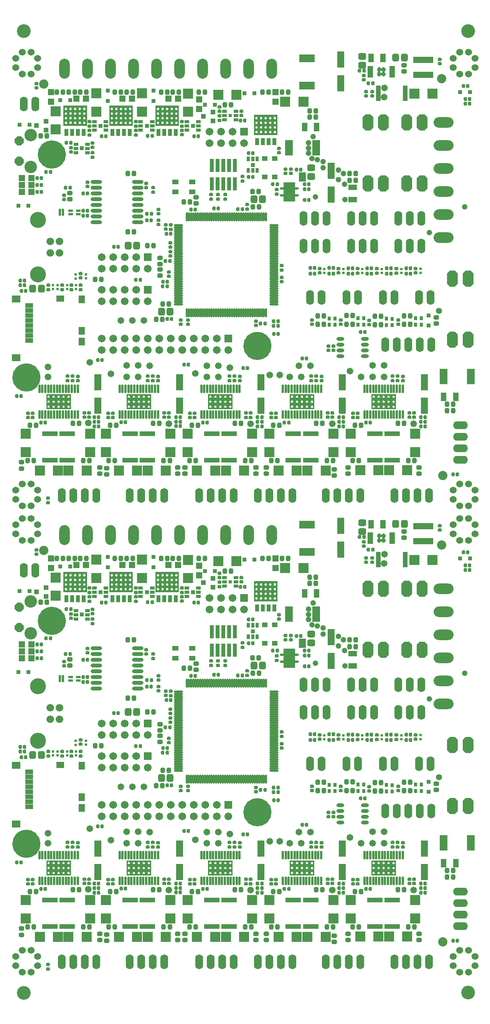
<source format=gts>
G04 Layer_Color=8388736*
%FSLAX24Y24*%
%MOIN*%
G70*
G01*
G75*
%ADD44C,0.0600*%
%ADD93C,0.0580*%
%ADD195C,0.1220*%
%ADD196R,0.1040X0.1680*%
G04:AMPARAMS|DCode=197|XSize=118.7mil|YSize=118.7mil|CornerRadius=59.4mil|HoleSize=0mil|Usage=FLASHONLY|Rotation=90.000|XOffset=0mil|YOffset=0mil|HoleType=Round|Shape=RoundedRectangle|*
%AMROUNDEDRECTD197*
21,1,0.1187,0.0000,0,0,90.0*
21,1,0.0000,0.1187,0,0,90.0*
1,1,0.1187,0.0000,0.0000*
1,1,0.1187,0.0000,0.0000*
1,1,0.1187,0.0000,0.0000*
1,1,0.1187,0.0000,0.0000*
%
%ADD197ROUNDEDRECTD197*%
%ADD198R,0.0474X0.0434*%
%ADD199R,0.0237X0.0198*%
%ADD200R,0.0887X0.0887*%
%ADD201O,0.0395X0.0190*%
%ADD202O,0.0190X0.0395*%
G04:AMPARAMS|DCode=203|XSize=30mil|YSize=32mil|CornerRadius=8.4mil|HoleSize=0mil|Usage=FLASHONLY|Rotation=0.000|XOffset=0mil|YOffset=0mil|HoleType=Round|Shape=RoundedRectangle|*
%AMROUNDEDRECTD203*
21,1,0.0300,0.0152,0,0,0.0*
21,1,0.0132,0.0320,0,0,0.0*
1,1,0.0168,0.0066,-0.0076*
1,1,0.0168,-0.0066,-0.0076*
1,1,0.0168,-0.0066,0.0076*
1,1,0.0168,0.0066,0.0076*
%
%ADD203ROUNDEDRECTD203*%
%ADD204R,0.0320X0.0320*%
G04:AMPARAMS|DCode=205|XSize=37.1mil|YSize=47.4mil|CornerRadius=9.8mil|HoleSize=0mil|Usage=FLASHONLY|Rotation=0.000|XOffset=0mil|YOffset=0mil|HoleType=Round|Shape=RoundedRectangle|*
%AMROUNDEDRECTD205*
21,1,0.0371,0.0277,0,0,0.0*
21,1,0.0175,0.0474,0,0,0.0*
1,1,0.0197,0.0087,-0.0139*
1,1,0.0197,-0.0087,-0.0139*
1,1,0.0197,-0.0087,0.0139*
1,1,0.0197,0.0087,0.0139*
%
%ADD205ROUNDEDRECTD205*%
G04:AMPARAMS|DCode=206|XSize=37.1mil|YSize=47.4mil|CornerRadius=9.8mil|HoleSize=0mil|Usage=FLASHONLY|Rotation=270.000|XOffset=0mil|YOffset=0mil|HoleType=Round|Shape=RoundedRectangle|*
%AMROUNDEDRECTD206*
21,1,0.0371,0.0277,0,0,270.0*
21,1,0.0175,0.0474,0,0,270.0*
1,1,0.0197,-0.0139,-0.0087*
1,1,0.0197,-0.0139,0.0087*
1,1,0.0197,0.0139,0.0087*
1,1,0.0197,0.0139,-0.0087*
%
%ADD206ROUNDEDRECTD206*%
G04:AMPARAMS|DCode=207|XSize=30mil|YSize=32mil|CornerRadius=8.4mil|HoleSize=0mil|Usage=FLASHONLY|Rotation=270.000|XOffset=0mil|YOffset=0mil|HoleType=Round|Shape=RoundedRectangle|*
%AMROUNDEDRECTD207*
21,1,0.0300,0.0152,0,0,270.0*
21,1,0.0132,0.0320,0,0,270.0*
1,1,0.0168,-0.0076,-0.0066*
1,1,0.0168,-0.0076,0.0066*
1,1,0.0168,0.0076,0.0066*
1,1,0.0168,0.0076,-0.0066*
%
%ADD207ROUNDEDRECTD207*%
%ADD208R,0.0434X0.0237*%
%ADD209R,0.0440X0.0400*%
%ADD210R,0.0320X0.0320*%
%ADD211R,0.0870X0.0870*%
%ADD212R,0.0870X0.0870*%
%ADD213R,0.0316X0.0415*%
%ADD214R,0.0415X0.0316*%
%ADD215R,0.0513X0.0749*%
G04:AMPARAMS|DCode=216|XSize=60mil|YSize=68mil|CornerRadius=17mil|HoleSize=0mil|Usage=FLASHONLY|Rotation=270.000|XOffset=0mil|YOffset=0mil|HoleType=Round|Shape=RoundedRectangle|*
%AMROUNDEDRECTD216*
21,1,0.0600,0.0340,0,0,270.0*
21,1,0.0260,0.0680,0,0,270.0*
1,1,0.0340,-0.0170,-0.0130*
1,1,0.0340,-0.0170,0.0130*
1,1,0.0340,0.0170,0.0130*
1,1,0.0340,0.0170,-0.0130*
%
%ADD216ROUNDEDRECTD216*%
%ADD217R,0.0631X0.1419*%
%ADD218O,0.0218X0.0749*%
%ADD219R,0.0330X0.0330*%
%ADD220R,0.0671X0.0533*%
%ADD221R,0.0749X0.0631*%
%ADD222R,0.0533X0.0671*%
%ADD223R,0.0671X0.0395*%
G04:AMPARAMS|DCode=224|XSize=60mil|YSize=68mil|CornerRadius=17mil|HoleSize=0mil|Usage=FLASHONLY|Rotation=0.000|XOffset=0mil|YOffset=0mil|HoleType=Round|Shape=RoundedRectangle|*
%AMROUNDEDRECTD224*
21,1,0.0600,0.0340,0,0,0.0*
21,1,0.0260,0.0680,0,0,0.0*
1,1,0.0340,0.0130,-0.0170*
1,1,0.0340,-0.0130,-0.0170*
1,1,0.0340,-0.0130,0.0170*
1,1,0.0340,0.0130,0.0170*
%
%ADD224ROUNDEDRECTD224*%
%ADD225R,0.0749X0.0513*%
%ADD226R,0.0560X0.0560*%
%ADD227R,0.0560X0.0560*%
%ADD228R,0.1340X0.0710*%
%ADD229R,0.0710X0.1340*%
%ADD230R,0.0280X0.0360*%
G04:AMPARAMS|DCode=231|XSize=80mil|YSize=80mil|CornerRadius=40mil|HoleSize=0mil|Usage=FLASHONLY|Rotation=0.000|XOffset=0mil|YOffset=0mil|HoleType=Round|Shape=RoundedRectangle|*
%AMROUNDEDRECTD231*
21,1,0.0800,0.0000,0,0,0.0*
21,1,0.0000,0.0800,0,0,0.0*
1,1,0.0800,0.0000,0.0000*
1,1,0.0800,0.0000,0.0000*
1,1,0.0800,0.0000,0.0000*
1,1,0.0800,0.0000,0.0000*
%
%ADD231ROUNDEDRECTD231*%
G04:AMPARAMS|DCode=232|XSize=80mil|YSize=80mil|CornerRadius=40mil|HoleSize=0mil|Usage=FLASHONLY|Rotation=90.000|XOffset=0mil|YOffset=0mil|HoleType=Round|Shape=RoundedRectangle|*
%AMROUNDEDRECTD232*
21,1,0.0800,0.0000,0,0,90.0*
21,1,0.0000,0.0800,0,0,90.0*
1,1,0.0800,0.0000,0.0000*
1,1,0.0800,0.0000,0.0000*
1,1,0.0800,0.0000,0.0000*
1,1,0.0800,0.0000,0.0000*
%
%ADD232ROUNDEDRECTD232*%
%ADD233R,0.0375X0.1182*%
%ADD234R,0.1753X0.0545*%
%ADD235R,0.0360X0.0640*%
%ADD236R,0.1379X0.0434*%
%ADD237R,0.0434X0.1379*%
%ADD238O,0.0789X0.0198*%
%ADD239O,0.0198X0.0789*%
%ADD240R,0.0482X0.0198*%
%ADD241O,0.0986X0.0316*%
%ADD242O,0.0671X0.0316*%
%ADD243R,0.0552X0.0434*%
%ADD244R,0.0213X0.0260*%
%ADD245R,0.0606X0.0252*%
%ADD246R,0.0330X0.0330*%
%ADD247R,0.0270X0.0270*%
%ADD248R,0.0208X0.0186*%
%ADD249O,0.1730X0.0905*%
%ADD250O,0.0905X0.1730*%
%ADD251C,0.0671*%
%ADD252R,0.0671X0.0671*%
%ADD253O,0.0680X0.1280*%
G04:AMPARAMS|DCode=254|XSize=141mil|YSize=91mil|CornerRadius=0mil|HoleSize=0mil|Usage=FLASHONLY|Rotation=90.000|XOffset=0mil|YOffset=0mil|HoleType=Round|Shape=Octagon|*
%AMOCTAGOND254*
4,1,8,0.0228,0.0705,-0.0228,0.0705,-0.0455,0.0478,-0.0455,-0.0478,-0.0228,-0.0705,0.0228,-0.0705,0.0455,-0.0478,0.0455,0.0478,0.0228,0.0705,0.0*
%
%ADD254OCTAGOND254*%

%ADD255C,0.1385*%
%ADD256C,0.0660*%
%ADD257C,0.1080*%
%ADD258P,0.0844X8X292.5*%
%ADD259O,0.1280X0.0680*%
%ADD260C,0.0480*%
%ADD261C,0.0530*%
G36*
X35160Y81689D02*
X35161Y81674D01*
X35173Y81645D01*
X35195Y81624D01*
X35223Y81612D01*
X35238Y81610D01*
Y81404D01*
X35225Y81402D01*
X35200Y81392D01*
X35181Y81373D01*
X35171Y81348D01*
X35169Y81335D01*
Y81295D01*
X35160D01*
Y81286D01*
X35161Y81270D01*
X35173Y81242D01*
X35195Y81220D01*
X35223Y81208D01*
X35238Y81207D01*
Y81010D01*
X35223Y81008D01*
X35195Y80997D01*
X35173Y80975D01*
X35161Y80947D01*
X35160Y80931D01*
Y80912D01*
X34982D01*
X34981Y80931D01*
X34966Y80966D01*
X34939Y80993D01*
X34903Y81008D01*
X34884Y81010D01*
X34864D01*
X34845Y81008D01*
X34810Y80993D01*
X34782Y80966D01*
X34768Y80931D01*
X34766Y80912D01*
X34589D01*
Y80921D01*
X34587Y80937D01*
X34575Y80965D01*
X34554Y80987D01*
X34525Y80999D01*
X34510Y81000D01*
Y81207D01*
X34523Y81208D01*
X34548Y81218D01*
X34567Y81237D01*
X34578Y81262D01*
X34579Y81276D01*
Y81315D01*
X34589D01*
Y81325D01*
X34587Y81340D01*
X34575Y81369D01*
X34554Y81390D01*
X34525Y81402D01*
X34510Y81404D01*
Y81601D01*
X34525Y81602D01*
X34554Y81614D01*
X34575Y81636D01*
X34587Y81664D01*
X34589Y81679D01*
Y81699D01*
X34766D01*
X34768Y81680D01*
X34782Y81644D01*
X34810Y81617D01*
X34845Y81602D01*
X34864Y81601D01*
X34884D01*
X34903Y81602D01*
X34939Y81617D01*
X34966Y81644D01*
X34981Y81680D01*
X34982Y81699D01*
X35160D01*
Y81689D01*
D02*
G37*
G36*
X17295Y78065D02*
Y77671D01*
Y77267D01*
Y76874D01*
Y76598D01*
X15247D01*
Y76874D01*
Y77267D01*
Y77671D01*
Y78075D01*
Y78360D01*
X17295D01*
Y78065D01*
D02*
G37*
G36*
X13285D02*
Y77671D01*
Y77267D01*
Y76874D01*
Y76598D01*
X11237D01*
Y76874D01*
Y77267D01*
Y77671D01*
Y78075D01*
Y78360D01*
X13285D01*
Y78065D01*
D02*
G37*
G36*
X9300D02*
Y77671D01*
Y77267D01*
Y76874D01*
Y76598D01*
X7252D01*
Y76874D01*
Y77267D01*
Y77671D01*
Y78075D01*
Y78360D01*
X9300D01*
Y78065D01*
D02*
G37*
G36*
X25850Y77265D02*
Y76871D01*
Y76467D01*
Y76074D01*
Y75798D01*
X23802D01*
Y76074D01*
Y76467D01*
Y76871D01*
Y77275D01*
Y77560D01*
X25850D01*
Y77265D01*
D02*
G37*
G36*
X36137Y53084D02*
Y52867D01*
Y52650D01*
Y52434D01*
Y52217D01*
Y52001D01*
X34002D01*
Y52217D01*
Y52434D01*
Y52650D01*
Y52867D01*
Y53084D01*
Y53085D01*
Y53301D01*
X36137D01*
Y53084D01*
D02*
G37*
G36*
X29049D02*
Y52867D01*
Y52650D01*
Y52434D01*
Y52217D01*
Y52001D01*
X26914D01*
Y52217D01*
Y52434D01*
Y52650D01*
Y52867D01*
Y53084D01*
Y53085D01*
Y53301D01*
X29049D01*
Y53084D01*
D02*
G37*
G36*
X21963D02*
Y52867D01*
Y52650D01*
Y52434D01*
Y52217D01*
Y52001D01*
X19828D01*
Y52217D01*
Y52434D01*
Y52650D01*
Y52867D01*
Y53084D01*
Y53085D01*
Y53301D01*
X21963D01*
Y53084D01*
D02*
G37*
G36*
X14872D02*
Y52867D01*
Y52650D01*
Y52434D01*
Y52217D01*
Y52001D01*
X12737D01*
Y52217D01*
Y52434D01*
Y52650D01*
Y52867D01*
Y53084D01*
Y53085D01*
Y53301D01*
X14872D01*
Y53084D01*
D02*
G37*
G36*
X7903D02*
Y52867D01*
Y52650D01*
Y52434D01*
Y52217D01*
Y52001D01*
X5768D01*
Y52217D01*
Y52434D01*
Y52650D01*
Y52867D01*
Y53084D01*
Y53085D01*
Y53301D01*
X7903D01*
Y53084D01*
D02*
G37*
G36*
X35160Y41189D02*
X35161Y41174D01*
X35173Y41145D01*
X35195Y41124D01*
X35223Y41112D01*
X35238Y41110D01*
Y40904D01*
X35225Y40902D01*
X35200Y40892D01*
X35181Y40873D01*
X35171Y40848D01*
X35169Y40835D01*
Y40795D01*
X35160D01*
Y40786D01*
X35161Y40770D01*
X35173Y40742D01*
X35195Y40720D01*
X35223Y40708D01*
X35238Y40707D01*
Y40510D01*
X35223Y40508D01*
X35195Y40497D01*
X35173Y40475D01*
X35161Y40447D01*
X35160Y40431D01*
Y40412D01*
X34982D01*
X34981Y40431D01*
X34966Y40466D01*
X34939Y40493D01*
X34903Y40508D01*
X34884Y40510D01*
X34864D01*
X34845Y40508D01*
X34810Y40493D01*
X34782Y40466D01*
X34768Y40431D01*
X34766Y40412D01*
X34589D01*
Y40421D01*
X34587Y40437D01*
X34575Y40465D01*
X34554Y40487D01*
X34525Y40499D01*
X34510Y40500D01*
Y40707D01*
X34523Y40708D01*
X34548Y40718D01*
X34567Y40737D01*
X34578Y40762D01*
X34579Y40776D01*
Y40815D01*
X34589D01*
Y40825D01*
X34587Y40840D01*
X34575Y40869D01*
X34554Y40890D01*
X34525Y40902D01*
X34510Y40904D01*
Y41101D01*
X34525Y41102D01*
X34554Y41114D01*
X34575Y41136D01*
X34587Y41164D01*
X34589Y41179D01*
Y41199D01*
X34766D01*
X34768Y41180D01*
X34782Y41144D01*
X34810Y41117D01*
X34845Y41102D01*
X34864Y41101D01*
X34884D01*
X34903Y41102D01*
X34939Y41117D01*
X34966Y41144D01*
X34981Y41180D01*
X34982Y41199D01*
X35160D01*
Y41189D01*
D02*
G37*
G36*
X17295Y37565D02*
Y37171D01*
Y36767D01*
Y36374D01*
Y36098D01*
X15247D01*
Y36374D01*
Y36767D01*
Y37171D01*
Y37575D01*
Y37860D01*
X17295D01*
Y37565D01*
D02*
G37*
G36*
X13285D02*
Y37171D01*
Y36767D01*
Y36374D01*
Y36098D01*
X11237D01*
Y36374D01*
Y36767D01*
Y37171D01*
Y37575D01*
Y37860D01*
X13285D01*
Y37565D01*
D02*
G37*
G36*
X9300D02*
Y37171D01*
Y36767D01*
Y36374D01*
Y36098D01*
X7252D01*
Y36374D01*
Y36767D01*
Y37171D01*
Y37575D01*
Y37860D01*
X9300D01*
Y37565D01*
D02*
G37*
G36*
X25850Y36765D02*
Y36371D01*
Y35967D01*
Y35574D01*
Y35298D01*
X23802D01*
Y35574D01*
Y35967D01*
Y36371D01*
Y36775D01*
Y37060D01*
X25850D01*
Y36765D01*
D02*
G37*
G36*
X36137Y12584D02*
Y12367D01*
Y12150D01*
Y11934D01*
Y11717D01*
Y11501D01*
X34002D01*
Y11717D01*
Y11934D01*
Y12150D01*
Y12367D01*
Y12584D01*
Y12585D01*
Y12801D01*
X36137D01*
Y12584D01*
D02*
G37*
G36*
X29049D02*
Y12367D01*
Y12150D01*
Y11934D01*
Y11717D01*
Y11501D01*
X26914D01*
Y11717D01*
Y11934D01*
Y12150D01*
Y12367D01*
Y12584D01*
Y12585D01*
Y12801D01*
X29049D01*
Y12584D01*
D02*
G37*
G36*
X21963D02*
Y12367D01*
Y12150D01*
Y11934D01*
Y11717D01*
Y11501D01*
X19828D01*
Y11717D01*
Y11934D01*
Y12150D01*
Y12367D01*
Y12584D01*
Y12585D01*
Y12801D01*
X21963D01*
Y12584D01*
D02*
G37*
G36*
X14872D02*
Y12367D01*
Y12150D01*
Y11934D01*
Y11717D01*
Y11501D01*
X12737D01*
Y11717D01*
Y11934D01*
Y12150D01*
Y12367D01*
Y12584D01*
Y12585D01*
Y12801D01*
X14872D01*
Y12584D01*
D02*
G37*
G36*
X7903D02*
Y12367D01*
Y12150D01*
Y11934D01*
Y11717D01*
Y11501D01*
X5768D01*
Y11717D01*
Y11934D01*
Y12150D01*
Y12367D01*
Y12584D01*
Y12585D01*
Y12801D01*
X7903D01*
Y12584D01*
D02*
G37*
%LPC*%
G36*
X34874Y81404D02*
X34855Y81402D01*
X34819Y81387D01*
X34792Y81360D01*
X34778Y81324D01*
X34776Y81305D01*
X34778Y81286D01*
X34792Y81251D01*
X34819Y81223D01*
X34855Y81209D01*
X34874Y81207D01*
X34893Y81209D01*
X34929Y81223D01*
X34956Y81251D01*
X34971Y81286D01*
X34973Y81305D01*
X34971Y81324D01*
X34956Y81360D01*
X34929Y81387D01*
X34893Y81402D01*
X34874Y81404D01*
D02*
G37*
G36*
X17068Y78193D02*
X17047Y78191D01*
X17008Y78174D01*
X16978Y78145D01*
X16962Y78106D01*
X16960Y78084D01*
X16962Y78063D01*
X16978Y78024D01*
X17008Y77994D01*
X17047Y77978D01*
X17068Y77976D01*
X17089Y77978D01*
X17127Y77994D01*
X17157Y78023D01*
X17172Y78062D01*
X17174Y78082D01*
Y78106D01*
X17174Y78106D01*
X17158Y78145D01*
X17128Y78174D01*
X17089Y78191D01*
X17068Y78193D01*
D02*
G37*
G36*
X16675D02*
X16653Y78191D01*
X16614Y78174D01*
X16585Y78145D01*
X16568Y78106D01*
X16566Y78084D01*
Y78075D01*
X16568Y78055D01*
X16583Y78020D01*
X16610Y77993D01*
X16646Y77978D01*
X16665Y77976D01*
X16686Y77978D01*
X16726Y77995D01*
X16756Y78025D01*
X16773Y78065D01*
X16773Y78067D01*
Y78094D01*
X16771Y78113D01*
X16756Y78149D01*
X16729Y78176D01*
X16694Y78191D01*
X16675Y78193D01*
D02*
G37*
G36*
X16281Y78183D02*
X16271D01*
X16250Y78181D01*
X16211Y78165D01*
X16181Y78135D01*
X16165Y78096D01*
Y78082D01*
X16167Y78062D01*
X16183Y78023D01*
X16212Y77994D01*
X16250Y77978D01*
X16271Y77976D01*
X16291Y77978D01*
X16327Y77993D01*
X16354Y78021D01*
X16369Y78057D01*
X16370Y78065D01*
X16369D01*
Y78094D01*
X16368Y78112D01*
X16355Y78143D01*
X16330Y78168D01*
X16298Y78181D01*
X16281Y78183D01*
D02*
G37*
G36*
X15867Y78193D02*
X15848Y78191D01*
X15813Y78176D01*
X15786Y78149D01*
X15771Y78113D01*
X15769Y78094D01*
Y78086D01*
Y78084D01*
Y78075D01*
X15771Y78055D01*
X15786Y78020D01*
X15813Y77993D01*
X15848Y77978D01*
X15867Y77976D01*
X15888Y77978D01*
X15926Y77994D01*
X15956Y78023D01*
X15972Y78062D01*
X15974Y78082D01*
Y78106D01*
X15974Y78106D01*
X15957Y78145D01*
X15928Y78174D01*
X15889Y78191D01*
X15867Y78193D01*
D02*
G37*
G36*
X15473Y78192D02*
X15472Y78185D01*
X15450Y78183D01*
X15411Y78167D01*
X15382Y78137D01*
X15365Y78098D01*
X15365D01*
Y78085D01*
X15367Y78063D01*
X15384Y78024D01*
X15414Y77994D01*
X15453Y77978D01*
X15474Y77976D01*
X15493Y77978D01*
X15529Y77993D01*
X15557Y78020D01*
X15572Y78056D01*
X15573Y78075D01*
X15572D01*
X15572Y78094D01*
X15570Y78113D01*
X15555Y78148D01*
X15528Y78175D01*
X15492Y78190D01*
X15473Y78192D01*
D02*
G37*
G36*
X17068Y77779D02*
X17049Y77777D01*
X17014Y77763D01*
X16986Y77736D01*
X16972Y77700D01*
X16970Y77681D01*
Y77671D01*
X16961D01*
X16962Y77660D01*
X16978Y77621D01*
X17008Y77591D01*
X17047Y77575D01*
X17068Y77573D01*
X17089Y77575D01*
X17127Y77591D01*
X17157Y77620D01*
X17172Y77658D01*
X17174Y77671D01*
X17167D01*
Y77681D01*
X17165Y77700D01*
X17150Y77736D01*
X17123Y77763D01*
X17087Y77777D01*
X17068Y77779D01*
D02*
G37*
G36*
X16675D02*
X16655Y77777D01*
X16620Y77763D01*
X16593Y77736D01*
X16578Y77700D01*
X16576Y77681D01*
Y77671D01*
X16566D01*
X16568Y77652D01*
X16583Y77616D01*
X16610Y77589D01*
X16646Y77575D01*
X16665Y77573D01*
X16686Y77575D01*
X16726Y77591D01*
X16756Y77622D01*
X16773Y77661D01*
X16774Y77671D01*
X16773D01*
Y77681D01*
X16771Y77700D01*
X16756Y77736D01*
X16729Y77763D01*
X16694Y77777D01*
X16675Y77779D01*
D02*
G37*
G36*
X16271D02*
X16252Y77777D01*
X16216Y77763D01*
X16189Y77736D01*
X16174Y77700D01*
X16173Y77681D01*
Y77671D01*
X16166D01*
X16167Y77658D01*
X16183Y77620D01*
X16212Y77591D01*
X16250Y77575D01*
X16271Y77573D01*
X16291Y77575D01*
X16327Y77589D01*
X16354Y77617D01*
X16369Y77653D01*
X16371Y77671D01*
X16369D01*
Y77681D01*
X16368Y77700D01*
X16353Y77736D01*
X16326Y77763D01*
X16290Y77777D01*
X16271Y77779D01*
D02*
G37*
G36*
X15877Y77789D02*
X15856Y77787D01*
X15817Y77771D01*
X15787Y77741D01*
X15771Y77702D01*
X15769Y77681D01*
Y77671D01*
X15771Y77652D01*
X15786Y77616D01*
X15813Y77589D01*
X15848Y77575D01*
X15867Y77573D01*
X15888Y77575D01*
X15926Y77591D01*
X15956Y77620D01*
X15972Y77658D01*
X15973Y77671D01*
X15966D01*
Y77701D01*
X15964Y77718D01*
X15951Y77750D01*
X15927Y77774D01*
X15895Y77787D01*
X15877Y77789D01*
D02*
G37*
G36*
X15474Y77779D02*
X15455Y77777D01*
X15419Y77763D01*
X15392Y77736D01*
X15377Y77700D01*
X15375Y77681D01*
Y77671D01*
X15366D01*
X15367Y77660D01*
X15384Y77621D01*
X15414Y77591D01*
X15453Y77575D01*
X15474Y77573D01*
X15493Y77575D01*
X15529Y77589D01*
X15557Y77617D01*
X15572Y77653D01*
X15573Y77671D01*
X15562D01*
Y77691D01*
X15561Y77708D01*
X15547Y77740D01*
X15523Y77764D01*
X15491Y77778D01*
X15474Y77779D01*
D02*
G37*
G36*
X17068Y77376D02*
X17049Y77374D01*
X17014Y77359D01*
X16986Y77332D01*
X16972Y77297D01*
X16970Y77277D01*
Y77267D01*
X16962D01*
X16962Y77266D01*
X16978Y77227D01*
X17008Y77197D01*
X17047Y77181D01*
X17068Y77179D01*
X17089Y77181D01*
X17127Y77197D01*
X17157Y77226D01*
X17172Y77264D01*
X17173Y77267D01*
X17167D01*
Y77277D01*
X17165Y77297D01*
X17150Y77332D01*
X17123Y77359D01*
X17087Y77374D01*
X17068Y77376D01*
D02*
G37*
G36*
X16675D02*
X16655Y77374D01*
X16620Y77359D01*
X16593Y77332D01*
X16578Y77297D01*
X16576Y77277D01*
Y77267D01*
X16567D01*
X16568Y77258D01*
X16583Y77223D01*
X16610Y77196D01*
X16646Y77181D01*
X16665Y77179D01*
X16686Y77181D01*
X16726Y77197D01*
X16756Y77228D01*
X16773Y77268D01*
X16773Y77270D01*
Y77277D01*
X16771Y77297D01*
X16756Y77332D01*
X16729Y77359D01*
X16694Y77374D01*
X16675Y77376D01*
D02*
G37*
G36*
X16271D02*
X16252Y77374D01*
X16216Y77359D01*
X16189Y77332D01*
X16174Y77297D01*
X16173Y77277D01*
Y77267D01*
X16167D01*
X16167Y77264D01*
X16183Y77226D01*
X16212Y77197D01*
X16250Y77181D01*
X16271Y77179D01*
X16291Y77181D01*
X16327Y77196D01*
X16354Y77223D01*
X16369Y77260D01*
X16370Y77267D01*
X16369D01*
Y77277D01*
X16368Y77297D01*
X16353Y77332D01*
X16326Y77359D01*
X16290Y77374D01*
X16271Y77376D01*
D02*
G37*
G36*
X15877Y77386D02*
X15856Y77384D01*
X15817Y77367D01*
X15787Y77337D01*
X15771Y77298D01*
X15769Y77277D01*
X15771Y77258D01*
X15786Y77223D01*
X15813Y77196D01*
X15848Y77181D01*
X15867Y77179D01*
X15888Y77181D01*
X15926Y77197D01*
X15956Y77226D01*
X15972Y77264D01*
X15972Y77267D01*
X15966D01*
Y77297D01*
X15964Y77314D01*
X15951Y77346D01*
X15927Y77371D01*
X15895Y77384D01*
X15877Y77386D01*
D02*
G37*
G36*
X15474Y77376D02*
X15455Y77374D01*
X15419Y77359D01*
X15392Y77332D01*
X15377Y77297D01*
X15375Y77277D01*
Y77267D01*
X15367D01*
X15367Y77266D01*
X15384Y77227D01*
X15414Y77197D01*
X15453Y77181D01*
X15474Y77179D01*
X15493Y77181D01*
X15529Y77196D01*
X15557Y77223D01*
X15572Y77259D01*
X15572Y77267D01*
X15562D01*
Y77287D01*
X15561Y77304D01*
X15547Y77336D01*
X15523Y77361D01*
X15491Y77374D01*
X15474Y77376D01*
D02*
G37*
G36*
X16271Y76982D02*
X16252Y76980D01*
X16216Y76965D01*
X16189Y76938D01*
X16174Y76903D01*
X16173Y76884D01*
Y76874D01*
Y76864D01*
X16174Y76847D01*
X16188Y76815D01*
X16212Y76790D01*
X16244Y76777D01*
X16261Y76775D01*
X16271D01*
X16292Y76777D01*
X16331Y76794D01*
X16361Y76823D01*
X16377Y76863D01*
X16378Y76874D01*
X16369D01*
Y76884D01*
X16368Y76903D01*
X16353Y76938D01*
X16326Y76965D01*
X16290Y76980D01*
X16271Y76982D01*
D02*
G37*
G36*
X17068D02*
X17049Y76980D01*
X17014Y76965D01*
X16986Y76938D01*
X16972Y76903D01*
X16970Y76884D01*
Y76884D01*
X16971Y76865D01*
X16972Y76845D01*
X16987Y76810D01*
X17014Y76783D01*
X17050Y76768D01*
X17069Y76766D01*
X17070Y76773D01*
X17092Y76775D01*
X17131Y76791D01*
X17160Y76821D01*
X17177Y76860D01*
X17178Y76874D01*
X17167D01*
Y76884D01*
X17165Y76903D01*
X17150Y76938D01*
X17123Y76965D01*
X17087Y76980D01*
X17068Y76982D01*
D02*
G37*
G36*
X16675D02*
X16655Y76980D01*
X16620Y76965D01*
X16593Y76938D01*
X16578Y76903D01*
X16576Y76884D01*
Y76874D01*
X16566D01*
Y76874D01*
X16568Y76853D01*
X16585Y76814D01*
X16614Y76784D01*
X16653Y76768D01*
X16675Y76766D01*
X16694Y76767D01*
X16729Y76782D01*
X16756Y76809D01*
X16771Y76845D01*
X16773Y76864D01*
Y76874D01*
Y76884D01*
X16771Y76903D01*
X16756Y76938D01*
X16729Y76965D01*
X16694Y76980D01*
X16675Y76982D01*
D02*
G37*
G36*
X15877Y76992D02*
X15856Y76990D01*
X15817Y76974D01*
X15787Y76944D01*
X15771Y76905D01*
X15769Y76884D01*
Y76874D01*
Y76864D01*
X15771Y76845D01*
X15786Y76809D01*
X15813Y76782D01*
X15848Y76767D01*
X15867Y76766D01*
X15889Y76768D01*
X15928Y76784D01*
X15957Y76814D01*
X15974Y76853D01*
X15976Y76874D01*
Y76874D01*
X15966D01*
Y76903D01*
X15964Y76921D01*
X15951Y76953D01*
X15927Y76977D01*
X15895Y76990D01*
X15877Y76992D01*
D02*
G37*
G36*
X15474Y76982D02*
X15455Y76980D01*
X15419Y76965D01*
X15392Y76938D01*
X15377Y76903D01*
X15375Y76884D01*
Y76874D01*
X15366D01*
Y76874D01*
X15368Y76853D01*
X15384Y76814D01*
X15414Y76784D01*
X15453Y76768D01*
X15474Y76766D01*
X15495Y76768D01*
X15534Y76784D01*
X15564Y76814D01*
X15580Y76853D01*
X15582Y76874D01*
Y76874D01*
X15562D01*
Y76893D01*
X15561Y76911D01*
X15547Y76943D01*
X15523Y76967D01*
X15491Y76980D01*
X15474Y76982D01*
D02*
G37*
G36*
X13058Y78193D02*
X13037Y78191D01*
X12998Y78174D01*
X12968Y78145D01*
X12952Y78106D01*
X12950Y78084D01*
X12952Y78063D01*
X12968Y78024D01*
X12998Y77994D01*
X13037Y77978D01*
X13058Y77976D01*
X13079Y77978D01*
X13117Y77994D01*
X13147Y78023D01*
X13162Y78062D01*
X13164Y78082D01*
Y78106D01*
X13164Y78106D01*
X13148Y78145D01*
X13118Y78174D01*
X13079Y78191D01*
X13058Y78193D01*
D02*
G37*
G36*
X12665D02*
X12643Y78191D01*
X12604Y78174D01*
X12575Y78145D01*
X12558Y78106D01*
X12556Y78084D01*
Y78075D01*
X12558Y78055D01*
X12573Y78020D01*
X12600Y77993D01*
X12636Y77978D01*
X12655Y77976D01*
X12676Y77978D01*
X12716Y77995D01*
X12746Y78025D01*
X12763Y78065D01*
X12763Y78067D01*
Y78094D01*
X12761Y78113D01*
X12746Y78149D01*
X12719Y78176D01*
X12684Y78191D01*
X12665Y78193D01*
D02*
G37*
G36*
X12271Y78183D02*
X12261D01*
X12240Y78181D01*
X12201Y78165D01*
X12171Y78135D01*
X12155Y78096D01*
Y78082D01*
X12157Y78062D01*
X12173Y78023D01*
X12202Y77994D01*
X12240Y77978D01*
X12261Y77976D01*
X12281Y77978D01*
X12317Y77993D01*
X12344Y78021D01*
X12359Y78057D01*
X12360Y78065D01*
X12359D01*
Y78094D01*
X12358Y78112D01*
X12345Y78143D01*
X12320Y78168D01*
X12288Y78181D01*
X12271Y78183D01*
D02*
G37*
G36*
X11857Y78193D02*
X11838Y78191D01*
X11803Y78176D01*
X11776Y78149D01*
X11761Y78113D01*
X11759Y78094D01*
Y78086D01*
Y78084D01*
Y78075D01*
X11761Y78055D01*
X11776Y78020D01*
X11803Y77993D01*
X11838Y77978D01*
X11857Y77976D01*
X11878Y77978D01*
X11916Y77994D01*
X11946Y78023D01*
X11962Y78062D01*
X11964Y78082D01*
Y78106D01*
X11964Y78106D01*
X11947Y78145D01*
X11918Y78174D01*
X11879Y78191D01*
X11857Y78193D01*
D02*
G37*
G36*
X11463Y78192D02*
X11462Y78185D01*
X11440Y78183D01*
X11401Y78167D01*
X11372Y78137D01*
X11355Y78098D01*
X11355D01*
Y78085D01*
X11357Y78063D01*
X11374Y78024D01*
X11404Y77994D01*
X11443Y77978D01*
X11464Y77976D01*
X11483Y77978D01*
X11519Y77993D01*
X11547Y78020D01*
X11562Y78056D01*
X11563Y78075D01*
X11562D01*
X11562Y78094D01*
X11560Y78113D01*
X11545Y78148D01*
X11518Y78175D01*
X11482Y78190D01*
X11463Y78192D01*
D02*
G37*
G36*
X13058Y77779D02*
X13039Y77777D01*
X13004Y77763D01*
X12976Y77736D01*
X12962Y77700D01*
X12960Y77681D01*
Y77671D01*
X12951D01*
X12952Y77660D01*
X12968Y77621D01*
X12998Y77591D01*
X13037Y77575D01*
X13058Y77573D01*
X13079Y77575D01*
X13117Y77591D01*
X13147Y77620D01*
X13162Y77658D01*
X13164Y77671D01*
X13157D01*
Y77681D01*
X13155Y77700D01*
X13140Y77736D01*
X13113Y77763D01*
X13077Y77777D01*
X13058Y77779D01*
D02*
G37*
G36*
X12665D02*
X12645Y77777D01*
X12610Y77763D01*
X12583Y77736D01*
X12568Y77700D01*
X12566Y77681D01*
Y77671D01*
X12556D01*
X12558Y77652D01*
X12573Y77616D01*
X12600Y77589D01*
X12636Y77575D01*
X12655Y77573D01*
X12676Y77575D01*
X12716Y77591D01*
X12746Y77622D01*
X12763Y77661D01*
X12764Y77671D01*
X12763D01*
Y77681D01*
X12761Y77700D01*
X12746Y77736D01*
X12719Y77763D01*
X12684Y77777D01*
X12665Y77779D01*
D02*
G37*
G36*
X12261D02*
X12242Y77777D01*
X12206Y77763D01*
X12179Y77736D01*
X12164Y77700D01*
X12163Y77681D01*
Y77671D01*
X12156D01*
X12157Y77658D01*
X12173Y77620D01*
X12202Y77591D01*
X12240Y77575D01*
X12261Y77573D01*
X12281Y77575D01*
X12317Y77589D01*
X12344Y77617D01*
X12359Y77653D01*
X12361Y77671D01*
X12359D01*
Y77681D01*
X12358Y77700D01*
X12343Y77736D01*
X12316Y77763D01*
X12280Y77777D01*
X12261Y77779D01*
D02*
G37*
G36*
X11867Y77789D02*
X11846Y77787D01*
X11807Y77771D01*
X11777Y77741D01*
X11761Y77702D01*
X11759Y77681D01*
Y77671D01*
X11761Y77652D01*
X11776Y77616D01*
X11803Y77589D01*
X11838Y77575D01*
X11857Y77573D01*
X11878Y77575D01*
X11916Y77591D01*
X11946Y77620D01*
X11962Y77658D01*
X11963Y77671D01*
X11956D01*
Y77701D01*
X11954Y77718D01*
X11941Y77750D01*
X11917Y77774D01*
X11885Y77787D01*
X11867Y77789D01*
D02*
G37*
G36*
X11464Y77779D02*
X11445Y77777D01*
X11409Y77763D01*
X11382Y77736D01*
X11367Y77700D01*
X11365Y77681D01*
Y77671D01*
X11356D01*
X11357Y77660D01*
X11374Y77621D01*
X11404Y77591D01*
X11443Y77575D01*
X11464Y77573D01*
X11483Y77575D01*
X11519Y77589D01*
X11547Y77617D01*
X11562Y77653D01*
X11563Y77671D01*
X11552D01*
Y77691D01*
X11551Y77708D01*
X11537Y77740D01*
X11513Y77764D01*
X11481Y77778D01*
X11464Y77779D01*
D02*
G37*
G36*
X13058Y77376D02*
X13039Y77374D01*
X13004Y77359D01*
X12976Y77332D01*
X12962Y77297D01*
X12960Y77277D01*
Y77267D01*
X12952D01*
X12952Y77266D01*
X12968Y77227D01*
X12998Y77197D01*
X13037Y77181D01*
X13058Y77179D01*
X13079Y77181D01*
X13117Y77197D01*
X13147Y77226D01*
X13162Y77264D01*
X13163Y77267D01*
X13157D01*
Y77277D01*
X13155Y77297D01*
X13140Y77332D01*
X13113Y77359D01*
X13077Y77374D01*
X13058Y77376D01*
D02*
G37*
G36*
X12665D02*
X12645Y77374D01*
X12610Y77359D01*
X12583Y77332D01*
X12568Y77297D01*
X12566Y77277D01*
Y77267D01*
X12557D01*
X12558Y77258D01*
X12573Y77223D01*
X12600Y77196D01*
X12636Y77181D01*
X12655Y77179D01*
X12676Y77181D01*
X12716Y77197D01*
X12746Y77228D01*
X12763Y77268D01*
X12763Y77270D01*
Y77277D01*
X12761Y77297D01*
X12746Y77332D01*
X12719Y77359D01*
X12684Y77374D01*
X12665Y77376D01*
D02*
G37*
G36*
X12261D02*
X12242Y77374D01*
X12206Y77359D01*
X12179Y77332D01*
X12164Y77297D01*
X12163Y77277D01*
Y77267D01*
X12157D01*
X12157Y77264D01*
X12173Y77226D01*
X12202Y77197D01*
X12240Y77181D01*
X12261Y77179D01*
X12281Y77181D01*
X12317Y77196D01*
X12344Y77223D01*
X12359Y77260D01*
X12360Y77267D01*
X12359D01*
Y77277D01*
X12358Y77297D01*
X12343Y77332D01*
X12316Y77359D01*
X12280Y77374D01*
X12261Y77376D01*
D02*
G37*
G36*
X11867Y77386D02*
X11846Y77384D01*
X11807Y77367D01*
X11777Y77337D01*
X11761Y77298D01*
X11759Y77277D01*
X11761Y77258D01*
X11776Y77223D01*
X11803Y77196D01*
X11838Y77181D01*
X11857Y77179D01*
X11878Y77181D01*
X11916Y77197D01*
X11946Y77226D01*
X11962Y77264D01*
X11962Y77267D01*
X11956D01*
Y77297D01*
X11954Y77314D01*
X11941Y77346D01*
X11917Y77371D01*
X11885Y77384D01*
X11867Y77386D01*
D02*
G37*
G36*
X11464Y77376D02*
X11445Y77374D01*
X11409Y77359D01*
X11382Y77332D01*
X11367Y77297D01*
X11365Y77277D01*
Y77267D01*
X11357D01*
X11357Y77266D01*
X11374Y77227D01*
X11404Y77197D01*
X11443Y77181D01*
X11464Y77179D01*
X11483Y77181D01*
X11519Y77196D01*
X11547Y77223D01*
X11562Y77259D01*
X11562Y77267D01*
X11552D01*
Y77287D01*
X11551Y77304D01*
X11537Y77336D01*
X11513Y77361D01*
X11481Y77374D01*
X11464Y77376D01*
D02*
G37*
G36*
X12261Y76982D02*
X12242Y76980D01*
X12206Y76965D01*
X12179Y76938D01*
X12164Y76903D01*
X12163Y76884D01*
Y76874D01*
Y76864D01*
X12164Y76847D01*
X12178Y76815D01*
X12202Y76790D01*
X12234Y76777D01*
X12251Y76775D01*
X12261D01*
X12282Y76777D01*
X12321Y76794D01*
X12351Y76823D01*
X12367Y76863D01*
X12368Y76874D01*
X12359D01*
Y76884D01*
X12358Y76903D01*
X12343Y76938D01*
X12316Y76965D01*
X12280Y76980D01*
X12261Y76982D01*
D02*
G37*
G36*
X13058D02*
X13039Y76980D01*
X13004Y76965D01*
X12976Y76938D01*
X12962Y76903D01*
X12960Y76884D01*
Y76884D01*
X12961Y76865D01*
X12962Y76845D01*
X12977Y76810D01*
X13004Y76783D01*
X13040Y76768D01*
X13059Y76766D01*
X13060Y76773D01*
X13082Y76775D01*
X13121Y76791D01*
X13150Y76821D01*
X13167Y76860D01*
X13168Y76874D01*
X13157D01*
Y76884D01*
X13155Y76903D01*
X13140Y76938D01*
X13113Y76965D01*
X13077Y76980D01*
X13058Y76982D01*
D02*
G37*
G36*
X12665D02*
X12645Y76980D01*
X12610Y76965D01*
X12583Y76938D01*
X12568Y76903D01*
X12566Y76884D01*
Y76874D01*
X12556D01*
Y76874D01*
X12558Y76853D01*
X12575Y76814D01*
X12604Y76784D01*
X12643Y76768D01*
X12665Y76766D01*
X12684Y76767D01*
X12719Y76782D01*
X12746Y76809D01*
X12761Y76845D01*
X12763Y76864D01*
Y76874D01*
Y76884D01*
X12761Y76903D01*
X12746Y76938D01*
X12719Y76965D01*
X12684Y76980D01*
X12665Y76982D01*
D02*
G37*
G36*
X11867Y76992D02*
X11846Y76990D01*
X11807Y76974D01*
X11777Y76944D01*
X11761Y76905D01*
X11759Y76884D01*
Y76874D01*
Y76864D01*
X11761Y76845D01*
X11776Y76809D01*
X11803Y76782D01*
X11838Y76767D01*
X11857Y76766D01*
X11879Y76768D01*
X11918Y76784D01*
X11947Y76814D01*
X11964Y76853D01*
X11966Y76874D01*
Y76874D01*
X11956D01*
Y76903D01*
X11954Y76921D01*
X11941Y76953D01*
X11917Y76977D01*
X11885Y76990D01*
X11867Y76992D01*
D02*
G37*
G36*
X11464Y76982D02*
X11445Y76980D01*
X11409Y76965D01*
X11382Y76938D01*
X11367Y76903D01*
X11365Y76884D01*
Y76874D01*
X11356D01*
Y76874D01*
X11358Y76853D01*
X11374Y76814D01*
X11404Y76784D01*
X11443Y76768D01*
X11464Y76766D01*
X11485Y76768D01*
X11524Y76784D01*
X11554Y76814D01*
X11570Y76853D01*
X11572Y76874D01*
Y76874D01*
X11552D01*
Y76893D01*
X11551Y76911D01*
X11537Y76943D01*
X11513Y76967D01*
X11481Y76980D01*
X11464Y76982D01*
D02*
G37*
G36*
X9073Y78193D02*
X9052Y78191D01*
X9013Y78174D01*
X8983Y78145D01*
X8967Y78106D01*
X8965Y78084D01*
X8967Y78063D01*
X8983Y78024D01*
X9013Y77994D01*
X9052Y77978D01*
X9073Y77976D01*
X9094Y77978D01*
X9132Y77994D01*
X9162Y78023D01*
X9177Y78062D01*
X9179Y78082D01*
Y78106D01*
X9179Y78106D01*
X9163Y78145D01*
X9133Y78174D01*
X9094Y78191D01*
X9073Y78193D01*
D02*
G37*
G36*
X8680D02*
X8658Y78191D01*
X8619Y78174D01*
X8590Y78145D01*
X8573Y78106D01*
X8571Y78084D01*
Y78075D01*
X8573Y78055D01*
X8588Y78020D01*
X8615Y77993D01*
X8650Y77978D01*
X8670Y77976D01*
X8691Y77978D01*
X8731Y77995D01*
X8761Y78025D01*
X8778Y78065D01*
X8778Y78067D01*
Y78094D01*
X8776Y78113D01*
X8761Y78149D01*
X8734Y78176D01*
X8699Y78191D01*
X8680Y78193D01*
D02*
G37*
G36*
X8286Y78183D02*
X8276D01*
X8255Y78181D01*
X8216Y78165D01*
X8186Y78135D01*
X8170Y78096D01*
Y78082D01*
X8172Y78062D01*
X8188Y78023D01*
X8217Y77994D01*
X8255Y77978D01*
X8276Y77976D01*
X8296Y77978D01*
X8332Y77993D01*
X8359Y78021D01*
X8374Y78057D01*
X8375Y78065D01*
X8374D01*
Y78094D01*
X8373Y78112D01*
X8359Y78143D01*
X8335Y78168D01*
X8303Y78181D01*
X8286Y78183D01*
D02*
G37*
G36*
X7872Y78193D02*
X7853Y78191D01*
X7818Y78176D01*
X7791Y78149D01*
X7776Y78113D01*
X7774Y78094D01*
Y78086D01*
Y78084D01*
Y78075D01*
X7776Y78055D01*
X7791Y78020D01*
X7818Y77993D01*
X7853Y77978D01*
X7872Y77976D01*
X7893Y77978D01*
X7931Y77994D01*
X7961Y78023D01*
X7977Y78062D01*
X7979Y78082D01*
Y78106D01*
X7979Y78106D01*
X7962Y78145D01*
X7933Y78174D01*
X7894Y78191D01*
X7872Y78193D01*
D02*
G37*
G36*
X7478Y78192D02*
X7477Y78185D01*
X7455Y78183D01*
X7416Y78167D01*
X7387Y78137D01*
X7370Y78098D01*
X7370D01*
Y78085D01*
X7372Y78063D01*
X7389Y78024D01*
X7419Y77994D01*
X7458Y77978D01*
X7479Y77976D01*
X7498Y77978D01*
X7534Y77993D01*
X7562Y78020D01*
X7576Y78056D01*
X7578Y78075D01*
X7577D01*
X7576Y78094D01*
X7575Y78113D01*
X7560Y78148D01*
X7533Y78175D01*
X7497Y78190D01*
X7478Y78192D01*
D02*
G37*
G36*
X9073Y77779D02*
X9054Y77777D01*
X9019Y77763D01*
X8991Y77736D01*
X8977Y77700D01*
X8975Y77681D01*
Y77671D01*
X8966D01*
X8967Y77660D01*
X8983Y77621D01*
X9013Y77591D01*
X9052Y77575D01*
X9073Y77573D01*
X9094Y77575D01*
X9132Y77591D01*
X9162Y77620D01*
X9177Y77658D01*
X9179Y77671D01*
X9172D01*
Y77681D01*
X9170Y77700D01*
X9155Y77736D01*
X9128Y77763D01*
X9092Y77777D01*
X9073Y77779D01*
D02*
G37*
G36*
X8680D02*
X8660Y77777D01*
X8625Y77763D01*
X8598Y77736D01*
X8583Y77700D01*
X8581Y77681D01*
Y77671D01*
X8571D01*
X8573Y77652D01*
X8588Y77616D01*
X8615Y77589D01*
X8650Y77575D01*
X8670Y77573D01*
X8691Y77575D01*
X8731Y77591D01*
X8761Y77622D01*
X8778Y77661D01*
X8779Y77671D01*
X8778D01*
Y77681D01*
X8776Y77700D01*
X8761Y77736D01*
X8734Y77763D01*
X8699Y77777D01*
X8680Y77779D01*
D02*
G37*
G36*
X8276D02*
X8257Y77777D01*
X8221Y77763D01*
X8194Y77736D01*
X8179Y77700D01*
X8178Y77681D01*
Y77671D01*
X8171D01*
X8172Y77658D01*
X8188Y77620D01*
X8217Y77591D01*
X8255Y77575D01*
X8276Y77573D01*
X8296Y77575D01*
X8332Y77589D01*
X8359Y77617D01*
X8374Y77653D01*
X8376Y77671D01*
X8374D01*
Y77681D01*
X8373Y77700D01*
X8358Y77736D01*
X8331Y77763D01*
X8295Y77777D01*
X8276Y77779D01*
D02*
G37*
G36*
X7882Y77789D02*
X7861Y77787D01*
X7822Y77771D01*
X7792Y77741D01*
X7776Y77702D01*
X7774Y77681D01*
Y77671D01*
X7776Y77652D01*
X7791Y77616D01*
X7818Y77589D01*
X7853Y77575D01*
X7872Y77573D01*
X7893Y77575D01*
X7931Y77591D01*
X7961Y77620D01*
X7977Y77658D01*
X7978Y77671D01*
X7971D01*
Y77701D01*
X7969Y77718D01*
X7956Y77750D01*
X7932Y77774D01*
X7900Y77787D01*
X7882Y77789D01*
D02*
G37*
G36*
X7479Y77779D02*
X7460Y77777D01*
X7424Y77763D01*
X7397Y77736D01*
X7382Y77700D01*
X7380Y77681D01*
Y77671D01*
X7371D01*
X7372Y77660D01*
X7389Y77621D01*
X7419Y77591D01*
X7458Y77575D01*
X7479Y77573D01*
X7498Y77575D01*
X7534Y77589D01*
X7562Y77617D01*
X7576Y77653D01*
X7578Y77671D01*
X7567D01*
Y77691D01*
X7566Y77708D01*
X7552Y77740D01*
X7528Y77764D01*
X7496Y77778D01*
X7479Y77779D01*
D02*
G37*
G36*
X9073Y77376D02*
X9054Y77374D01*
X9019Y77359D01*
X8991Y77332D01*
X8977Y77297D01*
X8975Y77277D01*
Y77267D01*
X8967D01*
X8967Y77266D01*
X8983Y77227D01*
X9013Y77197D01*
X9052Y77181D01*
X9073Y77179D01*
X9094Y77181D01*
X9132Y77197D01*
X9162Y77226D01*
X9177Y77264D01*
X9178Y77267D01*
X9172D01*
Y77277D01*
X9170Y77297D01*
X9155Y77332D01*
X9128Y77359D01*
X9092Y77374D01*
X9073Y77376D01*
D02*
G37*
G36*
X8680D02*
X8660Y77374D01*
X8625Y77359D01*
X8598Y77332D01*
X8583Y77297D01*
X8581Y77277D01*
Y77267D01*
X8572D01*
X8573Y77258D01*
X8588Y77223D01*
X8615Y77196D01*
X8650Y77181D01*
X8670Y77179D01*
X8691Y77181D01*
X8731Y77197D01*
X8761Y77228D01*
X8778Y77268D01*
X8778Y77270D01*
Y77277D01*
X8776Y77297D01*
X8761Y77332D01*
X8734Y77359D01*
X8699Y77374D01*
X8680Y77376D01*
D02*
G37*
G36*
X8276D02*
X8257Y77374D01*
X8221Y77359D01*
X8194Y77332D01*
X8179Y77297D01*
X8178Y77277D01*
Y77267D01*
X8172D01*
X8172Y77264D01*
X8188Y77226D01*
X8217Y77197D01*
X8255Y77181D01*
X8276Y77179D01*
X8296Y77181D01*
X8332Y77196D01*
X8359Y77223D01*
X8374Y77260D01*
X8375Y77267D01*
X8374D01*
Y77277D01*
X8373Y77297D01*
X8358Y77332D01*
X8331Y77359D01*
X8295Y77374D01*
X8276Y77376D01*
D02*
G37*
G36*
X7882Y77386D02*
X7861Y77384D01*
X7822Y77367D01*
X7792Y77337D01*
X7776Y77298D01*
X7774Y77277D01*
X7776Y77258D01*
X7791Y77223D01*
X7818Y77196D01*
X7853Y77181D01*
X7872Y77179D01*
X7893Y77181D01*
X7931Y77197D01*
X7961Y77226D01*
X7977Y77264D01*
X7977Y77267D01*
X7971D01*
Y77297D01*
X7969Y77314D01*
X7956Y77346D01*
X7932Y77371D01*
X7900Y77384D01*
X7882Y77386D01*
D02*
G37*
G36*
X7479Y77376D02*
X7460Y77374D01*
X7424Y77359D01*
X7397Y77332D01*
X7382Y77297D01*
X7380Y77277D01*
Y77267D01*
X7372D01*
X7372Y77266D01*
X7389Y77227D01*
X7419Y77197D01*
X7458Y77181D01*
X7479Y77179D01*
X7498Y77181D01*
X7534Y77196D01*
X7562Y77223D01*
X7576Y77259D01*
X7577Y77267D01*
X7567D01*
Y77287D01*
X7566Y77304D01*
X7552Y77336D01*
X7528Y77361D01*
X7496Y77374D01*
X7479Y77376D01*
D02*
G37*
G36*
X8276Y76982D02*
X8257Y76980D01*
X8221Y76965D01*
X8194Y76938D01*
X8179Y76903D01*
X8178Y76884D01*
Y76874D01*
Y76864D01*
X8179Y76847D01*
X8192Y76815D01*
X8217Y76790D01*
X8249Y76777D01*
X8266Y76775D01*
X8276D01*
X8297Y76777D01*
X8336Y76794D01*
X8366Y76823D01*
X8382Y76863D01*
X8383Y76874D01*
X8374D01*
Y76884D01*
X8373Y76903D01*
X8358Y76938D01*
X8331Y76965D01*
X8295Y76980D01*
X8276Y76982D01*
D02*
G37*
G36*
X9073D02*
X9054Y76980D01*
X9019Y76965D01*
X8991Y76938D01*
X8977Y76903D01*
X8975Y76884D01*
Y76884D01*
X8975Y76865D01*
X8977Y76845D01*
X8992Y76810D01*
X9019Y76783D01*
X9055Y76768D01*
X9074Y76766D01*
X9075Y76773D01*
X9097Y76775D01*
X9136Y76791D01*
X9165Y76821D01*
X9182Y76860D01*
X9183Y76874D01*
X9172D01*
Y76884D01*
X9170Y76903D01*
X9155Y76938D01*
X9128Y76965D01*
X9092Y76980D01*
X9073Y76982D01*
D02*
G37*
G36*
X8680D02*
X8660Y76980D01*
X8625Y76965D01*
X8598Y76938D01*
X8583Y76903D01*
X8581Y76884D01*
Y76874D01*
X8571D01*
Y76874D01*
X8573Y76853D01*
X8590Y76814D01*
X8619Y76784D01*
X8658Y76768D01*
X8680Y76766D01*
X8699Y76767D01*
X8734Y76782D01*
X8761Y76809D01*
X8776Y76845D01*
X8778Y76864D01*
Y76874D01*
Y76884D01*
X8776Y76903D01*
X8761Y76938D01*
X8734Y76965D01*
X8699Y76980D01*
X8680Y76982D01*
D02*
G37*
G36*
X7882Y76992D02*
X7861Y76990D01*
X7822Y76974D01*
X7792Y76944D01*
X7776Y76905D01*
X7774Y76884D01*
Y76874D01*
Y76864D01*
X7776Y76845D01*
X7791Y76809D01*
X7818Y76782D01*
X7853Y76767D01*
X7872Y76766D01*
X7894Y76768D01*
X7933Y76784D01*
X7962Y76814D01*
X7979Y76853D01*
X7981Y76874D01*
Y76874D01*
X7971D01*
Y76903D01*
X7969Y76921D01*
X7956Y76953D01*
X7932Y76977D01*
X7900Y76990D01*
X7882Y76992D01*
D02*
G37*
G36*
X7479Y76982D02*
X7460Y76980D01*
X7424Y76965D01*
X7397Y76938D01*
X7382Y76903D01*
X7380Y76884D01*
Y76874D01*
X7370D01*
Y76874D01*
X7373Y76853D01*
X7389Y76814D01*
X7419Y76784D01*
X7458Y76768D01*
X7479Y76766D01*
X7500Y76768D01*
X7539Y76784D01*
X7569Y76814D01*
X7585Y76853D01*
X7587Y76874D01*
Y76874D01*
X7567D01*
Y76893D01*
X7566Y76911D01*
X7552Y76943D01*
X7528Y76967D01*
X7496Y76980D01*
X7479Y76982D01*
D02*
G37*
G36*
X25623Y77393D02*
X25602Y77391D01*
X25563Y77374D01*
X25533Y77345D01*
X25517Y77306D01*
X25515Y77284D01*
X25517Y77263D01*
X25533Y77224D01*
X25563Y77194D01*
X25602Y77178D01*
X25623Y77176D01*
X25644Y77178D01*
X25682Y77194D01*
X25712Y77223D01*
X25727Y77262D01*
X25729Y77282D01*
Y77306D01*
X25729Y77306D01*
X25713Y77345D01*
X25683Y77374D01*
X25644Y77391D01*
X25623Y77393D01*
D02*
G37*
G36*
X25230D02*
X25208Y77391D01*
X25169Y77374D01*
X25140Y77345D01*
X25123Y77306D01*
X25121Y77284D01*
Y77275D01*
X25123Y77255D01*
X25138Y77220D01*
X25165Y77193D01*
X25200Y77178D01*
X25220Y77176D01*
X25241Y77178D01*
X25281Y77195D01*
X25311Y77225D01*
X25328Y77265D01*
X25328Y77267D01*
Y77294D01*
X25326Y77313D01*
X25311Y77349D01*
X25284Y77376D01*
X25249Y77391D01*
X25230Y77393D01*
D02*
G37*
G36*
X24836Y77383D02*
X24826D01*
X24805Y77381D01*
X24766Y77365D01*
X24736Y77335D01*
X24720Y77296D01*
Y77282D01*
X24722Y77262D01*
X24738Y77223D01*
X24767Y77194D01*
X24805Y77178D01*
X24826Y77176D01*
X24846Y77178D01*
X24882Y77193D01*
X24909Y77221D01*
X24924Y77257D01*
X24925Y77265D01*
X24924D01*
Y77294D01*
X24923Y77312D01*
X24909Y77343D01*
X24885Y77368D01*
X24853Y77381D01*
X24836Y77383D01*
D02*
G37*
G36*
X24422Y77393D02*
X24403Y77391D01*
X24368Y77376D01*
X24341Y77349D01*
X24326Y77313D01*
X24324Y77294D01*
Y77286D01*
Y77284D01*
Y77275D01*
X24326Y77255D01*
X24341Y77220D01*
X24368Y77193D01*
X24403Y77178D01*
X24422Y77176D01*
X24443Y77178D01*
X24481Y77194D01*
X24511Y77223D01*
X24527Y77262D01*
X24529Y77282D01*
Y77306D01*
X24529Y77306D01*
X24512Y77345D01*
X24483Y77374D01*
X24444Y77391D01*
X24422Y77393D01*
D02*
G37*
G36*
X24028Y77392D02*
X24027Y77385D01*
X24005Y77383D01*
X23966Y77367D01*
X23937Y77337D01*
X23920Y77298D01*
X23920D01*
Y77285D01*
X23922Y77263D01*
X23939Y77224D01*
X23969Y77194D01*
X24008Y77178D01*
X24029Y77176D01*
X24048Y77178D01*
X24084Y77193D01*
X24112Y77220D01*
X24126Y77256D01*
X24128Y77275D01*
X24127D01*
X24126Y77294D01*
X24125Y77313D01*
X24110Y77348D01*
X24083Y77375D01*
X24047Y77390D01*
X24028Y77392D01*
D02*
G37*
G36*
X25623Y76979D02*
X25604Y76977D01*
X25569Y76963D01*
X25541Y76936D01*
X25527Y76900D01*
X25525Y76881D01*
Y76871D01*
X25516D01*
X25517Y76860D01*
X25533Y76821D01*
X25563Y76791D01*
X25602Y76775D01*
X25623Y76773D01*
X25644Y76775D01*
X25682Y76791D01*
X25712Y76820D01*
X25727Y76858D01*
X25729Y76871D01*
X25722D01*
Y76881D01*
X25720Y76900D01*
X25705Y76936D01*
X25678Y76963D01*
X25642Y76977D01*
X25623Y76979D01*
D02*
G37*
G36*
X25230D02*
X25210Y76977D01*
X25175Y76963D01*
X25148Y76936D01*
X25133Y76900D01*
X25131Y76881D01*
Y76871D01*
X25121D01*
X25123Y76852D01*
X25138Y76816D01*
X25165Y76789D01*
X25200Y76775D01*
X25220Y76773D01*
X25241Y76775D01*
X25281Y76791D01*
X25311Y76822D01*
X25328Y76861D01*
X25329Y76871D01*
X25328D01*
Y76881D01*
X25326Y76900D01*
X25311Y76936D01*
X25284Y76963D01*
X25249Y76977D01*
X25230Y76979D01*
D02*
G37*
G36*
X24826D02*
X24807Y76977D01*
X24771Y76963D01*
X24744Y76936D01*
X24729Y76900D01*
X24728Y76881D01*
Y76871D01*
X24721D01*
X24722Y76858D01*
X24738Y76820D01*
X24767Y76791D01*
X24805Y76775D01*
X24826Y76773D01*
X24846Y76775D01*
X24882Y76789D01*
X24909Y76817D01*
X24924Y76853D01*
X24926Y76871D01*
X24924D01*
Y76881D01*
X24923Y76900D01*
X24908Y76936D01*
X24881Y76963D01*
X24845Y76977D01*
X24826Y76979D01*
D02*
G37*
G36*
X24432Y76989D02*
X24411Y76987D01*
X24372Y76971D01*
X24342Y76941D01*
X24326Y76902D01*
X24324Y76881D01*
Y76871D01*
X24326Y76852D01*
X24341Y76816D01*
X24368Y76789D01*
X24403Y76775D01*
X24422Y76773D01*
X24443Y76775D01*
X24481Y76791D01*
X24511Y76820D01*
X24527Y76858D01*
X24528Y76871D01*
X24521D01*
Y76901D01*
X24519Y76918D01*
X24506Y76950D01*
X24481Y76974D01*
X24450Y76987D01*
X24432Y76989D01*
D02*
G37*
G36*
X24029Y76979D02*
X24010Y76977D01*
X23974Y76963D01*
X23947Y76936D01*
X23932Y76900D01*
X23930Y76881D01*
Y76871D01*
X23921D01*
X23922Y76860D01*
X23939Y76821D01*
X23969Y76791D01*
X24008Y76775D01*
X24029Y76773D01*
X24048Y76775D01*
X24084Y76789D01*
X24112Y76817D01*
X24126Y76853D01*
X24128Y76871D01*
X24117D01*
Y76891D01*
X24116Y76908D01*
X24102Y76940D01*
X24078Y76964D01*
X24046Y76978D01*
X24029Y76979D01*
D02*
G37*
G36*
X25623Y76576D02*
X25604Y76574D01*
X25569Y76559D01*
X25541Y76532D01*
X25527Y76497D01*
X25525Y76477D01*
Y76467D01*
X25517D01*
X25517Y76466D01*
X25533Y76427D01*
X25563Y76397D01*
X25602Y76381D01*
X25623Y76379D01*
X25644Y76381D01*
X25682Y76397D01*
X25712Y76426D01*
X25727Y76464D01*
X25728Y76467D01*
X25722D01*
Y76477D01*
X25720Y76497D01*
X25705Y76532D01*
X25678Y76559D01*
X25642Y76574D01*
X25623Y76576D01*
D02*
G37*
G36*
X25230D02*
X25210Y76574D01*
X25175Y76559D01*
X25148Y76532D01*
X25133Y76497D01*
X25131Y76477D01*
Y76467D01*
X25122D01*
X25123Y76458D01*
X25138Y76423D01*
X25165Y76396D01*
X25200Y76381D01*
X25220Y76379D01*
X25241Y76381D01*
X25281Y76397D01*
X25311Y76428D01*
X25328Y76468D01*
X25328Y76470D01*
Y76477D01*
X25326Y76497D01*
X25311Y76532D01*
X25284Y76559D01*
X25249Y76574D01*
X25230Y76576D01*
D02*
G37*
G36*
X24826D02*
X24807Y76574D01*
X24771Y76559D01*
X24744Y76532D01*
X24729Y76497D01*
X24728Y76477D01*
Y76467D01*
X24722D01*
X24722Y76464D01*
X24738Y76426D01*
X24767Y76397D01*
X24805Y76381D01*
X24826Y76379D01*
X24846Y76381D01*
X24882Y76396D01*
X24909Y76423D01*
X24924Y76460D01*
X24925Y76467D01*
X24924D01*
Y76477D01*
X24923Y76497D01*
X24908Y76532D01*
X24881Y76559D01*
X24845Y76574D01*
X24826Y76576D01*
D02*
G37*
G36*
X24432Y76586D02*
X24411Y76584D01*
X24372Y76567D01*
X24342Y76537D01*
X24326Y76498D01*
X24324Y76477D01*
X24326Y76458D01*
X24341Y76423D01*
X24368Y76396D01*
X24403Y76381D01*
X24422Y76379D01*
X24443Y76381D01*
X24481Y76397D01*
X24511Y76426D01*
X24527Y76464D01*
X24527Y76467D01*
X24521D01*
Y76497D01*
X24519Y76514D01*
X24506Y76546D01*
X24481Y76571D01*
X24450Y76584D01*
X24432Y76586D01*
D02*
G37*
G36*
X24029Y76576D02*
X24010Y76574D01*
X23974Y76559D01*
X23947Y76532D01*
X23932Y76497D01*
X23930Y76477D01*
Y76467D01*
X23922D01*
X23922Y76466D01*
X23939Y76427D01*
X23969Y76397D01*
X24008Y76381D01*
X24029Y76379D01*
X24048Y76381D01*
X24084Y76396D01*
X24112Y76423D01*
X24126Y76459D01*
X24127Y76467D01*
X24117D01*
Y76487D01*
X24116Y76504D01*
X24102Y76536D01*
X24078Y76561D01*
X24046Y76574D01*
X24029Y76576D01*
D02*
G37*
G36*
X24826Y76182D02*
X24807Y76180D01*
X24771Y76165D01*
X24744Y76138D01*
X24729Y76103D01*
X24728Y76084D01*
Y76074D01*
Y76064D01*
X24729Y76047D01*
X24742Y76015D01*
X24767Y75990D01*
X24799Y75977D01*
X24816Y75975D01*
X24826D01*
X24847Y75977D01*
X24886Y75994D01*
X24916Y76023D01*
X24932Y76063D01*
X24933Y76074D01*
X24924D01*
Y76084D01*
X24923Y76103D01*
X24908Y76138D01*
X24881Y76165D01*
X24845Y76180D01*
X24826Y76182D01*
D02*
G37*
G36*
X25623D02*
X25604Y76180D01*
X25569Y76165D01*
X25541Y76138D01*
X25527Y76103D01*
X25525Y76084D01*
Y76084D01*
X25526Y76065D01*
X25527Y76045D01*
X25542Y76010D01*
X25569Y75983D01*
X25605Y75968D01*
X25624Y75966D01*
X25625Y75973D01*
X25647Y75975D01*
X25686Y75991D01*
X25715Y76021D01*
X25732Y76060D01*
X25733Y76074D01*
X25722D01*
Y76084D01*
X25720Y76103D01*
X25705Y76138D01*
X25678Y76165D01*
X25642Y76180D01*
X25623Y76182D01*
D02*
G37*
G36*
X25230D02*
X25210Y76180D01*
X25175Y76165D01*
X25148Y76138D01*
X25133Y76103D01*
X25131Y76084D01*
Y76074D01*
X25121D01*
Y76074D01*
X25123Y76053D01*
X25140Y76014D01*
X25169Y75984D01*
X25208Y75968D01*
X25230Y75966D01*
X25249Y75967D01*
X25284Y75982D01*
X25311Y76009D01*
X25326Y76045D01*
X25328Y76064D01*
Y76074D01*
Y76084D01*
X25326Y76103D01*
X25311Y76138D01*
X25284Y76165D01*
X25249Y76180D01*
X25230Y76182D01*
D02*
G37*
G36*
X24432Y76192D02*
X24411Y76190D01*
X24372Y76174D01*
X24342Y76144D01*
X24326Y76105D01*
X24324Y76084D01*
Y76074D01*
Y76064D01*
X24326Y76045D01*
X24341Y76009D01*
X24368Y75982D01*
X24403Y75967D01*
X24422Y75966D01*
X24444Y75968D01*
X24483Y75984D01*
X24512Y76014D01*
X24529Y76053D01*
X24531Y76074D01*
Y76074D01*
X24521D01*
Y76103D01*
X24519Y76121D01*
X24506Y76153D01*
X24481Y76177D01*
X24450Y76190D01*
X24432Y76192D01*
D02*
G37*
G36*
X24029Y76182D02*
X24010Y76180D01*
X23974Y76165D01*
X23947Y76138D01*
X23932Y76103D01*
X23930Y76084D01*
Y76074D01*
X23920D01*
Y76074D01*
X23923Y76053D01*
X23939Y76014D01*
X23969Y75984D01*
X24008Y75968D01*
X24029Y75966D01*
X24050Y75968D01*
X24089Y75984D01*
X24119Y76014D01*
X24135Y76053D01*
X24137Y76074D01*
Y76074D01*
X24117D01*
Y76093D01*
X24116Y76111D01*
X24102Y76143D01*
X24078Y76167D01*
X24046Y76180D01*
X24029Y76182D01*
D02*
G37*
G36*
X35937Y53184D02*
X35918Y53181D01*
X35883Y53166D01*
X35856Y53139D01*
X35841Y53103D01*
X35840Y53084D01*
X35832D01*
X35834Y53065D01*
X35849Y53027D01*
X35878Y52999D01*
X35915Y52984D01*
X35935Y52982D01*
X35935Y52982D01*
X35955Y52984D01*
X35993Y53000D01*
X36021Y53030D01*
X36036Y53068D01*
X36037Y53088D01*
X36032Y53089D01*
X36032Y53089D01*
X36030Y53107D01*
X36016Y53141D01*
X35990Y53168D01*
X35956Y53182D01*
X35937Y53184D01*
D02*
G37*
G36*
X34637Y53184D02*
X34637Y53184D01*
X34618Y53182D01*
X34582Y53167D01*
X34555Y53139D01*
X34541Y53103D01*
X34540Y53084D01*
X34535D01*
X34537Y53068D01*
X34552Y53030D01*
X34581Y53001D01*
X34619Y52986D01*
X34640Y52985D01*
X34659Y52987D01*
X34695Y53002D01*
X34722Y53029D01*
X34736Y53065D01*
X34737Y53084D01*
X34736Y53103D01*
X34721Y53139D01*
X34693Y53167D01*
X34657Y53182D01*
X34637Y53184D01*
D02*
G37*
G36*
X35500Y53184D02*
X35500Y53184D01*
X35480Y53182D01*
X35445Y53167D01*
X35418Y53139D01*
X35404Y53103D01*
X35402Y53084D01*
X35404Y53065D01*
X35419Y53029D01*
X35446Y53001D01*
X35483Y52986D01*
X35502Y52985D01*
X35502Y52985D01*
X35522Y52987D01*
X35557Y53002D01*
X35584Y53029D01*
X35598Y53065D01*
X35600Y53085D01*
X35605D01*
X35602Y53103D01*
X35586Y53140D01*
X35557Y53168D01*
X35520Y53182D01*
X35500Y53184D01*
D02*
G37*
G36*
X34205Y53186D02*
X34185Y53184D01*
X34148Y53169D01*
X34120Y53140D01*
X34104Y53104D01*
X34103Y53087D01*
X34104Y53069D01*
X34118Y53032D01*
X34146Y53003D01*
X34182Y52987D01*
X34202Y52985D01*
Y52985D01*
X34222Y52987D01*
X34258Y53003D01*
X34285Y53032D01*
X34299Y53069D01*
X34300Y53089D01*
X34307D01*
X34306Y53104D01*
X34290Y53141D01*
X34262Y53169D01*
X34225Y53184D01*
X34205Y53186D01*
D02*
G37*
G36*
X35070Y53186D02*
X35070Y53186D01*
X35050Y53184D01*
X35013Y53169D01*
X34986Y53140D01*
X34971Y53103D01*
X34970Y53084D01*
X34971Y53065D01*
X34986Y53028D01*
X35013Y53000D01*
X35050Y52984D01*
X35070Y52982D01*
X35090Y52984D01*
X35126Y53000D01*
X35154Y53028D01*
X35168Y53065D01*
X35170Y53084D01*
X35168Y53103D01*
X35154Y53140D01*
X35126Y53169D01*
X35090Y53184D01*
X35070Y53186D01*
D02*
G37*
G36*
X35937Y52750D02*
X35918Y52748D01*
X35883Y52733D01*
X35856Y52706D01*
X35841Y52670D01*
X35840Y52650D01*
X35832D01*
X35834Y52632D01*
X35849Y52594D01*
X35878Y52566D01*
X35915Y52551D01*
X35935Y52549D01*
X35935Y52549D01*
X35955Y52551D01*
X35993Y52567D01*
X36021Y52597D01*
X36036Y52635D01*
X36037Y52655D01*
X36032Y52655D01*
X36032Y52655D01*
X36030Y52674D01*
X36016Y52708D01*
X35990Y52734D01*
X35956Y52749D01*
X35937Y52750D01*
D02*
G37*
G36*
X34637Y52750D02*
X34637Y52750D01*
X34618Y52749D01*
X34582Y52733D01*
X34555Y52706D01*
X34541Y52670D01*
X34540Y52650D01*
X34535D01*
X34537Y52635D01*
X34552Y52597D01*
X34581Y52568D01*
X34619Y52553D01*
X34640Y52552D01*
X34659Y52554D01*
X34695Y52569D01*
X34722Y52596D01*
X34736Y52632D01*
X34737Y52651D01*
X34736Y52670D01*
X34721Y52706D01*
X34693Y52734D01*
X34657Y52749D01*
X34637Y52750D01*
D02*
G37*
G36*
X35500Y52750D02*
X35500Y52750D01*
X35480Y52749D01*
X35445Y52733D01*
X35418Y52706D01*
X35404Y52670D01*
X35402Y52651D01*
X35404Y52632D01*
X35419Y52596D01*
X35446Y52568D01*
X35483Y52553D01*
X35502Y52552D01*
X35502Y52552D01*
X35522Y52554D01*
X35557Y52569D01*
X35584Y52596D01*
X35598Y52632D01*
X35600Y52652D01*
X35605D01*
X35602Y52670D01*
X35586Y52707D01*
X35557Y52735D01*
X35520Y52749D01*
X35500Y52750D01*
D02*
G37*
G36*
X34205Y52753D02*
X34185Y52751D01*
X34148Y52736D01*
X34120Y52707D01*
X34104Y52670D01*
X34102Y52651D01*
X34104Y52632D01*
X34119Y52596D01*
X34147Y52568D01*
X34183Y52554D01*
X34202Y52552D01*
X34222Y52554D01*
X34258Y52570D01*
X34285Y52599D01*
X34299Y52636D01*
X34300Y52655D01*
X34307D01*
X34306Y52671D01*
X34290Y52708D01*
X34262Y52736D01*
X34225Y52751D01*
X34205Y52753D01*
D02*
G37*
G36*
X35070Y52753D02*
X35070Y52753D01*
X35050Y52751D01*
X35013Y52736D01*
X34986Y52707D01*
X34971Y52670D01*
X34970Y52651D01*
X34971Y52632D01*
X34986Y52595D01*
X35013Y52566D01*
X35050Y52551D01*
X35070Y52549D01*
X35090Y52551D01*
X35126Y52566D01*
X35154Y52595D01*
X35168Y52632D01*
X35170Y52651D01*
X35168Y52670D01*
X35154Y52707D01*
X35126Y52736D01*
X35090Y52751D01*
X35070Y52753D01*
D02*
G37*
G36*
X35937Y52317D02*
X35918Y52315D01*
X35883Y52300D01*
X35856Y52272D01*
X35841Y52237D01*
X35840Y52217D01*
X35832D01*
X35834Y52198D01*
X35849Y52161D01*
X35878Y52133D01*
X35915Y52118D01*
X35935Y52116D01*
X35935Y52116D01*
X35955Y52118D01*
X35993Y52134D01*
X36021Y52164D01*
X36036Y52202D01*
X36037Y52222D01*
X36032Y52222D01*
X36032Y52222D01*
X36030Y52241D01*
X36016Y52275D01*
X35990Y52301D01*
X35956Y52316D01*
X35937Y52317D01*
D02*
G37*
G36*
X34637Y52317D02*
X34637Y52317D01*
X34618Y52315D01*
X34582Y52300D01*
X34555Y52273D01*
X34541Y52237D01*
X34540Y52217D01*
X34535D01*
X34537Y52202D01*
X34552Y52164D01*
X34581Y52135D01*
X34619Y52120D01*
X34640Y52119D01*
X34659Y52120D01*
X34695Y52135D01*
X34722Y52163D01*
X34736Y52199D01*
X34737Y52218D01*
X34736Y52237D01*
X34721Y52273D01*
X34693Y52301D01*
X34657Y52316D01*
X34637Y52317D01*
D02*
G37*
G36*
X35500Y52317D02*
X35500Y52317D01*
X35480Y52315D01*
X35445Y52300D01*
X35418Y52273D01*
X35404Y52237D01*
X35402Y52218D01*
X35404Y52199D01*
X35419Y52163D01*
X35446Y52135D01*
X35483Y52120D01*
X35502Y52119D01*
X35502Y52119D01*
X35522Y52120D01*
X35557Y52135D01*
X35584Y52163D01*
X35598Y52199D01*
X35600Y52219D01*
X35605D01*
X35602Y52237D01*
X35586Y52274D01*
X35557Y52302D01*
X35520Y52316D01*
X35500Y52317D01*
D02*
G37*
G36*
X34205Y52320D02*
X34185Y52318D01*
X34148Y52303D01*
X34120Y52274D01*
X34104Y52237D01*
X34102Y52218D01*
X34104Y52199D01*
X34119Y52163D01*
X34147Y52135D01*
X34183Y52120D01*
X34202Y52119D01*
X34222Y52121D01*
X34258Y52137D01*
X34285Y52165D01*
X34299Y52203D01*
X34300Y52222D01*
X34307D01*
X34306Y52237D01*
X34290Y52275D01*
X34262Y52303D01*
X34225Y52318D01*
X34205Y52320D01*
D02*
G37*
G36*
X35070Y52320D02*
X35070Y52320D01*
X35050Y52318D01*
X35013Y52302D01*
X34986Y52274D01*
X34971Y52237D01*
X34970Y52218D01*
X34971Y52199D01*
X34986Y52162D01*
X35013Y52133D01*
X35050Y52118D01*
X35070Y52116D01*
X35090Y52118D01*
X35126Y52133D01*
X35154Y52162D01*
X35168Y52199D01*
X35170Y52218D01*
X35168Y52237D01*
X35154Y52274D01*
X35126Y52302D01*
X35090Y52318D01*
X35070Y52320D01*
D02*
G37*
G36*
X28849Y53184D02*
X28829Y53181D01*
X28794Y53166D01*
X28767Y53139D01*
X28753Y53103D01*
X28751Y53084D01*
X28744D01*
X28745Y53065D01*
X28761Y53027D01*
X28789Y52999D01*
X28826Y52984D01*
X28846Y52982D01*
X28846Y52982D01*
X28867Y52984D01*
X28904Y53000D01*
X28933Y53030D01*
X28947Y53068D01*
X28949Y53088D01*
X28944Y53089D01*
X28944Y53089D01*
X28942Y53107D01*
X28928Y53141D01*
X28902Y53168D01*
X28867Y53182D01*
X28849Y53184D01*
D02*
G37*
G36*
X27549Y53184D02*
X27549Y53184D01*
X27529Y53182D01*
X27494Y53167D01*
X27467Y53139D01*
X27453Y53103D01*
X27451Y53084D01*
X27447D01*
X27448Y53068D01*
X27464Y53030D01*
X27493Y53001D01*
X27531Y52986D01*
X27551Y52985D01*
X27571Y52987D01*
X27606Y53002D01*
X27633Y53029D01*
X27647Y53065D01*
X27649Y53084D01*
X27647Y53103D01*
X27632Y53139D01*
X27605Y53167D01*
X27568Y53182D01*
X27549Y53184D01*
D02*
G37*
G36*
X28411Y53184D02*
X28411Y53184D01*
X28392Y53182D01*
X28356Y53167D01*
X28329Y53139D01*
X28315Y53103D01*
X28314Y53084D01*
X28315Y53065D01*
X28330Y53029D01*
X28358Y53001D01*
X28394Y52986D01*
X28414Y52985D01*
X28414Y52985D01*
X28433Y52987D01*
X28469Y53002D01*
X28496Y53029D01*
X28510Y53065D01*
X28511Y53085D01*
X28516D01*
X28514Y53103D01*
X28498Y53140D01*
X28469Y53168D01*
X28431Y53182D01*
X28411Y53184D01*
D02*
G37*
G36*
X27116Y53186D02*
X27096Y53184D01*
X27059Y53169D01*
X27031Y53140D01*
X27016Y53104D01*
X27014Y53087D01*
X27015Y53069D01*
X27030Y53032D01*
X27057Y53003D01*
X27094Y52987D01*
X27114Y52985D01*
Y52985D01*
X27133Y52987D01*
X27170Y53003D01*
X27197Y53032D01*
X27210Y53069D01*
X27211Y53089D01*
X27218D01*
X27217Y53104D01*
X27202Y53141D01*
X27173Y53169D01*
X27136Y53184D01*
X27116Y53186D01*
D02*
G37*
G36*
X27981Y53186D02*
X27981Y53186D01*
X27961Y53184D01*
X27925Y53169D01*
X27897Y53140D01*
X27883Y53103D01*
X27881Y53084D01*
X27883Y53065D01*
X27897Y53028D01*
X27925Y53000D01*
X27961Y52984D01*
X27981Y52982D01*
X28001Y52984D01*
X28038Y53000D01*
X28065Y53028D01*
X28080Y53065D01*
X28081Y53084D01*
X28080Y53103D01*
X28065Y53140D01*
X28038Y53169D01*
X28001Y53184D01*
X27981Y53186D01*
D02*
G37*
G36*
X28849Y52750D02*
X28829Y52748D01*
X28794Y52733D01*
X28767Y52706D01*
X28753Y52670D01*
X28751Y52650D01*
X28744D01*
X28745Y52632D01*
X28761Y52594D01*
X28789Y52566D01*
X28826Y52551D01*
X28846Y52549D01*
X28846Y52549D01*
X28867Y52551D01*
X28904Y52567D01*
X28933Y52597D01*
X28947Y52635D01*
X28949Y52655D01*
X28944Y52655D01*
X28944Y52655D01*
X28942Y52674D01*
X28928Y52708D01*
X28902Y52734D01*
X28867Y52749D01*
X28849Y52750D01*
D02*
G37*
G36*
X27549Y52750D02*
X27549Y52750D01*
X27529Y52749D01*
X27494Y52733D01*
X27467Y52706D01*
X27453Y52670D01*
X27451Y52650D01*
X27447D01*
X27448Y52635D01*
X27464Y52597D01*
X27493Y52568D01*
X27531Y52553D01*
X27551Y52552D01*
X27571Y52554D01*
X27606Y52569D01*
X27633Y52596D01*
X27647Y52632D01*
X27649Y52651D01*
X27647Y52670D01*
X27632Y52706D01*
X27605Y52734D01*
X27568Y52749D01*
X27549Y52750D01*
D02*
G37*
G36*
X28411Y52750D02*
X28411Y52750D01*
X28392Y52749D01*
X28356Y52733D01*
X28329Y52706D01*
X28315Y52670D01*
X28314Y52651D01*
X28315Y52632D01*
X28330Y52596D01*
X28358Y52568D01*
X28394Y52553D01*
X28414Y52552D01*
X28414Y52552D01*
X28433Y52554D01*
X28469Y52569D01*
X28496Y52596D01*
X28510Y52632D01*
X28511Y52652D01*
X28516D01*
X28514Y52670D01*
X28498Y52707D01*
X28469Y52735D01*
X28431Y52749D01*
X28411Y52750D01*
D02*
G37*
G36*
X27116Y52753D02*
X27096Y52751D01*
X27059Y52736D01*
X27031Y52707D01*
X27016Y52670D01*
X27014Y52651D01*
X27016Y52632D01*
X27031Y52596D01*
X27058Y52568D01*
X27094Y52554D01*
X27114Y52552D01*
X27133Y52554D01*
X27170Y52570D01*
X27197Y52599D01*
X27210Y52636D01*
X27211Y52655D01*
X27218D01*
X27217Y52671D01*
X27202Y52708D01*
X27173Y52736D01*
X27136Y52751D01*
X27116Y52753D01*
D02*
G37*
G36*
X27981Y52753D02*
X27981Y52753D01*
X27961Y52751D01*
X27925Y52736D01*
X27897Y52707D01*
X27883Y52670D01*
X27881Y52651D01*
X27883Y52632D01*
X27897Y52595D01*
X27925Y52566D01*
X27961Y52551D01*
X27981Y52549D01*
X28001Y52551D01*
X28038Y52566D01*
X28065Y52595D01*
X28080Y52632D01*
X28081Y52651D01*
X28080Y52670D01*
X28065Y52707D01*
X28038Y52736D01*
X28001Y52751D01*
X27981Y52753D01*
D02*
G37*
G36*
X28849Y52317D02*
X28829Y52315D01*
X28794Y52300D01*
X28767Y52272D01*
X28753Y52237D01*
X28751Y52217D01*
X28744D01*
X28745Y52198D01*
X28761Y52161D01*
X28789Y52133D01*
X28826Y52118D01*
X28846Y52116D01*
X28846Y52116D01*
X28867Y52118D01*
X28904Y52134D01*
X28933Y52164D01*
X28947Y52202D01*
X28949Y52222D01*
X28944Y52222D01*
X28944Y52222D01*
X28942Y52241D01*
X28928Y52275D01*
X28902Y52301D01*
X28867Y52316D01*
X28849Y52317D01*
D02*
G37*
G36*
X27549Y52317D02*
X27549Y52317D01*
X27529Y52315D01*
X27494Y52300D01*
X27467Y52273D01*
X27453Y52237D01*
X27451Y52217D01*
X27447D01*
X27448Y52202D01*
X27464Y52164D01*
X27493Y52135D01*
X27531Y52120D01*
X27551Y52119D01*
X27571Y52120D01*
X27606Y52135D01*
X27633Y52163D01*
X27647Y52199D01*
X27649Y52218D01*
X27647Y52237D01*
X27632Y52273D01*
X27605Y52301D01*
X27568Y52316D01*
X27549Y52317D01*
D02*
G37*
G36*
X28411Y52317D02*
X28411Y52317D01*
X28392Y52315D01*
X28356Y52300D01*
X28329Y52273D01*
X28315Y52237D01*
X28314Y52218D01*
X28315Y52199D01*
X28330Y52163D01*
X28358Y52135D01*
X28394Y52120D01*
X28414Y52119D01*
X28414Y52119D01*
X28433Y52120D01*
X28469Y52135D01*
X28496Y52163D01*
X28510Y52199D01*
X28511Y52219D01*
X28516D01*
X28514Y52237D01*
X28498Y52274D01*
X28469Y52302D01*
X28431Y52316D01*
X28411Y52317D01*
D02*
G37*
G36*
X27116Y52320D02*
X27096Y52318D01*
X27059Y52303D01*
X27031Y52274D01*
X27016Y52237D01*
X27014Y52218D01*
X27016Y52199D01*
X27031Y52163D01*
X27058Y52135D01*
X27094Y52120D01*
X27114Y52119D01*
X27133Y52121D01*
X27170Y52137D01*
X27197Y52165D01*
X27210Y52203D01*
X27211Y52222D01*
X27218D01*
X27217Y52237D01*
X27202Y52275D01*
X27173Y52303D01*
X27136Y52318D01*
X27116Y52320D01*
D02*
G37*
G36*
X27981Y52320D02*
X27981Y52320D01*
X27961Y52318D01*
X27925Y52302D01*
X27897Y52274D01*
X27883Y52237D01*
X27881Y52218D01*
X27883Y52199D01*
X27897Y52162D01*
X27925Y52133D01*
X27961Y52118D01*
X27981Y52116D01*
X28001Y52118D01*
X28038Y52133D01*
X28065Y52162D01*
X28080Y52199D01*
X28081Y52218D01*
X28080Y52237D01*
X28065Y52274D01*
X28038Y52302D01*
X28001Y52318D01*
X27981Y52320D01*
D02*
G37*
G36*
X21763Y53184D02*
X21743Y53181D01*
X21708Y53166D01*
X21681Y53139D01*
X21667Y53103D01*
X21665Y53084D01*
X21658D01*
X21660Y53065D01*
X21675Y53027D01*
X21703Y52999D01*
X21740Y52984D01*
X21760Y52982D01*
X21760Y52982D01*
X21781Y52984D01*
X21818Y53000D01*
X21847Y53030D01*
X21861Y53068D01*
X21863Y53088D01*
X21858Y53089D01*
X21858Y53089D01*
X21856Y53107D01*
X21842Y53141D01*
X21816Y53168D01*
X21781Y53182D01*
X21763Y53184D01*
D02*
G37*
G36*
X20463Y53184D02*
X20463Y53184D01*
X20443Y53182D01*
X20408Y53167D01*
X20381Y53139D01*
X20367Y53103D01*
X20365Y53084D01*
X20361D01*
X20362Y53068D01*
X20378Y53030D01*
X20407Y53001D01*
X20445Y52986D01*
X20465Y52985D01*
X20485Y52987D01*
X20520Y53002D01*
X20547Y53029D01*
X20561Y53065D01*
X20563Y53084D01*
X20561Y53103D01*
X20546Y53139D01*
X20519Y53167D01*
X20482Y53182D01*
X20463Y53184D01*
D02*
G37*
G36*
X21325Y53184D02*
X21325Y53184D01*
X21306Y53182D01*
X21270Y53167D01*
X21243Y53139D01*
X21229Y53103D01*
X21228Y53084D01*
X21229Y53065D01*
X21244Y53029D01*
X21272Y53001D01*
X21308Y52986D01*
X21328Y52985D01*
X21328Y52985D01*
X21347Y52987D01*
X21383Y53002D01*
X21410Y53029D01*
X21424Y53065D01*
X21425Y53085D01*
X21430D01*
X21428Y53103D01*
X21412Y53140D01*
X21383Y53168D01*
X21345Y53182D01*
X21325Y53184D01*
D02*
G37*
G36*
X20030Y53186D02*
X20010Y53184D01*
X19973Y53169D01*
X19945Y53140D01*
X19930Y53104D01*
X19928Y53087D01*
X19929Y53069D01*
X19944Y53032D01*
X19971Y53003D01*
X20008Y52987D01*
X20028Y52985D01*
Y52985D01*
X20047Y52987D01*
X20084Y53003D01*
X20111Y53032D01*
X20124Y53069D01*
X20125Y53089D01*
X20132D01*
X20131Y53104D01*
X20116Y53141D01*
X20087Y53169D01*
X20050Y53184D01*
X20030Y53186D01*
D02*
G37*
G36*
X20895Y53186D02*
X20895Y53186D01*
X20875Y53184D01*
X20839Y53169D01*
X20811Y53140D01*
X20797Y53103D01*
X20795Y53084D01*
X20797Y53065D01*
X20811Y53028D01*
X20839Y53000D01*
X20875Y52984D01*
X20895Y52982D01*
X20915Y52984D01*
X20952Y53000D01*
X20979Y53028D01*
X20994Y53065D01*
X20995Y53084D01*
X20994Y53103D01*
X20979Y53140D01*
X20952Y53169D01*
X20915Y53184D01*
X20895Y53186D01*
D02*
G37*
G36*
X21763Y52750D02*
X21743Y52748D01*
X21708Y52733D01*
X21681Y52706D01*
X21667Y52670D01*
X21665Y52650D01*
X21658D01*
X21660Y52632D01*
X21675Y52594D01*
X21703Y52566D01*
X21740Y52551D01*
X21760Y52549D01*
X21760Y52549D01*
X21781Y52551D01*
X21818Y52567D01*
X21847Y52597D01*
X21861Y52635D01*
X21863Y52655D01*
X21858Y52655D01*
X21858Y52655D01*
X21856Y52674D01*
X21842Y52708D01*
X21816Y52734D01*
X21781Y52749D01*
X21763Y52750D01*
D02*
G37*
G36*
X20463Y52750D02*
X20463Y52750D01*
X20443Y52749D01*
X20408Y52733D01*
X20381Y52706D01*
X20367Y52670D01*
X20365Y52650D01*
X20361D01*
X20362Y52635D01*
X20378Y52597D01*
X20407Y52568D01*
X20445Y52553D01*
X20465Y52552D01*
X20485Y52554D01*
X20520Y52569D01*
X20547Y52596D01*
X20561Y52632D01*
X20563Y52651D01*
X20561Y52670D01*
X20546Y52706D01*
X20519Y52734D01*
X20482Y52749D01*
X20463Y52750D01*
D02*
G37*
G36*
X21325Y52750D02*
X21325Y52750D01*
X21306Y52749D01*
X21270Y52733D01*
X21243Y52706D01*
X21229Y52670D01*
X21228Y52651D01*
X21229Y52632D01*
X21244Y52596D01*
X21272Y52568D01*
X21308Y52553D01*
X21328Y52552D01*
X21328Y52552D01*
X21347Y52554D01*
X21383Y52569D01*
X21410Y52596D01*
X21424Y52632D01*
X21425Y52652D01*
X21430D01*
X21428Y52670D01*
X21412Y52707D01*
X21383Y52735D01*
X21345Y52749D01*
X21325Y52750D01*
D02*
G37*
G36*
X20030Y52753D02*
X20010Y52751D01*
X19973Y52736D01*
X19945Y52707D01*
X19930Y52670D01*
X19928Y52651D01*
X19930Y52632D01*
X19945Y52596D01*
X19972Y52568D01*
X20008Y52554D01*
X20028Y52552D01*
X20047Y52554D01*
X20084Y52570D01*
X20111Y52599D01*
X20124Y52636D01*
X20125Y52655D01*
X20132D01*
X20131Y52671D01*
X20116Y52708D01*
X20087Y52736D01*
X20050Y52751D01*
X20030Y52753D01*
D02*
G37*
G36*
X20895Y52753D02*
X20895Y52753D01*
X20875Y52751D01*
X20839Y52736D01*
X20811Y52707D01*
X20797Y52670D01*
X20795Y52651D01*
X20797Y52632D01*
X20811Y52595D01*
X20839Y52566D01*
X20875Y52551D01*
X20895Y52549D01*
X20915Y52551D01*
X20952Y52566D01*
X20979Y52595D01*
X20994Y52632D01*
X20995Y52651D01*
X20994Y52670D01*
X20979Y52707D01*
X20952Y52736D01*
X20915Y52751D01*
X20895Y52753D01*
D02*
G37*
G36*
X21763Y52317D02*
X21743Y52315D01*
X21708Y52300D01*
X21681Y52272D01*
X21667Y52237D01*
X21665Y52217D01*
X21658D01*
X21660Y52198D01*
X21675Y52161D01*
X21703Y52133D01*
X21740Y52118D01*
X21760Y52116D01*
X21760Y52116D01*
X21781Y52118D01*
X21818Y52134D01*
X21847Y52164D01*
X21861Y52202D01*
X21863Y52222D01*
X21858Y52222D01*
X21858Y52222D01*
X21856Y52241D01*
X21842Y52275D01*
X21816Y52301D01*
X21781Y52316D01*
X21763Y52317D01*
D02*
G37*
G36*
X20463Y52317D02*
X20463Y52317D01*
X20443Y52315D01*
X20408Y52300D01*
X20381Y52273D01*
X20367Y52237D01*
X20365Y52217D01*
X20361D01*
X20362Y52202D01*
X20378Y52164D01*
X20407Y52135D01*
X20445Y52120D01*
X20465Y52119D01*
X20485Y52120D01*
X20520Y52135D01*
X20547Y52163D01*
X20561Y52199D01*
X20563Y52218D01*
X20561Y52237D01*
X20546Y52273D01*
X20519Y52301D01*
X20482Y52316D01*
X20463Y52317D01*
D02*
G37*
G36*
X21325Y52317D02*
X21325Y52317D01*
X21306Y52315D01*
X21270Y52300D01*
X21243Y52273D01*
X21229Y52237D01*
X21228Y52218D01*
X21229Y52199D01*
X21244Y52163D01*
X21272Y52135D01*
X21308Y52120D01*
X21328Y52119D01*
X21328Y52119D01*
X21347Y52120D01*
X21383Y52135D01*
X21410Y52163D01*
X21424Y52199D01*
X21425Y52219D01*
X21430D01*
X21428Y52237D01*
X21412Y52274D01*
X21383Y52302D01*
X21345Y52316D01*
X21325Y52317D01*
D02*
G37*
G36*
X20030Y52320D02*
X20010Y52318D01*
X19973Y52303D01*
X19945Y52274D01*
X19930Y52237D01*
X19928Y52218D01*
X19930Y52199D01*
X19945Y52163D01*
X19972Y52135D01*
X20008Y52120D01*
X20028Y52119D01*
X20047Y52121D01*
X20084Y52137D01*
X20111Y52165D01*
X20124Y52203D01*
X20125Y52222D01*
X20132D01*
X20131Y52237D01*
X20116Y52275D01*
X20087Y52303D01*
X20050Y52318D01*
X20030Y52320D01*
D02*
G37*
G36*
X20895Y52320D02*
X20895Y52320D01*
X20875Y52318D01*
X20839Y52302D01*
X20811Y52274D01*
X20797Y52237D01*
X20795Y52218D01*
X20797Y52199D01*
X20811Y52162D01*
X20839Y52133D01*
X20875Y52118D01*
X20895Y52116D01*
X20915Y52118D01*
X20952Y52133D01*
X20979Y52162D01*
X20994Y52199D01*
X20995Y52218D01*
X20994Y52237D01*
X20979Y52274D01*
X20952Y52302D01*
X20915Y52318D01*
X20895Y52320D01*
D02*
G37*
G36*
X14672Y53184D02*
X14652Y53181D01*
X14617Y53166D01*
X14590Y53139D01*
X14576Y53103D01*
X14574Y53084D01*
X14567D01*
X14568Y53065D01*
X14583Y53027D01*
X14612Y52999D01*
X14649Y52984D01*
X14669Y52982D01*
X14669Y52982D01*
X14690Y52984D01*
X14727Y53000D01*
X14756Y53030D01*
X14770Y53068D01*
X14771Y53088D01*
X14767Y53089D01*
X14767Y53089D01*
X14765Y53107D01*
X14751Y53141D01*
X14724Y53168D01*
X14690Y53182D01*
X14672Y53184D01*
D02*
G37*
G36*
X13372Y53184D02*
X13372Y53184D01*
X13352Y53182D01*
X13317Y53167D01*
X13290Y53139D01*
X13276Y53103D01*
X13274Y53084D01*
X13269D01*
X13271Y53068D01*
X13286Y53030D01*
X13315Y53001D01*
X13354Y52986D01*
X13374Y52985D01*
X13393Y52987D01*
X13429Y53002D01*
X13456Y53029D01*
X13470Y53065D01*
X13471Y53084D01*
X13470Y53103D01*
X13455Y53139D01*
X13427Y53167D01*
X13391Y53182D01*
X13372Y53184D01*
D02*
G37*
G36*
X14234Y53184D02*
X14234Y53184D01*
X14215Y53182D01*
X14179Y53167D01*
X14152Y53139D01*
X14138Y53103D01*
X14137Y53084D01*
X14138Y53065D01*
X14153Y53029D01*
X14181Y53001D01*
X14217Y52986D01*
X14237Y52985D01*
X14237Y52985D01*
X14256Y52987D01*
X14291Y53002D01*
X14318Y53029D01*
X14333Y53065D01*
X14334Y53085D01*
X14339D01*
X14337Y53103D01*
X14320Y53140D01*
X14291Y53168D01*
X14254Y53182D01*
X14234Y53184D01*
D02*
G37*
G36*
X12939Y53186D02*
X12919Y53184D01*
X12882Y53169D01*
X12854Y53140D01*
X12839Y53104D01*
X12837Y53087D01*
X12838Y53069D01*
X12853Y53032D01*
X12880Y53003D01*
X12917Y52987D01*
X12937Y52985D01*
Y52985D01*
X12956Y52987D01*
X12992Y53003D01*
X13019Y53032D01*
X13033Y53069D01*
X13034Y53089D01*
X13041D01*
X13040Y53104D01*
X13025Y53141D01*
X12996Y53169D01*
X12959Y53184D01*
X12939Y53186D01*
D02*
G37*
G36*
X13804Y53186D02*
X13804Y53186D01*
X13784Y53184D01*
X13748Y53169D01*
X13720Y53140D01*
X13706Y53103D01*
X13704Y53084D01*
X13706Y53065D01*
X13720Y53028D01*
X13748Y53000D01*
X13784Y52984D01*
X13804Y52982D01*
X13824Y52984D01*
X13860Y53000D01*
X13888Y53028D01*
X13903Y53065D01*
X13904Y53084D01*
X13903Y53103D01*
X13888Y53140D01*
X13860Y53169D01*
X13824Y53184D01*
X13804Y53186D01*
D02*
G37*
G36*
X14672Y52750D02*
X14652Y52748D01*
X14617Y52733D01*
X14590Y52706D01*
X14576Y52670D01*
X14574Y52650D01*
X14567D01*
X14568Y52632D01*
X14583Y52594D01*
X14612Y52566D01*
X14649Y52551D01*
X14669Y52549D01*
X14669Y52549D01*
X14690Y52551D01*
X14727Y52567D01*
X14756Y52597D01*
X14770Y52635D01*
X14771Y52655D01*
X14767Y52655D01*
X14767Y52655D01*
X14765Y52674D01*
X14751Y52708D01*
X14724Y52734D01*
X14690Y52749D01*
X14672Y52750D01*
D02*
G37*
G36*
X13372Y52750D02*
X13372Y52750D01*
X13352Y52749D01*
X13317Y52733D01*
X13290Y52706D01*
X13276Y52670D01*
X13274Y52650D01*
X13269D01*
X13271Y52635D01*
X13286Y52597D01*
X13315Y52568D01*
X13354Y52553D01*
X13374Y52552D01*
X13393Y52554D01*
X13429Y52569D01*
X13456Y52596D01*
X13470Y52632D01*
X13471Y52651D01*
X13470Y52670D01*
X13455Y52706D01*
X13427Y52734D01*
X13391Y52749D01*
X13372Y52750D01*
D02*
G37*
G36*
X14234Y52750D02*
X14234Y52750D01*
X14215Y52749D01*
X14179Y52733D01*
X14152Y52706D01*
X14138Y52670D01*
X14137Y52651D01*
X14138Y52632D01*
X14153Y52596D01*
X14181Y52568D01*
X14217Y52553D01*
X14237Y52552D01*
X14237Y52552D01*
X14256Y52554D01*
X14291Y52569D01*
X14318Y52596D01*
X14333Y52632D01*
X14334Y52652D01*
X14339D01*
X14337Y52670D01*
X14320Y52707D01*
X14291Y52735D01*
X14254Y52749D01*
X14234Y52750D01*
D02*
G37*
G36*
X12939Y52753D02*
X12919Y52751D01*
X12882Y52736D01*
X12854Y52707D01*
X12839Y52670D01*
X12837Y52651D01*
X12838Y52632D01*
X12853Y52596D01*
X12881Y52568D01*
X12917Y52554D01*
X12937Y52552D01*
X12956Y52554D01*
X12992Y52570D01*
X13019Y52599D01*
X13033Y52636D01*
X13034Y52655D01*
X13041D01*
X13040Y52671D01*
X13025Y52708D01*
X12996Y52736D01*
X12959Y52751D01*
X12939Y52753D01*
D02*
G37*
G36*
X13804Y52753D02*
X13804Y52753D01*
X13784Y52751D01*
X13748Y52736D01*
X13720Y52707D01*
X13706Y52670D01*
X13704Y52651D01*
X13706Y52632D01*
X13720Y52595D01*
X13748Y52566D01*
X13784Y52551D01*
X13804Y52549D01*
X13824Y52551D01*
X13860Y52566D01*
X13888Y52595D01*
X13903Y52632D01*
X13904Y52651D01*
X13903Y52670D01*
X13888Y52707D01*
X13860Y52736D01*
X13824Y52751D01*
X13804Y52753D01*
D02*
G37*
G36*
X14672Y52317D02*
X14652Y52315D01*
X14617Y52300D01*
X14590Y52272D01*
X14576Y52237D01*
X14574Y52217D01*
X14567D01*
X14568Y52198D01*
X14583Y52161D01*
X14612Y52133D01*
X14649Y52118D01*
X14669Y52116D01*
X14669Y52116D01*
X14690Y52118D01*
X14727Y52134D01*
X14756Y52164D01*
X14770Y52202D01*
X14771Y52222D01*
X14767Y52222D01*
X14767Y52222D01*
X14765Y52241D01*
X14751Y52275D01*
X14724Y52301D01*
X14690Y52316D01*
X14672Y52317D01*
D02*
G37*
G36*
X13372Y52317D02*
X13372Y52317D01*
X13352Y52315D01*
X13317Y52300D01*
X13290Y52273D01*
X13276Y52237D01*
X13274Y52217D01*
X13269D01*
X13271Y52202D01*
X13286Y52164D01*
X13315Y52135D01*
X13354Y52120D01*
X13374Y52119D01*
X13393Y52120D01*
X13429Y52135D01*
X13456Y52163D01*
X13470Y52199D01*
X13471Y52218D01*
X13470Y52237D01*
X13455Y52273D01*
X13427Y52301D01*
X13391Y52316D01*
X13372Y52317D01*
D02*
G37*
G36*
X14234Y52317D02*
X14234Y52317D01*
X14215Y52315D01*
X14179Y52300D01*
X14152Y52273D01*
X14138Y52237D01*
X14137Y52218D01*
X14138Y52199D01*
X14153Y52163D01*
X14181Y52135D01*
X14217Y52120D01*
X14237Y52119D01*
X14237Y52119D01*
X14256Y52120D01*
X14291Y52135D01*
X14318Y52163D01*
X14333Y52199D01*
X14334Y52219D01*
X14339D01*
X14337Y52237D01*
X14320Y52274D01*
X14291Y52302D01*
X14254Y52316D01*
X14234Y52317D01*
D02*
G37*
G36*
X12939Y52320D02*
X12919Y52318D01*
X12882Y52303D01*
X12854Y52274D01*
X12839Y52237D01*
X12837Y52218D01*
X12838Y52199D01*
X12853Y52163D01*
X12881Y52135D01*
X12917Y52120D01*
X12937Y52119D01*
X12956Y52121D01*
X12992Y52137D01*
X13019Y52165D01*
X13033Y52203D01*
X13034Y52222D01*
X13041D01*
X13040Y52237D01*
X13025Y52275D01*
X12996Y52303D01*
X12959Y52318D01*
X12939Y52320D01*
D02*
G37*
G36*
X13804Y52320D02*
X13804Y52320D01*
X13784Y52318D01*
X13748Y52302D01*
X13720Y52274D01*
X13706Y52237D01*
X13704Y52218D01*
X13706Y52199D01*
X13720Y52162D01*
X13748Y52133D01*
X13784Y52118D01*
X13804Y52116D01*
X13824Y52118D01*
X13860Y52133D01*
X13888Y52162D01*
X13903Y52199D01*
X13904Y52218D01*
X13903Y52237D01*
X13888Y52274D01*
X13860Y52302D01*
X13824Y52318D01*
X13804Y52320D01*
D02*
G37*
G36*
X7703Y53184D02*
X7684Y53181D01*
X7648Y53166D01*
X7621Y53139D01*
X7607Y53103D01*
X7605Y53084D01*
X7598D01*
X7600Y53065D01*
X7615Y53027D01*
X7643Y52999D01*
X7680Y52984D01*
X7700Y52982D01*
X7700Y52982D01*
X7721Y52984D01*
X7759Y53000D01*
X7787Y53030D01*
X7802Y53068D01*
X7803Y53088D01*
X7798Y53089D01*
X7798Y53089D01*
X7796Y53107D01*
X7782Y53141D01*
X7756Y53168D01*
X7721Y53182D01*
X7703Y53184D01*
D02*
G37*
G36*
X6403Y53184D02*
X6403Y53184D01*
X6384Y53182D01*
X6348Y53167D01*
X6321Y53139D01*
X6307Y53103D01*
X6305Y53084D01*
X6301D01*
X6302Y53068D01*
X6318Y53030D01*
X6347Y53001D01*
X6385Y52986D01*
X6405Y52985D01*
X6425Y52987D01*
X6460Y53002D01*
X6487Y53029D01*
X6501Y53065D01*
X6503Y53084D01*
X6501Y53103D01*
X6486Y53139D01*
X6459Y53167D01*
X6423Y53182D01*
X6403Y53184D01*
D02*
G37*
G36*
X7265Y53184D02*
X7265Y53184D01*
X7246Y53182D01*
X7211Y53167D01*
X7184Y53139D01*
X7169Y53103D01*
X7168Y53084D01*
X7170Y53065D01*
X7184Y53029D01*
X7212Y53001D01*
X7248Y52986D01*
X7268Y52985D01*
X7268Y52985D01*
X7287Y52987D01*
X7323Y53002D01*
X7350Y53029D01*
X7364Y53065D01*
X7365Y53085D01*
X7370D01*
X7368Y53103D01*
X7352Y53140D01*
X7323Y53168D01*
X7286Y53182D01*
X7265Y53184D01*
D02*
G37*
G36*
X5970Y53186D02*
X5950Y53184D01*
X5914Y53169D01*
X5885Y53140D01*
X5870Y53104D01*
X5868Y53087D01*
X5870Y53069D01*
X5884Y53032D01*
X5912Y53003D01*
X5948Y52987D01*
X5968Y52985D01*
Y52985D01*
X5988Y52987D01*
X6024Y53003D01*
X6051Y53032D01*
X6064Y53069D01*
X6065Y53089D01*
X6073D01*
X6071Y53104D01*
X6056Y53141D01*
X6028Y53169D01*
X5991Y53184D01*
X5970Y53186D01*
D02*
G37*
G36*
X6835Y53186D02*
X6835Y53186D01*
X6816Y53184D01*
X6779Y53169D01*
X6751Y53140D01*
X6737Y53103D01*
X6736Y53084D01*
X6737Y53065D01*
X6751Y53028D01*
X6779Y53000D01*
X6816Y52984D01*
X6835Y52982D01*
X6855Y52984D01*
X6892Y53000D01*
X6919Y53028D01*
X6934Y53065D01*
X6935Y53084D01*
X6934Y53103D01*
X6919Y53140D01*
X6892Y53169D01*
X6855Y53184D01*
X6835Y53186D01*
D02*
G37*
G36*
X7703Y52750D02*
X7684Y52748D01*
X7648Y52733D01*
X7621Y52706D01*
X7607Y52670D01*
X7605Y52650D01*
X7598D01*
X7600Y52632D01*
X7615Y52594D01*
X7643Y52566D01*
X7680Y52551D01*
X7700Y52549D01*
X7700Y52549D01*
X7721Y52551D01*
X7759Y52567D01*
X7787Y52597D01*
X7802Y52635D01*
X7803Y52655D01*
X7798Y52655D01*
X7798Y52655D01*
X7796Y52674D01*
X7782Y52708D01*
X7756Y52734D01*
X7721Y52749D01*
X7703Y52750D01*
D02*
G37*
G36*
X6403Y52750D02*
X6403Y52750D01*
X6384Y52749D01*
X6348Y52733D01*
X6321Y52706D01*
X6307Y52670D01*
X6305Y52650D01*
X6301D01*
X6302Y52635D01*
X6318Y52597D01*
X6347Y52568D01*
X6385Y52553D01*
X6405Y52552D01*
X6425Y52554D01*
X6460Y52569D01*
X6487Y52596D01*
X6501Y52632D01*
X6503Y52651D01*
X6501Y52670D01*
X6486Y52706D01*
X6459Y52734D01*
X6423Y52749D01*
X6403Y52750D01*
D02*
G37*
G36*
X7265Y52750D02*
X7265Y52750D01*
X7246Y52749D01*
X7211Y52733D01*
X7184Y52706D01*
X7169Y52670D01*
X7168Y52651D01*
X7170Y52632D01*
X7184Y52596D01*
X7212Y52568D01*
X7248Y52553D01*
X7268Y52552D01*
X7268Y52552D01*
X7287Y52554D01*
X7323Y52569D01*
X7350Y52596D01*
X7364Y52632D01*
X7365Y52652D01*
X7370D01*
X7368Y52670D01*
X7352Y52707D01*
X7323Y52735D01*
X7286Y52749D01*
X7265Y52750D01*
D02*
G37*
G36*
X5970Y52753D02*
X5950Y52751D01*
X5914Y52736D01*
X5885Y52707D01*
X5870Y52670D01*
X5868Y52651D01*
X5870Y52632D01*
X5885Y52596D01*
X5912Y52568D01*
X5948Y52554D01*
X5968Y52552D01*
X5988Y52554D01*
X6024Y52570D01*
X6051Y52599D01*
X6064Y52636D01*
X6065Y52655D01*
X6073D01*
X6071Y52671D01*
X6056Y52708D01*
X6028Y52736D01*
X5991Y52751D01*
X5970Y52753D01*
D02*
G37*
G36*
X6835Y52753D02*
X6835Y52753D01*
X6816Y52751D01*
X6779Y52736D01*
X6751Y52707D01*
X6737Y52670D01*
X6736Y52651D01*
X6737Y52632D01*
X6751Y52595D01*
X6779Y52566D01*
X6816Y52551D01*
X6835Y52549D01*
X6855Y52551D01*
X6892Y52566D01*
X6919Y52595D01*
X6934Y52632D01*
X6935Y52651D01*
X6934Y52670D01*
X6919Y52707D01*
X6892Y52736D01*
X6855Y52751D01*
X6835Y52753D01*
D02*
G37*
G36*
X7703Y52317D02*
X7684Y52315D01*
X7648Y52300D01*
X7621Y52272D01*
X7607Y52237D01*
X7605Y52217D01*
X7598D01*
X7600Y52198D01*
X7615Y52161D01*
X7643Y52133D01*
X7680Y52118D01*
X7700Y52116D01*
X7700Y52116D01*
X7721Y52118D01*
X7759Y52134D01*
X7787Y52164D01*
X7802Y52202D01*
X7803Y52222D01*
X7798Y52222D01*
X7798Y52222D01*
X7796Y52241D01*
X7782Y52275D01*
X7756Y52301D01*
X7721Y52316D01*
X7703Y52317D01*
D02*
G37*
G36*
X6403Y52317D02*
X6403Y52317D01*
X6384Y52315D01*
X6348Y52300D01*
X6321Y52273D01*
X6307Y52237D01*
X6305Y52217D01*
X6301D01*
X6302Y52202D01*
X6318Y52164D01*
X6347Y52135D01*
X6385Y52120D01*
X6405Y52119D01*
X6425Y52120D01*
X6460Y52135D01*
X6487Y52163D01*
X6501Y52199D01*
X6503Y52218D01*
X6501Y52237D01*
X6486Y52273D01*
X6459Y52301D01*
X6423Y52316D01*
X6403Y52317D01*
D02*
G37*
G36*
X7265Y52317D02*
X7265Y52317D01*
X7246Y52315D01*
X7211Y52300D01*
X7184Y52273D01*
X7169Y52237D01*
X7168Y52218D01*
X7170Y52199D01*
X7184Y52163D01*
X7212Y52135D01*
X7248Y52120D01*
X7268Y52119D01*
X7268Y52119D01*
X7287Y52120D01*
X7323Y52135D01*
X7350Y52163D01*
X7364Y52199D01*
X7365Y52219D01*
X7370D01*
X7368Y52237D01*
X7352Y52274D01*
X7323Y52302D01*
X7286Y52316D01*
X7265Y52317D01*
D02*
G37*
G36*
X5970Y52320D02*
X5950Y52318D01*
X5914Y52303D01*
X5885Y52274D01*
X5870Y52237D01*
X5868Y52218D01*
X5870Y52199D01*
X5885Y52163D01*
X5912Y52135D01*
X5948Y52120D01*
X5968Y52119D01*
X5988Y52121D01*
X6024Y52137D01*
X6051Y52165D01*
X6064Y52203D01*
X6065Y52222D01*
X6073D01*
X6071Y52237D01*
X6056Y52275D01*
X6028Y52303D01*
X5991Y52318D01*
X5970Y52320D01*
D02*
G37*
G36*
X6835Y52320D02*
X6835Y52320D01*
X6816Y52318D01*
X6779Y52302D01*
X6751Y52274D01*
X6737Y52237D01*
X6736Y52218D01*
X6737Y52199D01*
X6751Y52162D01*
X6779Y52133D01*
X6816Y52118D01*
X6835Y52116D01*
X6855Y52118D01*
X6892Y52133D01*
X6919Y52162D01*
X6934Y52199D01*
X6935Y52218D01*
X6934Y52237D01*
X6919Y52274D01*
X6892Y52302D01*
X6855Y52318D01*
X6835Y52320D01*
D02*
G37*
G36*
X34874Y40904D02*
X34855Y40902D01*
X34819Y40887D01*
X34792Y40860D01*
X34778Y40824D01*
X34776Y40805D01*
X34778Y40786D01*
X34792Y40751D01*
X34819Y40723D01*
X34855Y40709D01*
X34874Y40707D01*
X34893Y40709D01*
X34929Y40723D01*
X34956Y40751D01*
X34971Y40786D01*
X34973Y40805D01*
X34971Y40824D01*
X34956Y40860D01*
X34929Y40887D01*
X34893Y40902D01*
X34874Y40904D01*
D02*
G37*
G36*
X17068Y37693D02*
X17047Y37691D01*
X17008Y37674D01*
X16978Y37645D01*
X16962Y37606D01*
X16960Y37584D01*
X16962Y37563D01*
X16978Y37524D01*
X17008Y37494D01*
X17047Y37478D01*
X17068Y37476D01*
X17089Y37478D01*
X17127Y37494D01*
X17157Y37523D01*
X17172Y37562D01*
X17174Y37582D01*
Y37606D01*
X17174Y37606D01*
X17158Y37645D01*
X17128Y37674D01*
X17089Y37691D01*
X17068Y37693D01*
D02*
G37*
G36*
X16675D02*
X16653Y37691D01*
X16614Y37674D01*
X16585Y37645D01*
X16568Y37606D01*
X16566Y37584D01*
Y37575D01*
X16568Y37555D01*
X16583Y37520D01*
X16610Y37493D01*
X16646Y37478D01*
X16665Y37476D01*
X16686Y37478D01*
X16726Y37495D01*
X16756Y37525D01*
X16773Y37565D01*
X16773Y37567D01*
Y37594D01*
X16771Y37613D01*
X16756Y37649D01*
X16729Y37676D01*
X16694Y37691D01*
X16675Y37693D01*
D02*
G37*
G36*
X16281Y37683D02*
X16271D01*
X16250Y37681D01*
X16211Y37665D01*
X16181Y37635D01*
X16165Y37596D01*
Y37582D01*
X16167Y37562D01*
X16183Y37523D01*
X16212Y37494D01*
X16250Y37478D01*
X16271Y37476D01*
X16291Y37478D01*
X16327Y37493D01*
X16354Y37521D01*
X16369Y37557D01*
X16370Y37565D01*
X16369D01*
Y37594D01*
X16368Y37612D01*
X16355Y37643D01*
X16330Y37668D01*
X16298Y37681D01*
X16281Y37683D01*
D02*
G37*
G36*
X15867Y37693D02*
X15848Y37691D01*
X15813Y37676D01*
X15786Y37649D01*
X15771Y37613D01*
X15769Y37594D01*
Y37586D01*
Y37584D01*
Y37575D01*
X15771Y37555D01*
X15786Y37520D01*
X15813Y37493D01*
X15848Y37478D01*
X15867Y37476D01*
X15888Y37478D01*
X15926Y37494D01*
X15956Y37523D01*
X15972Y37562D01*
X15974Y37582D01*
Y37606D01*
X15974Y37606D01*
X15957Y37645D01*
X15928Y37674D01*
X15889Y37691D01*
X15867Y37693D01*
D02*
G37*
G36*
X15473Y37692D02*
X15472Y37685D01*
X15450Y37683D01*
X15411Y37667D01*
X15382Y37637D01*
X15365Y37598D01*
X15365D01*
Y37585D01*
X15367Y37563D01*
X15384Y37524D01*
X15414Y37494D01*
X15453Y37478D01*
X15474Y37476D01*
X15493Y37478D01*
X15529Y37493D01*
X15557Y37520D01*
X15572Y37556D01*
X15573Y37575D01*
X15572D01*
X15572Y37594D01*
X15570Y37613D01*
X15555Y37648D01*
X15528Y37675D01*
X15492Y37690D01*
X15473Y37692D01*
D02*
G37*
G36*
X17068Y37279D02*
X17049Y37277D01*
X17014Y37263D01*
X16986Y37236D01*
X16972Y37200D01*
X16970Y37181D01*
Y37171D01*
X16961D01*
X16962Y37160D01*
X16978Y37121D01*
X17008Y37091D01*
X17047Y37075D01*
X17068Y37073D01*
X17089Y37075D01*
X17127Y37091D01*
X17157Y37120D01*
X17172Y37158D01*
X17174Y37171D01*
X17167D01*
Y37181D01*
X17165Y37200D01*
X17150Y37236D01*
X17123Y37263D01*
X17087Y37277D01*
X17068Y37279D01*
D02*
G37*
G36*
X16675D02*
X16655Y37277D01*
X16620Y37263D01*
X16593Y37236D01*
X16578Y37200D01*
X16576Y37181D01*
Y37171D01*
X16566D01*
X16568Y37152D01*
X16583Y37116D01*
X16610Y37089D01*
X16646Y37074D01*
X16665Y37073D01*
X16686Y37075D01*
X16726Y37091D01*
X16756Y37122D01*
X16773Y37161D01*
X16774Y37171D01*
X16773D01*
Y37181D01*
X16771Y37200D01*
X16756Y37236D01*
X16729Y37263D01*
X16694Y37277D01*
X16675Y37279D01*
D02*
G37*
G36*
X16271D02*
X16252Y37277D01*
X16216Y37263D01*
X16189Y37236D01*
X16174Y37200D01*
X16173Y37181D01*
Y37171D01*
X16166D01*
X16167Y37158D01*
X16183Y37120D01*
X16212Y37091D01*
X16250Y37075D01*
X16271Y37073D01*
X16291Y37075D01*
X16327Y37089D01*
X16354Y37117D01*
X16369Y37153D01*
X16371Y37171D01*
X16369D01*
Y37181D01*
X16368Y37200D01*
X16353Y37236D01*
X16326Y37263D01*
X16290Y37277D01*
X16271Y37279D01*
D02*
G37*
G36*
X15877Y37289D02*
X15856Y37287D01*
X15817Y37271D01*
X15787Y37241D01*
X15771Y37202D01*
X15769Y37181D01*
Y37171D01*
X15771Y37152D01*
X15786Y37116D01*
X15813Y37089D01*
X15848Y37074D01*
X15867Y37073D01*
X15888Y37075D01*
X15926Y37091D01*
X15956Y37120D01*
X15972Y37158D01*
X15973Y37171D01*
X15966D01*
Y37201D01*
X15964Y37218D01*
X15951Y37250D01*
X15927Y37274D01*
X15895Y37287D01*
X15877Y37289D01*
D02*
G37*
G36*
X15474Y37279D02*
X15455Y37277D01*
X15419Y37263D01*
X15392Y37236D01*
X15377Y37200D01*
X15375Y37181D01*
Y37171D01*
X15366D01*
X15367Y37160D01*
X15384Y37121D01*
X15414Y37091D01*
X15453Y37075D01*
X15474Y37073D01*
X15493Y37075D01*
X15529Y37089D01*
X15557Y37117D01*
X15572Y37153D01*
X15573Y37171D01*
X15562D01*
Y37191D01*
X15561Y37208D01*
X15547Y37240D01*
X15523Y37264D01*
X15491Y37278D01*
X15474Y37279D01*
D02*
G37*
G36*
X17068Y36876D02*
X17049Y36874D01*
X17014Y36859D01*
X16986Y36832D01*
X16972Y36797D01*
X16970Y36777D01*
Y36767D01*
X16962D01*
X16962Y36766D01*
X16978Y36727D01*
X17008Y36697D01*
X17047Y36681D01*
X17068Y36679D01*
X17089Y36681D01*
X17127Y36697D01*
X17157Y36726D01*
X17172Y36764D01*
X17173Y36767D01*
X17167D01*
Y36777D01*
X17165Y36797D01*
X17150Y36832D01*
X17123Y36859D01*
X17087Y36874D01*
X17068Y36876D01*
D02*
G37*
G36*
X16675D02*
X16655Y36874D01*
X16620Y36859D01*
X16593Y36832D01*
X16578Y36797D01*
X16576Y36777D01*
Y36767D01*
X16567D01*
X16568Y36758D01*
X16583Y36723D01*
X16610Y36695D01*
X16646Y36681D01*
X16665Y36679D01*
X16686Y36681D01*
X16726Y36697D01*
X16756Y36728D01*
X16773Y36768D01*
X16773Y36770D01*
Y36777D01*
X16771Y36797D01*
X16756Y36832D01*
X16729Y36859D01*
X16694Y36874D01*
X16675Y36876D01*
D02*
G37*
G36*
X16271D02*
X16252Y36874D01*
X16216Y36859D01*
X16189Y36832D01*
X16174Y36797D01*
X16173Y36777D01*
Y36767D01*
X16167D01*
X16167Y36764D01*
X16183Y36726D01*
X16212Y36697D01*
X16250Y36681D01*
X16271Y36679D01*
X16291Y36681D01*
X16327Y36696D01*
X16354Y36723D01*
X16369Y36760D01*
X16370Y36767D01*
X16369D01*
Y36777D01*
X16368Y36797D01*
X16353Y36832D01*
X16326Y36859D01*
X16290Y36874D01*
X16271Y36876D01*
D02*
G37*
G36*
X15877Y36886D02*
X15856Y36884D01*
X15817Y36867D01*
X15787Y36837D01*
X15771Y36798D01*
X15769Y36777D01*
X15771Y36758D01*
X15786Y36723D01*
X15813Y36695D01*
X15848Y36681D01*
X15867Y36679D01*
X15888Y36681D01*
X15926Y36697D01*
X15956Y36726D01*
X15972Y36764D01*
X15972Y36767D01*
X15966D01*
Y36797D01*
X15964Y36814D01*
X15951Y36846D01*
X15927Y36871D01*
X15895Y36884D01*
X15877Y36886D01*
D02*
G37*
G36*
X15474Y36876D02*
X15455Y36874D01*
X15419Y36859D01*
X15392Y36832D01*
X15377Y36797D01*
X15375Y36777D01*
Y36767D01*
X15367D01*
X15367Y36766D01*
X15384Y36727D01*
X15414Y36697D01*
X15453Y36681D01*
X15474Y36679D01*
X15493Y36681D01*
X15529Y36696D01*
X15557Y36723D01*
X15572Y36759D01*
X15572Y36767D01*
X15562D01*
Y36787D01*
X15561Y36804D01*
X15547Y36836D01*
X15523Y36861D01*
X15491Y36874D01*
X15474Y36876D01*
D02*
G37*
G36*
X16271Y36482D02*
X16252Y36480D01*
X16216Y36465D01*
X16189Y36438D01*
X16174Y36403D01*
X16173Y36384D01*
Y36374D01*
Y36364D01*
X16174Y36347D01*
X16188Y36315D01*
X16212Y36290D01*
X16244Y36277D01*
X16261Y36275D01*
X16271D01*
X16292Y36277D01*
X16331Y36294D01*
X16361Y36323D01*
X16377Y36363D01*
X16378Y36374D01*
X16369D01*
Y36384D01*
X16368Y36403D01*
X16353Y36438D01*
X16326Y36465D01*
X16290Y36480D01*
X16271Y36482D01*
D02*
G37*
G36*
X17068D02*
X17049Y36480D01*
X17014Y36465D01*
X16986Y36438D01*
X16972Y36403D01*
X16970Y36384D01*
Y36384D01*
X16971Y36365D01*
X16972Y36345D01*
X16987Y36310D01*
X17014Y36283D01*
X17050Y36268D01*
X17069Y36266D01*
X17070Y36273D01*
X17092Y36275D01*
X17131Y36291D01*
X17160Y36321D01*
X17177Y36360D01*
X17178Y36374D01*
X17167D01*
Y36384D01*
X17165Y36403D01*
X17150Y36438D01*
X17123Y36465D01*
X17087Y36480D01*
X17068Y36482D01*
D02*
G37*
G36*
X16675D02*
X16655Y36480D01*
X16620Y36465D01*
X16593Y36438D01*
X16578Y36403D01*
X16576Y36384D01*
Y36374D01*
X16566D01*
Y36374D01*
X16568Y36353D01*
X16585Y36314D01*
X16614Y36284D01*
X16653Y36268D01*
X16675Y36266D01*
X16694Y36267D01*
X16729Y36282D01*
X16756Y36309D01*
X16771Y36345D01*
X16773Y36364D01*
Y36374D01*
Y36384D01*
X16771Y36403D01*
X16756Y36438D01*
X16729Y36465D01*
X16694Y36480D01*
X16675Y36482D01*
D02*
G37*
G36*
X15877Y36492D02*
X15856Y36490D01*
X15817Y36474D01*
X15787Y36444D01*
X15771Y36405D01*
X15769Y36384D01*
Y36374D01*
Y36364D01*
X15771Y36345D01*
X15786Y36309D01*
X15813Y36282D01*
X15848Y36267D01*
X15867Y36266D01*
X15889Y36268D01*
X15928Y36284D01*
X15957Y36314D01*
X15974Y36353D01*
X15976Y36374D01*
Y36374D01*
X15966D01*
Y36403D01*
X15964Y36421D01*
X15951Y36453D01*
X15927Y36477D01*
X15895Y36490D01*
X15877Y36492D01*
D02*
G37*
G36*
X15474Y36482D02*
X15455Y36480D01*
X15419Y36465D01*
X15392Y36438D01*
X15377Y36403D01*
X15375Y36384D01*
Y36374D01*
X15366D01*
Y36374D01*
X15368Y36353D01*
X15384Y36314D01*
X15414Y36284D01*
X15453Y36268D01*
X15474Y36266D01*
X15495Y36268D01*
X15534Y36284D01*
X15564Y36314D01*
X15580Y36353D01*
X15582Y36374D01*
Y36374D01*
X15562D01*
Y36393D01*
X15561Y36411D01*
X15547Y36443D01*
X15523Y36467D01*
X15491Y36480D01*
X15474Y36482D01*
D02*
G37*
G36*
X13058Y37693D02*
X13037Y37691D01*
X12998Y37674D01*
X12968Y37645D01*
X12952Y37606D01*
X12950Y37584D01*
X12952Y37563D01*
X12968Y37524D01*
X12998Y37494D01*
X13037Y37478D01*
X13058Y37476D01*
X13079Y37478D01*
X13117Y37494D01*
X13147Y37523D01*
X13162Y37562D01*
X13164Y37582D01*
Y37606D01*
X13164Y37606D01*
X13148Y37645D01*
X13118Y37674D01*
X13079Y37691D01*
X13058Y37693D01*
D02*
G37*
G36*
X12665D02*
X12643Y37691D01*
X12604Y37674D01*
X12575Y37645D01*
X12558Y37606D01*
X12556Y37584D01*
Y37575D01*
X12558Y37555D01*
X12573Y37520D01*
X12600Y37493D01*
X12636Y37478D01*
X12655Y37476D01*
X12676Y37478D01*
X12716Y37495D01*
X12746Y37525D01*
X12763Y37565D01*
X12763Y37567D01*
Y37594D01*
X12761Y37613D01*
X12746Y37649D01*
X12719Y37676D01*
X12684Y37691D01*
X12665Y37693D01*
D02*
G37*
G36*
X12271Y37683D02*
X12261D01*
X12240Y37681D01*
X12201Y37665D01*
X12171Y37635D01*
X12155Y37596D01*
Y37582D01*
X12157Y37562D01*
X12173Y37523D01*
X12202Y37494D01*
X12240Y37478D01*
X12261Y37476D01*
X12281Y37478D01*
X12317Y37493D01*
X12344Y37521D01*
X12359Y37557D01*
X12360Y37565D01*
X12359D01*
Y37594D01*
X12358Y37612D01*
X12345Y37643D01*
X12320Y37668D01*
X12288Y37681D01*
X12271Y37683D01*
D02*
G37*
G36*
X11857Y37693D02*
X11838Y37691D01*
X11803Y37676D01*
X11776Y37649D01*
X11761Y37613D01*
X11759Y37594D01*
Y37586D01*
Y37584D01*
Y37575D01*
X11761Y37555D01*
X11776Y37520D01*
X11803Y37493D01*
X11838Y37478D01*
X11857Y37476D01*
X11878Y37478D01*
X11916Y37494D01*
X11946Y37523D01*
X11962Y37562D01*
X11964Y37582D01*
Y37606D01*
X11964Y37606D01*
X11947Y37645D01*
X11918Y37674D01*
X11879Y37691D01*
X11857Y37693D01*
D02*
G37*
G36*
X11463Y37692D02*
X11462Y37685D01*
X11440Y37683D01*
X11401Y37667D01*
X11372Y37637D01*
X11355Y37598D01*
X11355D01*
Y37585D01*
X11357Y37563D01*
X11374Y37524D01*
X11404Y37494D01*
X11443Y37478D01*
X11464Y37476D01*
X11483Y37478D01*
X11519Y37493D01*
X11547Y37520D01*
X11562Y37556D01*
X11563Y37575D01*
X11562D01*
X11562Y37594D01*
X11560Y37613D01*
X11545Y37648D01*
X11518Y37675D01*
X11482Y37690D01*
X11463Y37692D01*
D02*
G37*
G36*
X13058Y37279D02*
X13039Y37277D01*
X13004Y37263D01*
X12976Y37236D01*
X12962Y37200D01*
X12960Y37181D01*
Y37171D01*
X12951D01*
X12952Y37160D01*
X12968Y37121D01*
X12998Y37091D01*
X13037Y37075D01*
X13058Y37073D01*
X13079Y37075D01*
X13117Y37091D01*
X13147Y37120D01*
X13162Y37158D01*
X13164Y37171D01*
X13157D01*
Y37181D01*
X13155Y37200D01*
X13140Y37236D01*
X13113Y37263D01*
X13077Y37277D01*
X13058Y37279D01*
D02*
G37*
G36*
X12665D02*
X12645Y37277D01*
X12610Y37263D01*
X12583Y37236D01*
X12568Y37200D01*
X12566Y37181D01*
Y37171D01*
X12556D01*
X12558Y37152D01*
X12573Y37116D01*
X12600Y37089D01*
X12636Y37074D01*
X12655Y37073D01*
X12676Y37075D01*
X12716Y37091D01*
X12746Y37122D01*
X12763Y37161D01*
X12764Y37171D01*
X12763D01*
Y37181D01*
X12761Y37200D01*
X12746Y37236D01*
X12719Y37263D01*
X12684Y37277D01*
X12665Y37279D01*
D02*
G37*
G36*
X12261D02*
X12242Y37277D01*
X12206Y37263D01*
X12179Y37236D01*
X12164Y37200D01*
X12163Y37181D01*
Y37171D01*
X12156D01*
X12157Y37158D01*
X12173Y37120D01*
X12202Y37091D01*
X12240Y37075D01*
X12261Y37073D01*
X12281Y37075D01*
X12317Y37089D01*
X12344Y37117D01*
X12359Y37153D01*
X12361Y37171D01*
X12359D01*
Y37181D01*
X12358Y37200D01*
X12343Y37236D01*
X12316Y37263D01*
X12280Y37277D01*
X12261Y37279D01*
D02*
G37*
G36*
X11867Y37289D02*
X11846Y37287D01*
X11807Y37271D01*
X11777Y37241D01*
X11761Y37202D01*
X11759Y37181D01*
Y37171D01*
X11761Y37152D01*
X11776Y37116D01*
X11803Y37089D01*
X11838Y37074D01*
X11857Y37073D01*
X11878Y37075D01*
X11916Y37091D01*
X11946Y37120D01*
X11962Y37158D01*
X11963Y37171D01*
X11956D01*
Y37201D01*
X11954Y37218D01*
X11941Y37250D01*
X11917Y37274D01*
X11885Y37287D01*
X11867Y37289D01*
D02*
G37*
G36*
X11464Y37279D02*
X11445Y37277D01*
X11409Y37263D01*
X11382Y37236D01*
X11367Y37200D01*
X11365Y37181D01*
Y37171D01*
X11356D01*
X11357Y37160D01*
X11374Y37121D01*
X11404Y37091D01*
X11443Y37075D01*
X11464Y37073D01*
X11483Y37075D01*
X11519Y37089D01*
X11547Y37117D01*
X11562Y37153D01*
X11563Y37171D01*
X11552D01*
Y37191D01*
X11551Y37208D01*
X11537Y37240D01*
X11513Y37264D01*
X11481Y37278D01*
X11464Y37279D01*
D02*
G37*
G36*
X13058Y36876D02*
X13039Y36874D01*
X13004Y36859D01*
X12976Y36832D01*
X12962Y36797D01*
X12960Y36777D01*
Y36767D01*
X12952D01*
X12952Y36766D01*
X12968Y36727D01*
X12998Y36697D01*
X13037Y36681D01*
X13058Y36679D01*
X13079Y36681D01*
X13117Y36697D01*
X13147Y36726D01*
X13162Y36764D01*
X13163Y36767D01*
X13157D01*
Y36777D01*
X13155Y36797D01*
X13140Y36832D01*
X13113Y36859D01*
X13077Y36874D01*
X13058Y36876D01*
D02*
G37*
G36*
X12665D02*
X12645Y36874D01*
X12610Y36859D01*
X12583Y36832D01*
X12568Y36797D01*
X12566Y36777D01*
Y36767D01*
X12557D01*
X12558Y36758D01*
X12573Y36723D01*
X12600Y36695D01*
X12636Y36681D01*
X12655Y36679D01*
X12676Y36681D01*
X12716Y36697D01*
X12746Y36728D01*
X12763Y36768D01*
X12763Y36770D01*
Y36777D01*
X12761Y36797D01*
X12746Y36832D01*
X12719Y36859D01*
X12684Y36874D01*
X12665Y36876D01*
D02*
G37*
G36*
X12261D02*
X12242Y36874D01*
X12206Y36859D01*
X12179Y36832D01*
X12164Y36797D01*
X12163Y36777D01*
Y36767D01*
X12157D01*
X12157Y36764D01*
X12173Y36726D01*
X12202Y36697D01*
X12240Y36681D01*
X12261Y36679D01*
X12281Y36681D01*
X12317Y36696D01*
X12344Y36723D01*
X12359Y36760D01*
X12360Y36767D01*
X12359D01*
Y36777D01*
X12358Y36797D01*
X12343Y36832D01*
X12316Y36859D01*
X12280Y36874D01*
X12261Y36876D01*
D02*
G37*
G36*
X11867Y36886D02*
X11846Y36884D01*
X11807Y36867D01*
X11777Y36837D01*
X11761Y36798D01*
X11759Y36777D01*
X11761Y36758D01*
X11776Y36723D01*
X11803Y36695D01*
X11838Y36681D01*
X11857Y36679D01*
X11878Y36681D01*
X11916Y36697D01*
X11946Y36726D01*
X11962Y36764D01*
X11962Y36767D01*
X11956D01*
Y36797D01*
X11954Y36814D01*
X11941Y36846D01*
X11917Y36871D01*
X11885Y36884D01*
X11867Y36886D01*
D02*
G37*
G36*
X11464Y36876D02*
X11445Y36874D01*
X11409Y36859D01*
X11382Y36832D01*
X11367Y36797D01*
X11365Y36777D01*
Y36767D01*
X11357D01*
X11357Y36766D01*
X11374Y36727D01*
X11404Y36697D01*
X11443Y36681D01*
X11464Y36679D01*
X11483Y36681D01*
X11519Y36696D01*
X11547Y36723D01*
X11562Y36759D01*
X11562Y36767D01*
X11552D01*
Y36787D01*
X11551Y36804D01*
X11537Y36836D01*
X11513Y36861D01*
X11481Y36874D01*
X11464Y36876D01*
D02*
G37*
G36*
X12261Y36482D02*
X12242Y36480D01*
X12206Y36465D01*
X12179Y36438D01*
X12164Y36403D01*
X12163Y36384D01*
Y36374D01*
Y36364D01*
X12164Y36347D01*
X12178Y36315D01*
X12202Y36290D01*
X12234Y36277D01*
X12251Y36275D01*
X12261D01*
X12282Y36277D01*
X12321Y36294D01*
X12351Y36323D01*
X12367Y36363D01*
X12368Y36374D01*
X12359D01*
Y36384D01*
X12358Y36403D01*
X12343Y36438D01*
X12316Y36465D01*
X12280Y36480D01*
X12261Y36482D01*
D02*
G37*
G36*
X13058D02*
X13039Y36480D01*
X13004Y36465D01*
X12976Y36438D01*
X12962Y36403D01*
X12960Y36384D01*
Y36384D01*
X12961Y36365D01*
X12962Y36345D01*
X12977Y36310D01*
X13004Y36283D01*
X13040Y36268D01*
X13059Y36266D01*
X13060Y36273D01*
X13082Y36275D01*
X13121Y36291D01*
X13150Y36321D01*
X13167Y36360D01*
X13168Y36374D01*
X13157D01*
Y36384D01*
X13155Y36403D01*
X13140Y36438D01*
X13113Y36465D01*
X13077Y36480D01*
X13058Y36482D01*
D02*
G37*
G36*
X12665D02*
X12645Y36480D01*
X12610Y36465D01*
X12583Y36438D01*
X12568Y36403D01*
X12566Y36384D01*
Y36374D01*
X12556D01*
Y36374D01*
X12558Y36353D01*
X12575Y36314D01*
X12604Y36284D01*
X12643Y36268D01*
X12665Y36266D01*
X12684Y36267D01*
X12719Y36282D01*
X12746Y36309D01*
X12761Y36345D01*
X12763Y36364D01*
Y36374D01*
Y36384D01*
X12761Y36403D01*
X12746Y36438D01*
X12719Y36465D01*
X12684Y36480D01*
X12665Y36482D01*
D02*
G37*
G36*
X11867Y36492D02*
X11846Y36490D01*
X11807Y36474D01*
X11777Y36444D01*
X11761Y36405D01*
X11759Y36384D01*
Y36374D01*
Y36364D01*
X11761Y36345D01*
X11776Y36309D01*
X11803Y36282D01*
X11838Y36267D01*
X11857Y36266D01*
X11879Y36268D01*
X11918Y36284D01*
X11947Y36314D01*
X11964Y36353D01*
X11966Y36374D01*
Y36374D01*
X11956D01*
Y36403D01*
X11954Y36421D01*
X11941Y36453D01*
X11917Y36477D01*
X11885Y36490D01*
X11867Y36492D01*
D02*
G37*
G36*
X11464Y36482D02*
X11445Y36480D01*
X11409Y36465D01*
X11382Y36438D01*
X11367Y36403D01*
X11365Y36384D01*
Y36374D01*
X11356D01*
Y36374D01*
X11358Y36353D01*
X11374Y36314D01*
X11404Y36284D01*
X11443Y36268D01*
X11464Y36266D01*
X11485Y36268D01*
X11524Y36284D01*
X11554Y36314D01*
X11570Y36353D01*
X11572Y36374D01*
Y36374D01*
X11552D01*
Y36393D01*
X11551Y36411D01*
X11537Y36443D01*
X11513Y36467D01*
X11481Y36480D01*
X11464Y36482D01*
D02*
G37*
G36*
X9073Y37693D02*
X9052Y37691D01*
X9013Y37674D01*
X8983Y37645D01*
X8967Y37606D01*
X8965Y37584D01*
X8967Y37563D01*
X8983Y37524D01*
X9013Y37494D01*
X9052Y37478D01*
X9073Y37476D01*
X9094Y37478D01*
X9132Y37494D01*
X9162Y37523D01*
X9177Y37562D01*
X9179Y37582D01*
Y37606D01*
X9179Y37606D01*
X9163Y37645D01*
X9133Y37674D01*
X9094Y37691D01*
X9073Y37693D01*
D02*
G37*
G36*
X8680D02*
X8658Y37691D01*
X8619Y37674D01*
X8590Y37645D01*
X8573Y37606D01*
X8571Y37584D01*
Y37575D01*
X8573Y37555D01*
X8588Y37520D01*
X8615Y37493D01*
X8650Y37478D01*
X8670Y37476D01*
X8691Y37478D01*
X8731Y37495D01*
X8761Y37525D01*
X8778Y37565D01*
X8778Y37567D01*
Y37594D01*
X8776Y37613D01*
X8761Y37649D01*
X8734Y37676D01*
X8699Y37691D01*
X8680Y37693D01*
D02*
G37*
G36*
X8286Y37683D02*
X8276D01*
X8255Y37681D01*
X8216Y37665D01*
X8186Y37635D01*
X8170Y37596D01*
Y37582D01*
X8172Y37562D01*
X8188Y37523D01*
X8217Y37494D01*
X8255Y37478D01*
X8276Y37476D01*
X8296Y37478D01*
X8332Y37493D01*
X8359Y37521D01*
X8374Y37557D01*
X8375Y37565D01*
X8374D01*
Y37594D01*
X8373Y37612D01*
X8359Y37643D01*
X8335Y37668D01*
X8303Y37681D01*
X8286Y37683D01*
D02*
G37*
G36*
X7872Y37693D02*
X7853Y37691D01*
X7818Y37676D01*
X7791Y37649D01*
X7776Y37613D01*
X7774Y37594D01*
Y37586D01*
Y37584D01*
Y37575D01*
X7776Y37555D01*
X7791Y37520D01*
X7818Y37493D01*
X7853Y37478D01*
X7872Y37476D01*
X7893Y37478D01*
X7931Y37494D01*
X7961Y37523D01*
X7977Y37562D01*
X7979Y37582D01*
Y37606D01*
X7979Y37606D01*
X7962Y37645D01*
X7933Y37674D01*
X7894Y37691D01*
X7872Y37693D01*
D02*
G37*
G36*
X7478Y37692D02*
X7477Y37685D01*
X7455Y37683D01*
X7416Y37667D01*
X7387Y37637D01*
X7370Y37598D01*
X7370D01*
Y37585D01*
X7372Y37563D01*
X7389Y37524D01*
X7419Y37494D01*
X7458Y37478D01*
X7479Y37476D01*
X7498Y37478D01*
X7534Y37493D01*
X7562Y37520D01*
X7576Y37556D01*
X7578Y37575D01*
X7577D01*
X7576Y37594D01*
X7575Y37613D01*
X7560Y37648D01*
X7533Y37675D01*
X7497Y37690D01*
X7478Y37692D01*
D02*
G37*
G36*
X9073Y37279D02*
X9054Y37277D01*
X9019Y37263D01*
X8991Y37236D01*
X8977Y37200D01*
X8975Y37181D01*
Y37171D01*
X8966D01*
X8967Y37160D01*
X8983Y37121D01*
X9013Y37091D01*
X9052Y37075D01*
X9073Y37073D01*
X9094Y37075D01*
X9132Y37091D01*
X9162Y37120D01*
X9177Y37158D01*
X9179Y37171D01*
X9172D01*
Y37181D01*
X9170Y37200D01*
X9155Y37236D01*
X9128Y37263D01*
X9092Y37277D01*
X9073Y37279D01*
D02*
G37*
G36*
X8680D02*
X8660Y37277D01*
X8625Y37263D01*
X8598Y37236D01*
X8583Y37200D01*
X8581Y37181D01*
Y37171D01*
X8571D01*
X8573Y37152D01*
X8588Y37116D01*
X8615Y37089D01*
X8650Y37074D01*
X8670Y37073D01*
X8691Y37075D01*
X8731Y37091D01*
X8761Y37122D01*
X8778Y37161D01*
X8779Y37171D01*
X8778D01*
Y37181D01*
X8776Y37200D01*
X8761Y37236D01*
X8734Y37263D01*
X8699Y37277D01*
X8680Y37279D01*
D02*
G37*
G36*
X8276D02*
X8257Y37277D01*
X8221Y37263D01*
X8194Y37236D01*
X8179Y37200D01*
X8178Y37181D01*
Y37171D01*
X8171D01*
X8172Y37158D01*
X8188Y37120D01*
X8217Y37091D01*
X8255Y37075D01*
X8276Y37073D01*
X8296Y37075D01*
X8332Y37089D01*
X8359Y37117D01*
X8374Y37153D01*
X8376Y37171D01*
X8374D01*
Y37181D01*
X8373Y37200D01*
X8358Y37236D01*
X8331Y37263D01*
X8295Y37277D01*
X8276Y37279D01*
D02*
G37*
G36*
X7882Y37289D02*
X7861Y37287D01*
X7822Y37271D01*
X7792Y37241D01*
X7776Y37202D01*
X7774Y37181D01*
Y37171D01*
X7776Y37152D01*
X7791Y37116D01*
X7818Y37089D01*
X7853Y37074D01*
X7872Y37073D01*
X7893Y37075D01*
X7931Y37091D01*
X7961Y37120D01*
X7977Y37158D01*
X7978Y37171D01*
X7971D01*
Y37201D01*
X7969Y37218D01*
X7956Y37250D01*
X7932Y37274D01*
X7900Y37287D01*
X7882Y37289D01*
D02*
G37*
G36*
X7479Y37279D02*
X7460Y37277D01*
X7424Y37263D01*
X7397Y37236D01*
X7382Y37200D01*
X7380Y37181D01*
Y37171D01*
X7371D01*
X7372Y37160D01*
X7389Y37121D01*
X7419Y37091D01*
X7458Y37075D01*
X7479Y37073D01*
X7498Y37075D01*
X7534Y37089D01*
X7562Y37117D01*
X7576Y37153D01*
X7578Y37171D01*
X7567D01*
Y37191D01*
X7566Y37208D01*
X7552Y37240D01*
X7528Y37264D01*
X7496Y37278D01*
X7479Y37279D01*
D02*
G37*
G36*
X9073Y36876D02*
X9054Y36874D01*
X9019Y36859D01*
X8991Y36832D01*
X8977Y36797D01*
X8975Y36777D01*
Y36767D01*
X8967D01*
X8967Y36766D01*
X8983Y36727D01*
X9013Y36697D01*
X9052Y36681D01*
X9073Y36679D01*
X9094Y36681D01*
X9132Y36697D01*
X9162Y36726D01*
X9177Y36764D01*
X9178Y36767D01*
X9172D01*
Y36777D01*
X9170Y36797D01*
X9155Y36832D01*
X9128Y36859D01*
X9092Y36874D01*
X9073Y36876D01*
D02*
G37*
G36*
X8680D02*
X8660Y36874D01*
X8625Y36859D01*
X8598Y36832D01*
X8583Y36797D01*
X8581Y36777D01*
Y36767D01*
X8572D01*
X8573Y36758D01*
X8588Y36723D01*
X8615Y36695D01*
X8650Y36681D01*
X8670Y36679D01*
X8691Y36681D01*
X8731Y36697D01*
X8761Y36728D01*
X8778Y36768D01*
X8778Y36770D01*
Y36777D01*
X8776Y36797D01*
X8761Y36832D01*
X8734Y36859D01*
X8699Y36874D01*
X8680Y36876D01*
D02*
G37*
G36*
X8276D02*
X8257Y36874D01*
X8221Y36859D01*
X8194Y36832D01*
X8179Y36797D01*
X8178Y36777D01*
Y36767D01*
X8172D01*
X8172Y36764D01*
X8188Y36726D01*
X8217Y36697D01*
X8255Y36681D01*
X8276Y36679D01*
X8296Y36681D01*
X8332Y36696D01*
X8359Y36723D01*
X8374Y36760D01*
X8375Y36767D01*
X8374D01*
Y36777D01*
X8373Y36797D01*
X8358Y36832D01*
X8331Y36859D01*
X8295Y36874D01*
X8276Y36876D01*
D02*
G37*
G36*
X7882Y36886D02*
X7861Y36884D01*
X7822Y36867D01*
X7792Y36837D01*
X7776Y36798D01*
X7774Y36777D01*
X7776Y36758D01*
X7791Y36723D01*
X7818Y36695D01*
X7853Y36681D01*
X7872Y36679D01*
X7893Y36681D01*
X7931Y36697D01*
X7961Y36726D01*
X7977Y36764D01*
X7977Y36767D01*
X7971D01*
Y36797D01*
X7969Y36814D01*
X7956Y36846D01*
X7932Y36871D01*
X7900Y36884D01*
X7882Y36886D01*
D02*
G37*
G36*
X7479Y36876D02*
X7460Y36874D01*
X7424Y36859D01*
X7397Y36832D01*
X7382Y36797D01*
X7380Y36777D01*
Y36767D01*
X7372D01*
X7372Y36766D01*
X7389Y36727D01*
X7419Y36697D01*
X7458Y36681D01*
X7479Y36679D01*
X7498Y36681D01*
X7534Y36696D01*
X7562Y36723D01*
X7576Y36759D01*
X7577Y36767D01*
X7567D01*
Y36787D01*
X7566Y36804D01*
X7552Y36836D01*
X7528Y36861D01*
X7496Y36874D01*
X7479Y36876D01*
D02*
G37*
G36*
X8276Y36482D02*
X8257Y36480D01*
X8221Y36465D01*
X8194Y36438D01*
X8179Y36403D01*
X8178Y36384D01*
Y36374D01*
Y36364D01*
X8179Y36347D01*
X8192Y36315D01*
X8217Y36290D01*
X8249Y36277D01*
X8266Y36275D01*
X8276D01*
X8297Y36277D01*
X8336Y36294D01*
X8366Y36323D01*
X8382Y36363D01*
X8383Y36374D01*
X8374D01*
Y36384D01*
X8373Y36403D01*
X8358Y36438D01*
X8331Y36465D01*
X8295Y36480D01*
X8276Y36482D01*
D02*
G37*
G36*
X9073D02*
X9054Y36480D01*
X9019Y36465D01*
X8991Y36438D01*
X8977Y36403D01*
X8975Y36384D01*
Y36384D01*
X8975Y36365D01*
X8977Y36345D01*
X8992Y36310D01*
X9019Y36283D01*
X9055Y36268D01*
X9074Y36266D01*
X9075Y36273D01*
X9097Y36275D01*
X9136Y36291D01*
X9165Y36321D01*
X9182Y36360D01*
X9183Y36374D01*
X9172D01*
Y36384D01*
X9170Y36403D01*
X9155Y36438D01*
X9128Y36465D01*
X9092Y36480D01*
X9073Y36482D01*
D02*
G37*
G36*
X8680D02*
X8660Y36480D01*
X8625Y36465D01*
X8598Y36438D01*
X8583Y36403D01*
X8581Y36384D01*
Y36374D01*
X8571D01*
Y36374D01*
X8573Y36353D01*
X8590Y36314D01*
X8619Y36284D01*
X8658Y36268D01*
X8680Y36266D01*
X8699Y36267D01*
X8734Y36282D01*
X8761Y36309D01*
X8776Y36345D01*
X8778Y36364D01*
Y36374D01*
Y36384D01*
X8776Y36403D01*
X8761Y36438D01*
X8734Y36465D01*
X8699Y36480D01*
X8680Y36482D01*
D02*
G37*
G36*
X7882Y36492D02*
X7861Y36490D01*
X7822Y36474D01*
X7792Y36444D01*
X7776Y36405D01*
X7774Y36384D01*
Y36374D01*
Y36364D01*
X7776Y36345D01*
X7791Y36309D01*
X7818Y36282D01*
X7853Y36267D01*
X7872Y36266D01*
X7894Y36268D01*
X7933Y36284D01*
X7962Y36314D01*
X7979Y36353D01*
X7981Y36374D01*
Y36374D01*
X7971D01*
Y36403D01*
X7969Y36421D01*
X7956Y36453D01*
X7932Y36477D01*
X7900Y36490D01*
X7882Y36492D01*
D02*
G37*
G36*
X7479Y36482D02*
X7460Y36480D01*
X7424Y36465D01*
X7397Y36438D01*
X7382Y36403D01*
X7380Y36384D01*
Y36374D01*
X7370D01*
Y36374D01*
X7373Y36353D01*
X7389Y36314D01*
X7419Y36284D01*
X7458Y36268D01*
X7479Y36266D01*
X7500Y36268D01*
X7539Y36284D01*
X7569Y36314D01*
X7585Y36353D01*
X7587Y36374D01*
Y36374D01*
X7567D01*
Y36393D01*
X7566Y36411D01*
X7552Y36443D01*
X7528Y36467D01*
X7496Y36480D01*
X7479Y36482D01*
D02*
G37*
G36*
X25623Y36893D02*
X25602Y36891D01*
X25563Y36874D01*
X25533Y36845D01*
X25517Y36806D01*
X25515Y36784D01*
X25517Y36763D01*
X25533Y36724D01*
X25563Y36694D01*
X25602Y36678D01*
X25623Y36676D01*
X25644Y36678D01*
X25682Y36694D01*
X25712Y36723D01*
X25727Y36762D01*
X25729Y36782D01*
Y36806D01*
X25729Y36806D01*
X25713Y36845D01*
X25683Y36874D01*
X25644Y36891D01*
X25623Y36893D01*
D02*
G37*
G36*
X25230D02*
X25208Y36891D01*
X25169Y36874D01*
X25140Y36845D01*
X25123Y36806D01*
X25121Y36784D01*
Y36775D01*
X25123Y36755D01*
X25138Y36720D01*
X25165Y36693D01*
X25200Y36678D01*
X25220Y36676D01*
X25241Y36678D01*
X25281Y36695D01*
X25311Y36725D01*
X25328Y36765D01*
X25328Y36767D01*
Y36794D01*
X25326Y36813D01*
X25311Y36849D01*
X25284Y36876D01*
X25249Y36891D01*
X25230Y36893D01*
D02*
G37*
G36*
X24836Y36883D02*
X24826D01*
X24805Y36881D01*
X24766Y36865D01*
X24736Y36835D01*
X24720Y36796D01*
Y36782D01*
X24722Y36762D01*
X24738Y36723D01*
X24767Y36694D01*
X24805Y36678D01*
X24826Y36676D01*
X24846Y36678D01*
X24882Y36693D01*
X24909Y36721D01*
X24924Y36757D01*
X24925Y36765D01*
X24924D01*
Y36794D01*
X24923Y36812D01*
X24909Y36843D01*
X24885Y36868D01*
X24853Y36881D01*
X24836Y36883D01*
D02*
G37*
G36*
X24422Y36893D02*
X24403Y36891D01*
X24368Y36876D01*
X24341Y36849D01*
X24326Y36813D01*
X24324Y36794D01*
Y36786D01*
Y36784D01*
Y36775D01*
X24326Y36755D01*
X24341Y36720D01*
X24368Y36693D01*
X24403Y36678D01*
X24422Y36676D01*
X24443Y36678D01*
X24481Y36694D01*
X24511Y36723D01*
X24527Y36762D01*
X24529Y36782D01*
Y36806D01*
X24529Y36806D01*
X24512Y36845D01*
X24483Y36874D01*
X24444Y36891D01*
X24422Y36893D01*
D02*
G37*
G36*
X24028Y36892D02*
X24027Y36885D01*
X24005Y36883D01*
X23966Y36867D01*
X23937Y36837D01*
X23920Y36798D01*
X23920D01*
Y36785D01*
X23922Y36763D01*
X23939Y36724D01*
X23969Y36694D01*
X24008Y36678D01*
X24029Y36676D01*
X24048Y36678D01*
X24084Y36693D01*
X24112Y36720D01*
X24126Y36756D01*
X24128Y36775D01*
X24127D01*
X24126Y36794D01*
X24125Y36813D01*
X24110Y36848D01*
X24083Y36875D01*
X24047Y36890D01*
X24028Y36892D01*
D02*
G37*
G36*
X25623Y36479D02*
X25604Y36477D01*
X25569Y36463D01*
X25541Y36436D01*
X25527Y36400D01*
X25525Y36381D01*
Y36371D01*
X25516D01*
X25517Y36360D01*
X25533Y36321D01*
X25563Y36291D01*
X25602Y36275D01*
X25623Y36273D01*
X25644Y36275D01*
X25682Y36291D01*
X25712Y36320D01*
X25727Y36358D01*
X25729Y36371D01*
X25722D01*
Y36381D01*
X25720Y36400D01*
X25705Y36436D01*
X25678Y36463D01*
X25642Y36477D01*
X25623Y36479D01*
D02*
G37*
G36*
X25230D02*
X25210Y36477D01*
X25175Y36463D01*
X25148Y36436D01*
X25133Y36400D01*
X25131Y36381D01*
Y36371D01*
X25121D01*
X25123Y36352D01*
X25138Y36316D01*
X25165Y36289D01*
X25200Y36274D01*
X25220Y36273D01*
X25241Y36275D01*
X25281Y36291D01*
X25311Y36322D01*
X25328Y36361D01*
X25329Y36371D01*
X25328D01*
Y36381D01*
X25326Y36400D01*
X25311Y36436D01*
X25284Y36463D01*
X25249Y36477D01*
X25230Y36479D01*
D02*
G37*
G36*
X24826D02*
X24807Y36477D01*
X24771Y36463D01*
X24744Y36436D01*
X24729Y36400D01*
X24728Y36381D01*
Y36371D01*
X24721D01*
X24722Y36358D01*
X24738Y36320D01*
X24767Y36291D01*
X24805Y36275D01*
X24826Y36273D01*
X24846Y36275D01*
X24882Y36289D01*
X24909Y36317D01*
X24924Y36353D01*
X24926Y36371D01*
X24924D01*
Y36381D01*
X24923Y36400D01*
X24908Y36436D01*
X24881Y36463D01*
X24845Y36477D01*
X24826Y36479D01*
D02*
G37*
G36*
X24432Y36489D02*
X24411Y36487D01*
X24372Y36471D01*
X24342Y36441D01*
X24326Y36402D01*
X24324Y36381D01*
Y36371D01*
X24326Y36352D01*
X24341Y36316D01*
X24368Y36289D01*
X24403Y36274D01*
X24422Y36273D01*
X24443Y36275D01*
X24481Y36291D01*
X24511Y36320D01*
X24527Y36358D01*
X24528Y36371D01*
X24521D01*
Y36401D01*
X24519Y36418D01*
X24506Y36450D01*
X24481Y36474D01*
X24450Y36487D01*
X24432Y36489D01*
D02*
G37*
G36*
X24029Y36479D02*
X24010Y36477D01*
X23974Y36463D01*
X23947Y36436D01*
X23932Y36400D01*
X23930Y36381D01*
Y36371D01*
X23921D01*
X23922Y36360D01*
X23939Y36321D01*
X23969Y36291D01*
X24008Y36275D01*
X24029Y36273D01*
X24048Y36275D01*
X24084Y36289D01*
X24112Y36317D01*
X24126Y36353D01*
X24128Y36371D01*
X24117D01*
Y36391D01*
X24116Y36408D01*
X24102Y36440D01*
X24078Y36464D01*
X24046Y36478D01*
X24029Y36479D01*
D02*
G37*
G36*
X25623Y36076D02*
X25604Y36074D01*
X25569Y36059D01*
X25541Y36032D01*
X25527Y35997D01*
X25525Y35977D01*
Y35967D01*
X25517D01*
X25517Y35966D01*
X25533Y35927D01*
X25563Y35897D01*
X25602Y35881D01*
X25623Y35879D01*
X25644Y35881D01*
X25682Y35897D01*
X25712Y35926D01*
X25727Y35964D01*
X25728Y35967D01*
X25722D01*
Y35977D01*
X25720Y35997D01*
X25705Y36032D01*
X25678Y36059D01*
X25642Y36074D01*
X25623Y36076D01*
D02*
G37*
G36*
X25230D02*
X25210Y36074D01*
X25175Y36059D01*
X25148Y36032D01*
X25133Y35997D01*
X25131Y35977D01*
Y35967D01*
X25122D01*
X25123Y35958D01*
X25138Y35923D01*
X25165Y35896D01*
X25200Y35881D01*
X25220Y35879D01*
X25241Y35881D01*
X25281Y35897D01*
X25311Y35928D01*
X25328Y35968D01*
X25328Y35970D01*
Y35977D01*
X25326Y35997D01*
X25311Y36032D01*
X25284Y36059D01*
X25249Y36074D01*
X25230Y36076D01*
D02*
G37*
G36*
X24826D02*
X24807Y36074D01*
X24771Y36059D01*
X24744Y36032D01*
X24729Y35997D01*
X24728Y35977D01*
Y35967D01*
X24722D01*
X24722Y35964D01*
X24738Y35926D01*
X24767Y35897D01*
X24805Y35881D01*
X24826Y35879D01*
X24846Y35881D01*
X24882Y35896D01*
X24909Y35923D01*
X24924Y35960D01*
X24925Y35967D01*
X24924D01*
Y35977D01*
X24923Y35997D01*
X24908Y36032D01*
X24881Y36059D01*
X24845Y36074D01*
X24826Y36076D01*
D02*
G37*
G36*
X24432Y36086D02*
X24411Y36084D01*
X24372Y36067D01*
X24342Y36037D01*
X24326Y35998D01*
X24324Y35977D01*
X24326Y35958D01*
X24341Y35923D01*
X24368Y35896D01*
X24403Y35881D01*
X24422Y35879D01*
X24443Y35881D01*
X24481Y35897D01*
X24511Y35926D01*
X24527Y35964D01*
X24527Y35967D01*
X24521D01*
Y35997D01*
X24519Y36014D01*
X24506Y36046D01*
X24481Y36071D01*
X24450Y36084D01*
X24432Y36086D01*
D02*
G37*
G36*
X24029Y36076D02*
X24010Y36074D01*
X23974Y36059D01*
X23947Y36032D01*
X23932Y35997D01*
X23930Y35977D01*
Y35967D01*
X23922D01*
X23922Y35966D01*
X23939Y35927D01*
X23969Y35897D01*
X24008Y35881D01*
X24029Y35879D01*
X24048Y35881D01*
X24084Y35896D01*
X24112Y35923D01*
X24126Y35959D01*
X24127Y35967D01*
X24117D01*
Y35987D01*
X24116Y36004D01*
X24102Y36036D01*
X24078Y36061D01*
X24046Y36074D01*
X24029Y36076D01*
D02*
G37*
G36*
X24826Y35682D02*
X24807Y35680D01*
X24771Y35665D01*
X24744Y35638D01*
X24729Y35603D01*
X24728Y35584D01*
Y35574D01*
Y35564D01*
X24729Y35547D01*
X24742Y35515D01*
X24767Y35490D01*
X24799Y35477D01*
X24816Y35475D01*
X24826D01*
X24847Y35477D01*
X24886Y35494D01*
X24916Y35523D01*
X24932Y35563D01*
X24933Y35574D01*
X24924D01*
Y35584D01*
X24923Y35603D01*
X24908Y35638D01*
X24881Y35665D01*
X24845Y35680D01*
X24826Y35682D01*
D02*
G37*
G36*
X25623D02*
X25604Y35680D01*
X25569Y35665D01*
X25541Y35638D01*
X25527Y35603D01*
X25525Y35584D01*
Y35584D01*
X25526Y35565D01*
X25527Y35545D01*
X25542Y35510D01*
X25569Y35483D01*
X25605Y35468D01*
X25624Y35466D01*
X25625Y35473D01*
X25647Y35475D01*
X25686Y35491D01*
X25715Y35521D01*
X25732Y35560D01*
X25733Y35574D01*
X25722D01*
Y35584D01*
X25720Y35603D01*
X25705Y35638D01*
X25678Y35665D01*
X25642Y35680D01*
X25623Y35682D01*
D02*
G37*
G36*
X25230D02*
X25210Y35680D01*
X25175Y35665D01*
X25148Y35638D01*
X25133Y35603D01*
X25131Y35584D01*
Y35574D01*
X25121D01*
Y35574D01*
X25123Y35553D01*
X25140Y35514D01*
X25169Y35484D01*
X25208Y35468D01*
X25230Y35466D01*
X25249Y35467D01*
X25284Y35482D01*
X25311Y35509D01*
X25326Y35545D01*
X25328Y35564D01*
Y35574D01*
Y35584D01*
X25326Y35603D01*
X25311Y35638D01*
X25284Y35665D01*
X25249Y35680D01*
X25230Y35682D01*
D02*
G37*
G36*
X24432Y35692D02*
X24411Y35690D01*
X24372Y35674D01*
X24342Y35644D01*
X24326Y35605D01*
X24324Y35584D01*
Y35574D01*
Y35564D01*
X24326Y35545D01*
X24341Y35509D01*
X24368Y35482D01*
X24403Y35467D01*
X24422Y35466D01*
X24444Y35468D01*
X24483Y35484D01*
X24512Y35514D01*
X24529Y35553D01*
X24531Y35574D01*
Y35574D01*
X24521D01*
Y35603D01*
X24519Y35621D01*
X24506Y35653D01*
X24481Y35677D01*
X24450Y35690D01*
X24432Y35692D01*
D02*
G37*
G36*
X24029Y35682D02*
X24010Y35680D01*
X23974Y35665D01*
X23947Y35638D01*
X23932Y35603D01*
X23930Y35584D01*
Y35574D01*
X23920D01*
Y35574D01*
X23923Y35553D01*
X23939Y35514D01*
X23969Y35484D01*
X24008Y35468D01*
X24029Y35466D01*
X24050Y35468D01*
X24089Y35484D01*
X24119Y35514D01*
X24135Y35553D01*
X24137Y35574D01*
Y35574D01*
X24117D01*
Y35593D01*
X24116Y35611D01*
X24102Y35643D01*
X24078Y35667D01*
X24046Y35680D01*
X24029Y35682D01*
D02*
G37*
G36*
X35937Y12684D02*
X35918Y12681D01*
X35883Y12666D01*
X35856Y12639D01*
X35841Y12603D01*
X35840Y12584D01*
X35832D01*
X35834Y12565D01*
X35849Y12527D01*
X35878Y12499D01*
X35915Y12484D01*
X35935Y12482D01*
X35935Y12482D01*
X35955Y12484D01*
X35993Y12500D01*
X36021Y12530D01*
X36036Y12568D01*
X36037Y12588D01*
X36032Y12589D01*
X36032Y12589D01*
X36030Y12607D01*
X36016Y12641D01*
X35990Y12668D01*
X35956Y12682D01*
X35937Y12684D01*
D02*
G37*
G36*
X34637Y12684D02*
X34637Y12684D01*
X34618Y12682D01*
X34582Y12667D01*
X34555Y12639D01*
X34541Y12603D01*
X34540Y12584D01*
X34535D01*
X34537Y12568D01*
X34552Y12530D01*
X34581Y12501D01*
X34619Y12486D01*
X34640Y12485D01*
X34659Y12487D01*
X34695Y12502D01*
X34722Y12529D01*
X34736Y12565D01*
X34737Y12584D01*
X34736Y12603D01*
X34721Y12639D01*
X34693Y12667D01*
X34657Y12682D01*
X34637Y12684D01*
D02*
G37*
G36*
X35500Y12684D02*
X35500Y12684D01*
X35480Y12682D01*
X35445Y12667D01*
X35418Y12639D01*
X35404Y12603D01*
X35402Y12584D01*
X35404Y12565D01*
X35419Y12529D01*
X35446Y12501D01*
X35483Y12486D01*
X35502Y12485D01*
X35502Y12485D01*
X35522Y12487D01*
X35557Y12502D01*
X35584Y12529D01*
X35598Y12565D01*
X35600Y12585D01*
X35605D01*
X35602Y12603D01*
X35586Y12640D01*
X35557Y12668D01*
X35520Y12682D01*
X35500Y12684D01*
D02*
G37*
G36*
X34205Y12686D02*
X34185Y12684D01*
X34148Y12669D01*
X34120Y12640D01*
X34104Y12604D01*
X34103Y12587D01*
X34104Y12569D01*
X34118Y12532D01*
X34146Y12503D01*
X34182Y12487D01*
X34202Y12485D01*
Y12485D01*
X34222Y12487D01*
X34258Y12503D01*
X34285Y12532D01*
X34299Y12569D01*
X34300Y12589D01*
X34307D01*
X34306Y12604D01*
X34290Y12641D01*
X34262Y12669D01*
X34225Y12684D01*
X34205Y12686D01*
D02*
G37*
G36*
X35070Y12686D02*
X35070Y12686D01*
X35050Y12684D01*
X35013Y12669D01*
X34986Y12640D01*
X34971Y12603D01*
X34970Y12584D01*
X34971Y12565D01*
X34986Y12528D01*
X35013Y12500D01*
X35050Y12484D01*
X35070Y12482D01*
X35090Y12484D01*
X35126Y12500D01*
X35154Y12528D01*
X35168Y12565D01*
X35170Y12584D01*
X35168Y12603D01*
X35154Y12640D01*
X35126Y12669D01*
X35090Y12684D01*
X35070Y12686D01*
D02*
G37*
G36*
X35937Y12250D02*
X35918Y12248D01*
X35883Y12233D01*
X35856Y12206D01*
X35841Y12170D01*
X35840Y12150D01*
X35832D01*
X35834Y12132D01*
X35849Y12094D01*
X35878Y12066D01*
X35915Y12051D01*
X35935Y12049D01*
X35935Y12049D01*
X35955Y12051D01*
X35993Y12067D01*
X36021Y12097D01*
X36036Y12135D01*
X36037Y12155D01*
X36032Y12155D01*
X36032Y12155D01*
X36030Y12174D01*
X36016Y12208D01*
X35990Y12234D01*
X35956Y12249D01*
X35937Y12250D01*
D02*
G37*
G36*
X34637Y12250D02*
X34637Y12250D01*
X34618Y12249D01*
X34582Y12233D01*
X34555Y12206D01*
X34541Y12170D01*
X34540Y12150D01*
X34535D01*
X34537Y12135D01*
X34552Y12097D01*
X34581Y12068D01*
X34619Y12053D01*
X34640Y12052D01*
X34659Y12054D01*
X34695Y12069D01*
X34722Y12096D01*
X34736Y12132D01*
X34737Y12151D01*
X34736Y12170D01*
X34721Y12206D01*
X34693Y12234D01*
X34657Y12249D01*
X34637Y12250D01*
D02*
G37*
G36*
X35500Y12250D02*
X35500Y12250D01*
X35480Y12249D01*
X35445Y12234D01*
X35418Y12206D01*
X35404Y12170D01*
X35402Y12151D01*
X35404Y12132D01*
X35419Y12096D01*
X35446Y12068D01*
X35483Y12053D01*
X35502Y12052D01*
X35502Y12052D01*
X35522Y12054D01*
X35557Y12069D01*
X35584Y12096D01*
X35598Y12132D01*
X35600Y12152D01*
X35605D01*
X35602Y12170D01*
X35586Y12207D01*
X35557Y12235D01*
X35520Y12249D01*
X35500Y12250D01*
D02*
G37*
G36*
X34205Y12253D02*
X34185Y12251D01*
X34148Y12236D01*
X34120Y12207D01*
X34104Y12170D01*
X34102Y12151D01*
X34104Y12132D01*
X34119Y12096D01*
X34147Y12068D01*
X34183Y12054D01*
X34202Y12052D01*
X34222Y12054D01*
X34258Y12070D01*
X34285Y12099D01*
X34299Y12136D01*
X34300Y12155D01*
X34307D01*
X34306Y12171D01*
X34290Y12208D01*
X34262Y12236D01*
X34225Y12251D01*
X34205Y12253D01*
D02*
G37*
G36*
X35070Y12253D02*
X35070Y12253D01*
X35050Y12251D01*
X35013Y12236D01*
X34986Y12207D01*
X34971Y12170D01*
X34970Y12151D01*
X34971Y12132D01*
X34986Y12095D01*
X35013Y12066D01*
X35050Y12051D01*
X35070Y12049D01*
X35090Y12051D01*
X35126Y12066D01*
X35154Y12095D01*
X35168Y12132D01*
X35170Y12151D01*
X35168Y12170D01*
X35154Y12207D01*
X35126Y12236D01*
X35090Y12251D01*
X35070Y12253D01*
D02*
G37*
G36*
X35937Y11817D02*
X35918Y11815D01*
X35883Y11800D01*
X35856Y11772D01*
X35841Y11737D01*
X35840Y11717D01*
X35832D01*
X35834Y11698D01*
X35849Y11661D01*
X35878Y11633D01*
X35915Y11618D01*
X35935Y11616D01*
X35935Y11616D01*
X35955Y11618D01*
X35993Y11634D01*
X36021Y11664D01*
X36036Y11702D01*
X36037Y11722D01*
X36032Y11722D01*
X36032Y11722D01*
X36030Y11741D01*
X36016Y11775D01*
X35990Y11801D01*
X35956Y11816D01*
X35937Y11817D01*
D02*
G37*
G36*
X34637Y11817D02*
X34637Y11817D01*
X34618Y11815D01*
X34582Y11800D01*
X34555Y11773D01*
X34541Y11737D01*
X34540Y11717D01*
X34535D01*
X34537Y11702D01*
X34552Y11664D01*
X34581Y11635D01*
X34619Y11620D01*
X34640Y11619D01*
X34659Y11620D01*
X34695Y11635D01*
X34722Y11663D01*
X34736Y11699D01*
X34737Y11718D01*
X34736Y11737D01*
X34721Y11773D01*
X34693Y11801D01*
X34657Y11816D01*
X34637Y11817D01*
D02*
G37*
G36*
X35500Y11817D02*
X35500Y11817D01*
X35480Y11815D01*
X35445Y11800D01*
X35418Y11773D01*
X35404Y11737D01*
X35402Y11718D01*
X35404Y11699D01*
X35419Y11663D01*
X35446Y11635D01*
X35483Y11620D01*
X35502Y11619D01*
X35502Y11619D01*
X35522Y11620D01*
X35557Y11635D01*
X35584Y11663D01*
X35598Y11699D01*
X35600Y11719D01*
X35605D01*
X35602Y11737D01*
X35586Y11774D01*
X35557Y11802D01*
X35520Y11816D01*
X35500Y11817D01*
D02*
G37*
G36*
X34205Y11820D02*
X34185Y11818D01*
X34148Y11803D01*
X34120Y11774D01*
X34104Y11737D01*
X34102Y11718D01*
X34104Y11699D01*
X34119Y11663D01*
X34147Y11635D01*
X34183Y11620D01*
X34202Y11619D01*
X34222Y11621D01*
X34258Y11637D01*
X34285Y11665D01*
X34299Y11703D01*
X34300Y11722D01*
X34307D01*
X34306Y11737D01*
X34290Y11775D01*
X34262Y11803D01*
X34225Y11818D01*
X34205Y11820D01*
D02*
G37*
G36*
X35070Y11820D02*
X35070Y11820D01*
X35050Y11818D01*
X35013Y11803D01*
X34986Y11774D01*
X34971Y11737D01*
X34970Y11718D01*
X34971Y11699D01*
X34986Y11662D01*
X35013Y11633D01*
X35050Y11618D01*
X35070Y11616D01*
X35090Y11618D01*
X35126Y11633D01*
X35154Y11662D01*
X35168Y11699D01*
X35170Y11718D01*
X35168Y11737D01*
X35154Y11774D01*
X35126Y11803D01*
X35090Y11818D01*
X35070Y11820D01*
D02*
G37*
G36*
X28849Y12684D02*
X28829Y12681D01*
X28794Y12666D01*
X28767Y12639D01*
X28753Y12603D01*
X28751Y12584D01*
X28744D01*
X28745Y12565D01*
X28761Y12527D01*
X28789Y12499D01*
X28826Y12484D01*
X28846Y12482D01*
X28846Y12482D01*
X28867Y12484D01*
X28904Y12500D01*
X28933Y12530D01*
X28947Y12568D01*
X28949Y12588D01*
X28944Y12589D01*
X28944Y12589D01*
X28942Y12607D01*
X28928Y12641D01*
X28902Y12668D01*
X28867Y12682D01*
X28849Y12684D01*
D02*
G37*
G36*
X27549Y12684D02*
X27549Y12684D01*
X27529Y12682D01*
X27494Y12667D01*
X27467Y12639D01*
X27453Y12603D01*
X27451Y12584D01*
X27447D01*
X27448Y12568D01*
X27464Y12530D01*
X27493Y12501D01*
X27531Y12486D01*
X27551Y12485D01*
X27571Y12487D01*
X27606Y12502D01*
X27633Y12529D01*
X27647Y12565D01*
X27649Y12584D01*
X27647Y12603D01*
X27632Y12639D01*
X27605Y12667D01*
X27568Y12682D01*
X27549Y12684D01*
D02*
G37*
G36*
X28411Y12684D02*
X28411Y12684D01*
X28392Y12682D01*
X28356Y12667D01*
X28329Y12639D01*
X28315Y12603D01*
X28314Y12584D01*
X28315Y12565D01*
X28330Y12529D01*
X28358Y12501D01*
X28394Y12486D01*
X28414Y12485D01*
X28414Y12485D01*
X28433Y12487D01*
X28469Y12502D01*
X28496Y12529D01*
X28510Y12565D01*
X28511Y12585D01*
X28516D01*
X28514Y12603D01*
X28498Y12640D01*
X28469Y12668D01*
X28431Y12682D01*
X28411Y12684D01*
D02*
G37*
G36*
X27116Y12686D02*
X27096Y12684D01*
X27059Y12669D01*
X27031Y12640D01*
X27016Y12604D01*
X27014Y12587D01*
X27015Y12569D01*
X27030Y12532D01*
X27057Y12503D01*
X27094Y12487D01*
X27114Y12485D01*
Y12485D01*
X27133Y12487D01*
X27170Y12503D01*
X27197Y12532D01*
X27210Y12569D01*
X27211Y12589D01*
X27218D01*
X27217Y12604D01*
X27202Y12641D01*
X27173Y12669D01*
X27136Y12684D01*
X27116Y12686D01*
D02*
G37*
G36*
X27981Y12686D02*
X27981Y12686D01*
X27961Y12684D01*
X27925Y12669D01*
X27897Y12640D01*
X27883Y12603D01*
X27881Y12584D01*
X27883Y12565D01*
X27897Y12528D01*
X27925Y12500D01*
X27961Y12484D01*
X27981Y12482D01*
X28001Y12484D01*
X28038Y12500D01*
X28065Y12528D01*
X28080Y12565D01*
X28081Y12584D01*
X28080Y12603D01*
X28065Y12640D01*
X28038Y12669D01*
X28001Y12684D01*
X27981Y12686D01*
D02*
G37*
G36*
X28849Y12250D02*
X28829Y12248D01*
X28794Y12233D01*
X28767Y12206D01*
X28753Y12170D01*
X28751Y12150D01*
X28744D01*
X28745Y12132D01*
X28761Y12094D01*
X28789Y12066D01*
X28826Y12051D01*
X28846Y12049D01*
X28846Y12049D01*
X28867Y12051D01*
X28904Y12067D01*
X28933Y12097D01*
X28947Y12135D01*
X28949Y12155D01*
X28944Y12155D01*
X28944Y12155D01*
X28942Y12174D01*
X28928Y12208D01*
X28902Y12234D01*
X28867Y12249D01*
X28849Y12250D01*
D02*
G37*
G36*
X27549Y12250D02*
X27549Y12250D01*
X27529Y12249D01*
X27494Y12233D01*
X27467Y12206D01*
X27453Y12170D01*
X27451Y12150D01*
X27447D01*
X27448Y12135D01*
X27464Y12097D01*
X27493Y12068D01*
X27531Y12053D01*
X27551Y12052D01*
X27571Y12054D01*
X27606Y12069D01*
X27633Y12096D01*
X27647Y12132D01*
X27649Y12151D01*
X27647Y12170D01*
X27632Y12206D01*
X27605Y12234D01*
X27568Y12249D01*
X27549Y12250D01*
D02*
G37*
G36*
X28411Y12250D02*
X28411Y12250D01*
X28392Y12249D01*
X28356Y12234D01*
X28329Y12206D01*
X28315Y12170D01*
X28314Y12151D01*
X28315Y12132D01*
X28330Y12096D01*
X28358Y12068D01*
X28394Y12053D01*
X28414Y12052D01*
X28414Y12052D01*
X28433Y12054D01*
X28469Y12069D01*
X28496Y12096D01*
X28510Y12132D01*
X28511Y12152D01*
X28516D01*
X28514Y12170D01*
X28498Y12207D01*
X28469Y12235D01*
X28431Y12249D01*
X28411Y12250D01*
D02*
G37*
G36*
X27116Y12253D02*
X27096Y12251D01*
X27059Y12236D01*
X27031Y12207D01*
X27016Y12170D01*
X27014Y12151D01*
X27016Y12132D01*
X27031Y12096D01*
X27058Y12068D01*
X27094Y12054D01*
X27114Y12052D01*
X27133Y12054D01*
X27170Y12070D01*
X27197Y12099D01*
X27210Y12136D01*
X27211Y12155D01*
X27218D01*
X27217Y12171D01*
X27202Y12208D01*
X27173Y12236D01*
X27136Y12251D01*
X27116Y12253D01*
D02*
G37*
G36*
X27981Y12253D02*
X27981Y12253D01*
X27961Y12251D01*
X27925Y12236D01*
X27897Y12207D01*
X27883Y12170D01*
X27881Y12151D01*
X27883Y12132D01*
X27897Y12095D01*
X27925Y12066D01*
X27961Y12051D01*
X27981Y12049D01*
X28001Y12051D01*
X28038Y12066D01*
X28065Y12095D01*
X28080Y12132D01*
X28081Y12151D01*
X28080Y12170D01*
X28065Y12207D01*
X28038Y12236D01*
X28001Y12251D01*
X27981Y12253D01*
D02*
G37*
G36*
X28849Y11817D02*
X28829Y11815D01*
X28794Y11800D01*
X28767Y11772D01*
X28753Y11737D01*
X28751Y11717D01*
X28744D01*
X28745Y11698D01*
X28761Y11661D01*
X28789Y11633D01*
X28826Y11618D01*
X28846Y11616D01*
X28846Y11616D01*
X28867Y11618D01*
X28904Y11634D01*
X28933Y11664D01*
X28947Y11702D01*
X28949Y11722D01*
X28944Y11722D01*
X28944Y11722D01*
X28942Y11741D01*
X28928Y11775D01*
X28902Y11801D01*
X28867Y11816D01*
X28849Y11817D01*
D02*
G37*
G36*
X27549Y11817D02*
X27549Y11817D01*
X27529Y11815D01*
X27494Y11800D01*
X27467Y11773D01*
X27453Y11737D01*
X27451Y11717D01*
X27447D01*
X27448Y11702D01*
X27464Y11664D01*
X27493Y11635D01*
X27531Y11620D01*
X27551Y11619D01*
X27571Y11620D01*
X27606Y11635D01*
X27633Y11663D01*
X27647Y11699D01*
X27649Y11718D01*
X27647Y11737D01*
X27632Y11773D01*
X27605Y11801D01*
X27568Y11816D01*
X27549Y11817D01*
D02*
G37*
G36*
X28411Y11817D02*
X28411Y11817D01*
X28392Y11815D01*
X28356Y11800D01*
X28329Y11773D01*
X28315Y11737D01*
X28314Y11718D01*
X28315Y11699D01*
X28330Y11663D01*
X28358Y11635D01*
X28394Y11620D01*
X28414Y11619D01*
X28414Y11619D01*
X28433Y11620D01*
X28469Y11635D01*
X28496Y11663D01*
X28510Y11699D01*
X28511Y11719D01*
X28516D01*
X28514Y11737D01*
X28498Y11774D01*
X28469Y11802D01*
X28431Y11816D01*
X28411Y11817D01*
D02*
G37*
G36*
X27116Y11820D02*
X27096Y11818D01*
X27059Y11803D01*
X27031Y11774D01*
X27016Y11737D01*
X27014Y11718D01*
X27016Y11699D01*
X27031Y11663D01*
X27058Y11635D01*
X27094Y11620D01*
X27114Y11619D01*
X27133Y11621D01*
X27170Y11637D01*
X27197Y11665D01*
X27210Y11703D01*
X27211Y11722D01*
X27218D01*
X27217Y11737D01*
X27202Y11775D01*
X27173Y11803D01*
X27136Y11818D01*
X27116Y11820D01*
D02*
G37*
G36*
X27981Y11820D02*
X27981Y11820D01*
X27961Y11818D01*
X27925Y11803D01*
X27897Y11774D01*
X27883Y11737D01*
X27881Y11718D01*
X27883Y11699D01*
X27897Y11662D01*
X27925Y11633D01*
X27961Y11618D01*
X27981Y11616D01*
X28001Y11618D01*
X28038Y11633D01*
X28065Y11662D01*
X28080Y11699D01*
X28081Y11718D01*
X28080Y11737D01*
X28065Y11774D01*
X28038Y11803D01*
X28001Y11818D01*
X27981Y11820D01*
D02*
G37*
G36*
X21763Y12684D02*
X21743Y12681D01*
X21708Y12666D01*
X21681Y12639D01*
X21667Y12603D01*
X21665Y12584D01*
X21658D01*
X21660Y12565D01*
X21675Y12527D01*
X21703Y12499D01*
X21740Y12484D01*
X21760Y12482D01*
X21760Y12482D01*
X21781Y12484D01*
X21818Y12500D01*
X21847Y12530D01*
X21861Y12568D01*
X21863Y12588D01*
X21858Y12589D01*
X21858Y12589D01*
X21856Y12607D01*
X21842Y12641D01*
X21816Y12668D01*
X21781Y12682D01*
X21763Y12684D01*
D02*
G37*
G36*
X20463Y12684D02*
X20463Y12684D01*
X20443Y12682D01*
X20408Y12667D01*
X20381Y12639D01*
X20367Y12603D01*
X20365Y12584D01*
X20361D01*
X20362Y12568D01*
X20378Y12530D01*
X20407Y12501D01*
X20445Y12486D01*
X20465Y12485D01*
X20485Y12487D01*
X20520Y12502D01*
X20547Y12529D01*
X20561Y12565D01*
X20563Y12584D01*
X20561Y12603D01*
X20546Y12639D01*
X20519Y12667D01*
X20482Y12682D01*
X20463Y12684D01*
D02*
G37*
G36*
X21325Y12684D02*
X21325Y12684D01*
X21306Y12682D01*
X21270Y12667D01*
X21243Y12639D01*
X21229Y12603D01*
X21228Y12584D01*
X21229Y12565D01*
X21244Y12529D01*
X21272Y12501D01*
X21308Y12486D01*
X21328Y12485D01*
X21328Y12485D01*
X21347Y12487D01*
X21383Y12502D01*
X21410Y12529D01*
X21424Y12565D01*
X21425Y12585D01*
X21430D01*
X21428Y12603D01*
X21412Y12640D01*
X21383Y12668D01*
X21345Y12682D01*
X21325Y12684D01*
D02*
G37*
G36*
X20030Y12686D02*
X20010Y12684D01*
X19973Y12669D01*
X19945Y12640D01*
X19930Y12604D01*
X19928Y12587D01*
X19929Y12569D01*
X19944Y12532D01*
X19971Y12503D01*
X20008Y12487D01*
X20028Y12485D01*
Y12485D01*
X20047Y12487D01*
X20084Y12503D01*
X20111Y12532D01*
X20124Y12569D01*
X20125Y12589D01*
X20132D01*
X20131Y12604D01*
X20116Y12641D01*
X20087Y12669D01*
X20050Y12684D01*
X20030Y12686D01*
D02*
G37*
G36*
X20895Y12686D02*
X20895Y12686D01*
X20875Y12684D01*
X20839Y12669D01*
X20811Y12640D01*
X20797Y12603D01*
X20795Y12584D01*
X20797Y12565D01*
X20811Y12528D01*
X20839Y12500D01*
X20875Y12484D01*
X20895Y12482D01*
X20915Y12484D01*
X20952Y12500D01*
X20979Y12528D01*
X20994Y12565D01*
X20995Y12584D01*
X20994Y12603D01*
X20979Y12640D01*
X20952Y12669D01*
X20915Y12684D01*
X20895Y12686D01*
D02*
G37*
G36*
X21763Y12250D02*
X21743Y12248D01*
X21708Y12233D01*
X21681Y12206D01*
X21667Y12170D01*
X21665Y12150D01*
X21658D01*
X21660Y12132D01*
X21675Y12094D01*
X21703Y12066D01*
X21740Y12051D01*
X21760Y12049D01*
X21760Y12049D01*
X21781Y12051D01*
X21818Y12067D01*
X21847Y12097D01*
X21861Y12135D01*
X21863Y12155D01*
X21858Y12155D01*
X21858Y12155D01*
X21856Y12174D01*
X21842Y12208D01*
X21816Y12234D01*
X21781Y12249D01*
X21763Y12250D01*
D02*
G37*
G36*
X20463Y12250D02*
X20463Y12250D01*
X20443Y12249D01*
X20408Y12233D01*
X20381Y12206D01*
X20367Y12170D01*
X20365Y12150D01*
X20361D01*
X20362Y12135D01*
X20378Y12097D01*
X20407Y12068D01*
X20445Y12053D01*
X20465Y12052D01*
X20485Y12054D01*
X20520Y12069D01*
X20547Y12096D01*
X20561Y12132D01*
X20563Y12151D01*
X20561Y12170D01*
X20546Y12206D01*
X20519Y12234D01*
X20482Y12249D01*
X20463Y12250D01*
D02*
G37*
G36*
X21325Y12250D02*
X21325Y12250D01*
X21306Y12249D01*
X21270Y12234D01*
X21243Y12206D01*
X21229Y12170D01*
X21228Y12151D01*
X21229Y12132D01*
X21244Y12096D01*
X21272Y12068D01*
X21308Y12053D01*
X21328Y12052D01*
X21328Y12052D01*
X21347Y12054D01*
X21383Y12069D01*
X21410Y12096D01*
X21424Y12132D01*
X21425Y12152D01*
X21430D01*
X21428Y12170D01*
X21412Y12207D01*
X21383Y12235D01*
X21345Y12249D01*
X21325Y12250D01*
D02*
G37*
G36*
X20030Y12253D02*
X20010Y12251D01*
X19973Y12236D01*
X19945Y12207D01*
X19930Y12170D01*
X19928Y12151D01*
X19930Y12132D01*
X19945Y12096D01*
X19972Y12068D01*
X20008Y12054D01*
X20028Y12052D01*
X20047Y12054D01*
X20084Y12070D01*
X20111Y12099D01*
X20124Y12136D01*
X20125Y12155D01*
X20132D01*
X20131Y12171D01*
X20116Y12208D01*
X20087Y12236D01*
X20050Y12251D01*
X20030Y12253D01*
D02*
G37*
G36*
X20895Y12253D02*
X20895Y12253D01*
X20875Y12251D01*
X20839Y12236D01*
X20811Y12207D01*
X20797Y12170D01*
X20795Y12151D01*
X20797Y12132D01*
X20811Y12095D01*
X20839Y12066D01*
X20875Y12051D01*
X20895Y12049D01*
X20915Y12051D01*
X20952Y12066D01*
X20979Y12095D01*
X20994Y12132D01*
X20995Y12151D01*
X20994Y12170D01*
X20979Y12207D01*
X20952Y12236D01*
X20915Y12251D01*
X20895Y12253D01*
D02*
G37*
G36*
X21763Y11817D02*
X21743Y11815D01*
X21708Y11800D01*
X21681Y11772D01*
X21667Y11737D01*
X21665Y11717D01*
X21658D01*
X21660Y11698D01*
X21675Y11661D01*
X21703Y11633D01*
X21740Y11618D01*
X21760Y11616D01*
X21760Y11616D01*
X21781Y11618D01*
X21818Y11634D01*
X21847Y11664D01*
X21861Y11702D01*
X21863Y11722D01*
X21858Y11722D01*
X21858Y11722D01*
X21856Y11741D01*
X21842Y11775D01*
X21816Y11801D01*
X21781Y11816D01*
X21763Y11817D01*
D02*
G37*
G36*
X20463Y11817D02*
X20463Y11817D01*
X20443Y11815D01*
X20408Y11800D01*
X20381Y11773D01*
X20367Y11737D01*
X20365Y11717D01*
X20361D01*
X20362Y11702D01*
X20378Y11664D01*
X20407Y11635D01*
X20445Y11620D01*
X20465Y11619D01*
X20485Y11620D01*
X20520Y11635D01*
X20547Y11663D01*
X20561Y11699D01*
X20563Y11718D01*
X20561Y11737D01*
X20546Y11773D01*
X20519Y11801D01*
X20482Y11816D01*
X20463Y11817D01*
D02*
G37*
G36*
X21325Y11817D02*
X21325Y11817D01*
X21306Y11815D01*
X21270Y11800D01*
X21243Y11773D01*
X21229Y11737D01*
X21228Y11718D01*
X21229Y11699D01*
X21244Y11663D01*
X21272Y11635D01*
X21308Y11620D01*
X21328Y11619D01*
X21328Y11619D01*
X21347Y11620D01*
X21383Y11635D01*
X21410Y11663D01*
X21424Y11699D01*
X21425Y11719D01*
X21430D01*
X21428Y11737D01*
X21412Y11774D01*
X21383Y11802D01*
X21345Y11816D01*
X21325Y11817D01*
D02*
G37*
G36*
X20030Y11820D02*
X20010Y11818D01*
X19973Y11803D01*
X19945Y11774D01*
X19930Y11737D01*
X19928Y11718D01*
X19930Y11699D01*
X19945Y11663D01*
X19972Y11635D01*
X20008Y11620D01*
X20028Y11619D01*
X20047Y11621D01*
X20084Y11637D01*
X20111Y11665D01*
X20124Y11703D01*
X20125Y11722D01*
X20132D01*
X20131Y11737D01*
X20116Y11775D01*
X20087Y11803D01*
X20050Y11818D01*
X20030Y11820D01*
D02*
G37*
G36*
X20895Y11820D02*
X20895Y11820D01*
X20875Y11818D01*
X20839Y11803D01*
X20811Y11774D01*
X20797Y11737D01*
X20795Y11718D01*
X20797Y11699D01*
X20811Y11662D01*
X20839Y11633D01*
X20875Y11618D01*
X20895Y11616D01*
X20915Y11618D01*
X20952Y11633D01*
X20979Y11662D01*
X20994Y11699D01*
X20995Y11718D01*
X20994Y11737D01*
X20979Y11774D01*
X20952Y11803D01*
X20915Y11818D01*
X20895Y11820D01*
D02*
G37*
G36*
X14672Y12684D02*
X14652Y12681D01*
X14617Y12666D01*
X14590Y12639D01*
X14576Y12603D01*
X14574Y12584D01*
X14567D01*
X14568Y12565D01*
X14583Y12527D01*
X14612Y12499D01*
X14649Y12484D01*
X14669Y12482D01*
X14669Y12482D01*
X14690Y12484D01*
X14727Y12500D01*
X14756Y12530D01*
X14770Y12568D01*
X14771Y12588D01*
X14767Y12589D01*
X14767Y12589D01*
X14765Y12607D01*
X14751Y12641D01*
X14724Y12668D01*
X14690Y12682D01*
X14672Y12684D01*
D02*
G37*
G36*
X13372Y12684D02*
X13372Y12684D01*
X13352Y12682D01*
X13317Y12667D01*
X13290Y12639D01*
X13276Y12603D01*
X13274Y12584D01*
X13269D01*
X13271Y12568D01*
X13286Y12530D01*
X13315Y12501D01*
X13354Y12486D01*
X13374Y12485D01*
X13393Y12487D01*
X13429Y12502D01*
X13456Y12529D01*
X13470Y12565D01*
X13471Y12584D01*
X13470Y12603D01*
X13455Y12639D01*
X13427Y12667D01*
X13391Y12682D01*
X13372Y12684D01*
D02*
G37*
G36*
X14234Y12684D02*
X14234Y12684D01*
X14215Y12682D01*
X14179Y12667D01*
X14152Y12639D01*
X14138Y12603D01*
X14137Y12584D01*
X14138Y12565D01*
X14153Y12529D01*
X14181Y12501D01*
X14217Y12486D01*
X14237Y12485D01*
X14237Y12485D01*
X14256Y12487D01*
X14291Y12502D01*
X14318Y12529D01*
X14333Y12565D01*
X14334Y12585D01*
X14339D01*
X14337Y12603D01*
X14320Y12640D01*
X14291Y12668D01*
X14254Y12682D01*
X14234Y12684D01*
D02*
G37*
G36*
X12939Y12686D02*
X12919Y12684D01*
X12882Y12669D01*
X12854Y12640D01*
X12839Y12604D01*
X12837Y12587D01*
X12838Y12569D01*
X12853Y12532D01*
X12880Y12503D01*
X12917Y12487D01*
X12937Y12485D01*
Y12485D01*
X12956Y12487D01*
X12992Y12503D01*
X13019Y12532D01*
X13033Y12569D01*
X13034Y12589D01*
X13041D01*
X13040Y12604D01*
X13025Y12641D01*
X12996Y12669D01*
X12959Y12684D01*
X12939Y12686D01*
D02*
G37*
G36*
X13804Y12686D02*
X13804Y12686D01*
X13784Y12684D01*
X13748Y12669D01*
X13720Y12640D01*
X13706Y12603D01*
X13704Y12584D01*
X13706Y12565D01*
X13720Y12528D01*
X13748Y12500D01*
X13784Y12484D01*
X13804Y12482D01*
X13824Y12484D01*
X13860Y12500D01*
X13888Y12528D01*
X13903Y12565D01*
X13904Y12584D01*
X13903Y12603D01*
X13888Y12640D01*
X13860Y12669D01*
X13824Y12684D01*
X13804Y12686D01*
D02*
G37*
G36*
X14672Y12250D02*
X14652Y12248D01*
X14617Y12233D01*
X14590Y12206D01*
X14576Y12170D01*
X14574Y12150D01*
X14567D01*
X14568Y12132D01*
X14583Y12094D01*
X14612Y12066D01*
X14649Y12051D01*
X14669Y12049D01*
X14669Y12049D01*
X14690Y12051D01*
X14727Y12067D01*
X14756Y12097D01*
X14770Y12135D01*
X14771Y12155D01*
X14767Y12155D01*
X14767Y12155D01*
X14765Y12174D01*
X14751Y12208D01*
X14724Y12234D01*
X14690Y12249D01*
X14672Y12250D01*
D02*
G37*
G36*
X13372Y12250D02*
X13372Y12250D01*
X13352Y12249D01*
X13317Y12233D01*
X13290Y12206D01*
X13276Y12170D01*
X13274Y12150D01*
X13269D01*
X13271Y12135D01*
X13286Y12097D01*
X13315Y12068D01*
X13354Y12053D01*
X13374Y12052D01*
X13393Y12054D01*
X13429Y12069D01*
X13456Y12096D01*
X13470Y12132D01*
X13471Y12151D01*
X13470Y12170D01*
X13455Y12206D01*
X13427Y12234D01*
X13391Y12249D01*
X13372Y12250D01*
D02*
G37*
G36*
X14234Y12250D02*
X14234Y12250D01*
X14215Y12249D01*
X14179Y12234D01*
X14152Y12206D01*
X14138Y12170D01*
X14137Y12151D01*
X14138Y12132D01*
X14153Y12096D01*
X14181Y12068D01*
X14217Y12053D01*
X14237Y12052D01*
X14237Y12052D01*
X14256Y12054D01*
X14291Y12069D01*
X14318Y12096D01*
X14333Y12132D01*
X14334Y12152D01*
X14339D01*
X14337Y12170D01*
X14320Y12207D01*
X14291Y12235D01*
X14254Y12249D01*
X14234Y12250D01*
D02*
G37*
G36*
X12939Y12253D02*
X12919Y12251D01*
X12882Y12236D01*
X12854Y12207D01*
X12839Y12170D01*
X12837Y12151D01*
X12838Y12132D01*
X12853Y12096D01*
X12881Y12068D01*
X12917Y12054D01*
X12937Y12052D01*
X12956Y12054D01*
X12992Y12070D01*
X13019Y12099D01*
X13033Y12136D01*
X13034Y12155D01*
X13041D01*
X13040Y12171D01*
X13025Y12208D01*
X12996Y12236D01*
X12959Y12251D01*
X12939Y12253D01*
D02*
G37*
G36*
X13804Y12253D02*
X13804Y12253D01*
X13784Y12251D01*
X13748Y12236D01*
X13720Y12207D01*
X13706Y12170D01*
X13704Y12151D01*
X13706Y12132D01*
X13720Y12095D01*
X13748Y12066D01*
X13784Y12051D01*
X13804Y12049D01*
X13824Y12051D01*
X13860Y12066D01*
X13888Y12095D01*
X13903Y12132D01*
X13904Y12151D01*
X13903Y12170D01*
X13888Y12207D01*
X13860Y12236D01*
X13824Y12251D01*
X13804Y12253D01*
D02*
G37*
G36*
X14672Y11817D02*
X14652Y11815D01*
X14617Y11800D01*
X14590Y11772D01*
X14576Y11737D01*
X14574Y11717D01*
X14567D01*
X14568Y11698D01*
X14583Y11661D01*
X14612Y11633D01*
X14649Y11618D01*
X14669Y11616D01*
X14669Y11616D01*
X14690Y11618D01*
X14727Y11634D01*
X14756Y11664D01*
X14770Y11702D01*
X14771Y11722D01*
X14767Y11722D01*
X14767Y11722D01*
X14765Y11741D01*
X14751Y11775D01*
X14724Y11801D01*
X14690Y11816D01*
X14672Y11817D01*
D02*
G37*
G36*
X13372Y11817D02*
X13372Y11817D01*
X13352Y11815D01*
X13317Y11800D01*
X13290Y11773D01*
X13276Y11737D01*
X13274Y11717D01*
X13269D01*
X13271Y11702D01*
X13286Y11664D01*
X13315Y11635D01*
X13354Y11620D01*
X13374Y11619D01*
X13393Y11620D01*
X13429Y11635D01*
X13456Y11663D01*
X13470Y11699D01*
X13471Y11718D01*
X13470Y11737D01*
X13455Y11773D01*
X13427Y11801D01*
X13391Y11816D01*
X13372Y11817D01*
D02*
G37*
G36*
X14234Y11817D02*
X14234Y11817D01*
X14215Y11815D01*
X14179Y11800D01*
X14152Y11773D01*
X14138Y11737D01*
X14137Y11718D01*
X14138Y11699D01*
X14153Y11663D01*
X14181Y11635D01*
X14217Y11620D01*
X14237Y11619D01*
X14237Y11619D01*
X14256Y11620D01*
X14291Y11635D01*
X14318Y11663D01*
X14333Y11699D01*
X14334Y11719D01*
X14339D01*
X14337Y11737D01*
X14320Y11774D01*
X14291Y11802D01*
X14254Y11816D01*
X14234Y11817D01*
D02*
G37*
G36*
X12939Y11820D02*
X12919Y11818D01*
X12882Y11803D01*
X12854Y11774D01*
X12839Y11737D01*
X12837Y11718D01*
X12838Y11699D01*
X12853Y11663D01*
X12881Y11635D01*
X12917Y11620D01*
X12937Y11619D01*
X12956Y11621D01*
X12992Y11637D01*
X13019Y11665D01*
X13033Y11703D01*
X13034Y11722D01*
X13041D01*
X13040Y11737D01*
X13025Y11775D01*
X12996Y11803D01*
X12959Y11818D01*
X12939Y11820D01*
D02*
G37*
G36*
X13804Y11820D02*
X13804Y11820D01*
X13784Y11818D01*
X13748Y11803D01*
X13720Y11774D01*
X13706Y11737D01*
X13704Y11718D01*
X13706Y11699D01*
X13720Y11662D01*
X13748Y11633D01*
X13784Y11618D01*
X13804Y11616D01*
X13824Y11618D01*
X13860Y11633D01*
X13888Y11662D01*
X13903Y11699D01*
X13904Y11718D01*
X13903Y11737D01*
X13888Y11774D01*
X13860Y11803D01*
X13824Y11818D01*
X13804Y11820D01*
D02*
G37*
G36*
X7703Y12684D02*
X7684Y12681D01*
X7648Y12666D01*
X7621Y12639D01*
X7607Y12603D01*
X7605Y12584D01*
X7598D01*
X7600Y12565D01*
X7615Y12527D01*
X7643Y12499D01*
X7680Y12484D01*
X7700Y12482D01*
X7700Y12482D01*
X7721Y12484D01*
X7759Y12500D01*
X7787Y12530D01*
X7802Y12568D01*
X7803Y12588D01*
X7798Y12589D01*
X7798Y12589D01*
X7796Y12607D01*
X7782Y12641D01*
X7756Y12668D01*
X7721Y12682D01*
X7703Y12684D01*
D02*
G37*
G36*
X6403Y12684D02*
X6403Y12684D01*
X6384Y12682D01*
X6348Y12667D01*
X6321Y12639D01*
X6307Y12603D01*
X6305Y12584D01*
X6301D01*
X6302Y12568D01*
X6318Y12530D01*
X6347Y12501D01*
X6385Y12486D01*
X6405Y12485D01*
X6425Y12487D01*
X6460Y12502D01*
X6487Y12529D01*
X6501Y12565D01*
X6503Y12584D01*
X6501Y12603D01*
X6486Y12639D01*
X6459Y12667D01*
X6423Y12682D01*
X6403Y12684D01*
D02*
G37*
G36*
X7265Y12684D02*
X7265Y12684D01*
X7246Y12682D01*
X7211Y12667D01*
X7184Y12639D01*
X7169Y12603D01*
X7168Y12584D01*
X7170Y12565D01*
X7184Y12529D01*
X7212Y12501D01*
X7248Y12486D01*
X7268Y12485D01*
X7268Y12485D01*
X7287Y12487D01*
X7323Y12502D01*
X7350Y12529D01*
X7364Y12565D01*
X7365Y12585D01*
X7370D01*
X7368Y12603D01*
X7352Y12640D01*
X7323Y12668D01*
X7286Y12682D01*
X7265Y12684D01*
D02*
G37*
G36*
X5970Y12686D02*
X5950Y12684D01*
X5914Y12669D01*
X5885Y12640D01*
X5870Y12604D01*
X5868Y12587D01*
X5870Y12569D01*
X5884Y12532D01*
X5912Y12503D01*
X5948Y12487D01*
X5968Y12485D01*
Y12485D01*
X5988Y12487D01*
X6024Y12503D01*
X6051Y12532D01*
X6064Y12569D01*
X6065Y12589D01*
X6073D01*
X6071Y12604D01*
X6056Y12641D01*
X6028Y12669D01*
X5991Y12684D01*
X5970Y12686D01*
D02*
G37*
G36*
X6835Y12686D02*
X6835Y12686D01*
X6816Y12684D01*
X6779Y12669D01*
X6751Y12640D01*
X6737Y12603D01*
X6736Y12584D01*
X6737Y12565D01*
X6751Y12528D01*
X6779Y12500D01*
X6816Y12484D01*
X6835Y12482D01*
X6855Y12484D01*
X6892Y12500D01*
X6919Y12528D01*
X6934Y12565D01*
X6935Y12584D01*
X6934Y12603D01*
X6919Y12640D01*
X6892Y12669D01*
X6855Y12684D01*
X6835Y12686D01*
D02*
G37*
G36*
X7703Y12250D02*
X7684Y12248D01*
X7648Y12233D01*
X7621Y12206D01*
X7607Y12170D01*
X7605Y12150D01*
X7598D01*
X7600Y12132D01*
X7615Y12094D01*
X7643Y12066D01*
X7680Y12051D01*
X7700Y12049D01*
X7700Y12049D01*
X7721Y12051D01*
X7759Y12067D01*
X7787Y12097D01*
X7802Y12135D01*
X7803Y12155D01*
X7798Y12155D01*
X7798Y12155D01*
X7796Y12174D01*
X7782Y12208D01*
X7756Y12234D01*
X7721Y12249D01*
X7703Y12250D01*
D02*
G37*
G36*
X6403Y12250D02*
X6403Y12250D01*
X6384Y12249D01*
X6348Y12233D01*
X6321Y12206D01*
X6307Y12170D01*
X6305Y12150D01*
X6301D01*
X6302Y12135D01*
X6318Y12097D01*
X6347Y12068D01*
X6385Y12053D01*
X6405Y12052D01*
X6425Y12054D01*
X6460Y12069D01*
X6487Y12096D01*
X6501Y12132D01*
X6503Y12151D01*
X6501Y12170D01*
X6486Y12206D01*
X6459Y12234D01*
X6423Y12249D01*
X6403Y12250D01*
D02*
G37*
G36*
X7265Y12250D02*
X7265Y12250D01*
X7246Y12249D01*
X7211Y12234D01*
X7184Y12206D01*
X7169Y12170D01*
X7168Y12151D01*
X7170Y12132D01*
X7184Y12096D01*
X7212Y12068D01*
X7248Y12053D01*
X7268Y12052D01*
X7268Y12052D01*
X7287Y12054D01*
X7323Y12069D01*
X7350Y12096D01*
X7364Y12132D01*
X7365Y12152D01*
X7370D01*
X7368Y12170D01*
X7352Y12207D01*
X7323Y12235D01*
X7286Y12249D01*
X7265Y12250D01*
D02*
G37*
G36*
X5970Y12253D02*
X5950Y12251D01*
X5914Y12236D01*
X5885Y12207D01*
X5870Y12170D01*
X5868Y12151D01*
X5870Y12132D01*
X5885Y12096D01*
X5912Y12068D01*
X5948Y12054D01*
X5968Y12052D01*
X5988Y12054D01*
X6024Y12070D01*
X6051Y12099D01*
X6064Y12136D01*
X6065Y12155D01*
X6073D01*
X6071Y12171D01*
X6056Y12208D01*
X6028Y12236D01*
X5991Y12251D01*
X5970Y12253D01*
D02*
G37*
G36*
X6835Y12253D02*
X6835Y12253D01*
X6816Y12251D01*
X6779Y12236D01*
X6751Y12207D01*
X6737Y12170D01*
X6736Y12151D01*
X6737Y12132D01*
X6751Y12095D01*
X6779Y12066D01*
X6816Y12051D01*
X6835Y12049D01*
X6855Y12051D01*
X6892Y12066D01*
X6919Y12095D01*
X6934Y12132D01*
X6935Y12151D01*
X6934Y12170D01*
X6919Y12207D01*
X6892Y12236D01*
X6855Y12251D01*
X6835Y12253D01*
D02*
G37*
G36*
X7703Y11817D02*
X7684Y11815D01*
X7648Y11800D01*
X7621Y11772D01*
X7607Y11737D01*
X7605Y11717D01*
X7598D01*
X7600Y11698D01*
X7615Y11661D01*
X7643Y11633D01*
X7680Y11618D01*
X7700Y11616D01*
X7700Y11616D01*
X7721Y11618D01*
X7759Y11634D01*
X7787Y11664D01*
X7802Y11702D01*
X7803Y11722D01*
X7798Y11722D01*
X7798Y11722D01*
X7796Y11741D01*
X7782Y11775D01*
X7756Y11801D01*
X7721Y11816D01*
X7703Y11817D01*
D02*
G37*
G36*
X6403Y11817D02*
X6403Y11817D01*
X6384Y11815D01*
X6348Y11800D01*
X6321Y11773D01*
X6307Y11737D01*
X6305Y11717D01*
X6301D01*
X6302Y11702D01*
X6318Y11664D01*
X6347Y11635D01*
X6385Y11620D01*
X6405Y11619D01*
X6425Y11620D01*
X6460Y11635D01*
X6487Y11663D01*
X6501Y11699D01*
X6503Y11718D01*
X6501Y11737D01*
X6486Y11773D01*
X6459Y11801D01*
X6423Y11816D01*
X6403Y11817D01*
D02*
G37*
G36*
X7265Y11817D02*
X7265Y11817D01*
X7246Y11815D01*
X7211Y11800D01*
X7184Y11773D01*
X7169Y11737D01*
X7168Y11718D01*
X7170Y11699D01*
X7184Y11663D01*
X7212Y11635D01*
X7248Y11620D01*
X7268Y11619D01*
X7268Y11619D01*
X7287Y11620D01*
X7323Y11635D01*
X7350Y11663D01*
X7364Y11699D01*
X7365Y11719D01*
X7370D01*
X7368Y11737D01*
X7352Y11774D01*
X7323Y11802D01*
X7286Y11816D01*
X7265Y11817D01*
D02*
G37*
G36*
X5970Y11820D02*
X5950Y11818D01*
X5914Y11803D01*
X5885Y11774D01*
X5870Y11737D01*
X5868Y11718D01*
X5870Y11699D01*
X5885Y11663D01*
X5912Y11635D01*
X5948Y11620D01*
X5968Y11619D01*
X5988Y11621D01*
X6024Y11637D01*
X6051Y11665D01*
X6064Y11703D01*
X6065Y11722D01*
X6073D01*
X6071Y11737D01*
X6056Y11775D01*
X6028Y11803D01*
X5991Y11818D01*
X5970Y11820D01*
D02*
G37*
G36*
X6835Y11820D02*
X6835Y11820D01*
X6816Y11818D01*
X6779Y11803D01*
X6751Y11774D01*
X6737Y11737D01*
X6736Y11718D01*
X6737Y11699D01*
X6751Y11662D01*
X6779Y11633D01*
X6816Y11618D01*
X6835Y11616D01*
X6855Y11618D01*
X6892Y11633D01*
X6919Y11662D01*
X6934Y11699D01*
X6935Y11718D01*
X6934Y11737D01*
X6919Y11774D01*
X6892Y11803D01*
X6855Y11818D01*
X6835Y11820D01*
D02*
G37*
%LPD*%
D44*
X4455Y3116D02*
D03*
X3667D02*
D03*
X3116Y3667D02*
D03*
Y4455D02*
D03*
X3667Y5006D02*
D03*
X4455D02*
D03*
X5006Y4455D02*
D03*
Y3667D02*
D03*
X4455Y40616D02*
D03*
X3667D02*
D03*
X3116Y41167D02*
D03*
Y41955D02*
D03*
X3667Y42506D02*
D03*
X4455D02*
D03*
X5006Y41955D02*
D03*
Y41167D02*
D03*
X42455Y40616D02*
D03*
X41667D02*
D03*
X41116Y41167D02*
D03*
Y41955D02*
D03*
X41667Y42506D02*
D03*
X42455D02*
D03*
X43006Y41955D02*
D03*
Y41167D02*
D03*
X42455Y3116D02*
D03*
X41667D02*
D03*
X41116Y3667D02*
D03*
Y4455D02*
D03*
X41667Y5006D02*
D03*
X42455D02*
D03*
X43006Y4455D02*
D03*
Y3667D02*
D03*
X4455Y43616D02*
D03*
X3667D02*
D03*
X3116Y44167D02*
D03*
Y44955D02*
D03*
X3667Y45506D02*
D03*
X4455D02*
D03*
X5006Y44955D02*
D03*
Y44167D02*
D03*
X4455Y81116D02*
D03*
X3667D02*
D03*
X3116Y81667D02*
D03*
Y82455D02*
D03*
X3667Y83006D02*
D03*
X4455D02*
D03*
X5006Y82455D02*
D03*
Y81667D02*
D03*
X42455Y81116D02*
D03*
X41667D02*
D03*
X41116Y81667D02*
D03*
Y82455D02*
D03*
X41667Y83006D02*
D03*
X42455D02*
D03*
X43006Y82455D02*
D03*
Y81667D02*
D03*
X42455Y43616D02*
D03*
X41667D02*
D03*
X41116Y44167D02*
D03*
Y44955D02*
D03*
X41667Y45506D02*
D03*
X42455D02*
D03*
X43006Y44955D02*
D03*
Y44167D02*
D03*
D93*
X23501Y10231D02*
D03*
X37681Y10241D02*
D03*
X30631D02*
D03*
X16421D02*
D03*
X9431Y10291D02*
D03*
X34111Y15311D02*
D03*
X27711Y15251D02*
D03*
X13761Y15311D02*
D03*
X12261Y19191D02*
D03*
X35111Y15311D02*
D03*
X28711Y15251D02*
D03*
X14761D02*
D03*
X14261Y19191D02*
D03*
X34111Y14311D02*
D03*
X26911D02*
D03*
X12761D02*
D03*
X9561Y15561D02*
D03*
X33111Y14311D02*
D03*
X26046Y14481D02*
D03*
X12761Y15311D02*
D03*
X5931Y14311D02*
D03*
X32141Y14811D02*
D03*
X25181Y14481D02*
D03*
X11371Y14581D02*
D03*
X5901Y15181D02*
D03*
X35111Y14311D02*
D03*
X27911D02*
D03*
X13761D02*
D03*
X13261Y19191D02*
D03*
X20711Y14311D02*
D03*
X18711Y14601D02*
D03*
X19711Y15251D02*
D03*
Y14311D02*
D03*
X21711Y15101D02*
D03*
X20711Y15251D02*
D03*
X23501Y50731D02*
D03*
X37681Y50741D02*
D03*
X30631D02*
D03*
X16421D02*
D03*
X9431Y50791D02*
D03*
X34111Y55811D02*
D03*
X27711Y55751D02*
D03*
X13761Y55811D02*
D03*
X12261Y59691D02*
D03*
X35111Y55811D02*
D03*
X28711Y55751D02*
D03*
X14761D02*
D03*
X14261Y59691D02*
D03*
X34111Y54811D02*
D03*
X26911D02*
D03*
X12761D02*
D03*
X9561Y56061D02*
D03*
X33111Y54811D02*
D03*
X26046Y54981D02*
D03*
X12761Y55811D02*
D03*
X5931Y54811D02*
D03*
X32141Y55311D02*
D03*
X25181Y54981D02*
D03*
X11371Y55081D02*
D03*
X5901Y55681D02*
D03*
X35111Y54811D02*
D03*
X27911D02*
D03*
X13761D02*
D03*
X13261Y59691D02*
D03*
X20711Y54811D02*
D03*
X18711Y55101D02*
D03*
X19711Y55751D02*
D03*
Y54811D02*
D03*
X21711Y55601D02*
D03*
X20711Y55751D02*
D03*
X35140Y39411D02*
D03*
X35120Y38614D02*
D03*
X35140Y79911D02*
D03*
X35120Y79114D02*
D03*
D195*
X24721Y16991D02*
G03*
X24721Y16991I-610J0D01*
G01*
X6861Y33611D02*
G03*
X6861Y33611I-610J0D01*
G01*
X4651Y14251D02*
G03*
X4651Y14251I-610J0D01*
G01*
X24721Y57491D02*
G03*
X24721Y57491I-610J0D01*
G01*
X6861Y74111D02*
G03*
X6861Y74111I-610J0D01*
G01*
X4651Y54751D02*
G03*
X4651Y54751I-610J0D01*
G01*
D196*
X26872Y30366D02*
D03*
Y70866D02*
D03*
D197*
X3811Y84819D02*
D03*
X42400D02*
D03*
Y1341D02*
D03*
X3811Y1311D02*
D03*
D198*
X24748Y33278D02*
D03*
X25614Y31664D02*
D03*
Y33278D02*
D03*
X24748Y31664D02*
D03*
Y73778D02*
D03*
X25614Y72164D02*
D03*
Y73778D02*
D03*
X24748Y72164D02*
D03*
D199*
X29921Y23324D02*
D03*
Y23678D02*
D03*
X8348Y21921D02*
D03*
Y22276D02*
D03*
X7571Y21921D02*
D03*
Y22276D02*
D03*
X9224Y22856D02*
D03*
Y23211D02*
D03*
X8309Y22846D02*
D03*
Y23201D02*
D03*
X6754Y21921D02*
D03*
Y22276D02*
D03*
X6350Y21921D02*
D03*
Y22276D02*
D03*
X31571Y23678D02*
D03*
Y23324D02*
D03*
X34911D02*
D03*
Y23678D02*
D03*
X38281Y23688D02*
D03*
Y23334D02*
D03*
X33221Y23678D02*
D03*
Y23324D02*
D03*
X36601D02*
D03*
Y23678D02*
D03*
X29921Y63824D02*
D03*
Y64178D02*
D03*
X8348Y62421D02*
D03*
Y62776D02*
D03*
X7571Y62421D02*
D03*
Y62776D02*
D03*
X9224Y63356D02*
D03*
Y63711D02*
D03*
X8309Y63346D02*
D03*
Y63701D02*
D03*
X6754Y62421D02*
D03*
Y62776D02*
D03*
X6350Y62421D02*
D03*
Y62776D02*
D03*
X31571Y64178D02*
D03*
Y63824D02*
D03*
X34911D02*
D03*
Y64178D02*
D03*
X38281Y64188D02*
D03*
Y63834D02*
D03*
X33221Y64178D02*
D03*
Y63824D02*
D03*
X36601D02*
D03*
Y64178D02*
D03*
D200*
X26882Y30366D02*
D03*
Y70866D02*
D03*
D201*
X26242Y30071D02*
D03*
Y30661D02*
D03*
X27522D02*
D03*
Y30071D02*
D03*
X26242Y70571D02*
D03*
Y71161D02*
D03*
X27522D02*
D03*
Y70571D02*
D03*
D202*
X26488Y31006D02*
D03*
X26685D02*
D03*
X26882D02*
D03*
X27079D02*
D03*
X27276D02*
D03*
Y29726D02*
D03*
X27079D02*
D03*
X26882D02*
D03*
X26685D02*
D03*
X26488D02*
D03*
Y71506D02*
D03*
X26685D02*
D03*
X26882D02*
D03*
X27079D02*
D03*
X27276D02*
D03*
Y70226D02*
D03*
X27079D02*
D03*
X26882D02*
D03*
X26685D02*
D03*
X26488D02*
D03*
D203*
X25842Y31026D02*
D03*
X25465D02*
D03*
X7838Y30741D02*
D03*
X7461D02*
D03*
X11642Y25601D02*
D03*
X12021D02*
D03*
X20720Y28931D02*
D03*
X20341D02*
D03*
X23344Y31661D02*
D03*
X23721D02*
D03*
X18606Y35191D02*
D03*
X18983D02*
D03*
X14595Y35219D02*
D03*
X14971D02*
D03*
X10579Y35209D02*
D03*
X10956D02*
D03*
X24508Y10391D02*
D03*
X24131D02*
D03*
X38688Y10011D02*
D03*
X38311D02*
D03*
X31578D02*
D03*
X31201D02*
D03*
X13553Y22748D02*
D03*
X13932D02*
D03*
X3979Y21781D02*
D03*
X3602D02*
D03*
X42176Y38428D02*
D03*
X42553D02*
D03*
X42556Y38028D02*
D03*
X42177D02*
D03*
X41491Y5841D02*
D03*
X41112D02*
D03*
X42387Y39567D02*
D03*
X42008D02*
D03*
X3201Y12621D02*
D03*
X3580D02*
D03*
X6141Y32111D02*
D03*
X5762D02*
D03*
X25541Y18041D02*
D03*
X25920D02*
D03*
X25901Y19131D02*
D03*
X25522D02*
D03*
X25531Y18731D02*
D03*
X25910D02*
D03*
X10615Y15750D02*
D03*
X10236D02*
D03*
X18125Y15366D02*
D03*
X17746D02*
D03*
X28391Y15898D02*
D03*
X28012D02*
D03*
X23263Y15061D02*
D03*
X22884D02*
D03*
X33070Y18191D02*
D03*
X33447D02*
D03*
X23028Y36561D02*
D03*
X22651D02*
D03*
X24508Y10011D02*
D03*
X24131D02*
D03*
X19755Y10331D02*
D03*
X19378D02*
D03*
X18344Y28841D02*
D03*
X18721D02*
D03*
X16274Y19321D02*
D03*
X16651D02*
D03*
X30721Y23751D02*
D03*
X30344D02*
D03*
X34031Y23741D02*
D03*
X33654D02*
D03*
X37411Y23731D02*
D03*
X37034D02*
D03*
X16278Y22561D02*
D03*
X15901D02*
D03*
X16598Y26721D02*
D03*
X16221D02*
D03*
X16268Y22161D02*
D03*
X15891D02*
D03*
X29081Y23281D02*
D03*
X28704D02*
D03*
X32391Y23741D02*
D03*
X32014D02*
D03*
X35729Y23729D02*
D03*
X35352D02*
D03*
X22808Y28881D02*
D03*
X22431D02*
D03*
X24394Y18921D02*
D03*
X24771D02*
D03*
X27499Y32315D02*
D03*
X27876D02*
D03*
X28597Y30607D02*
D03*
X28220D02*
D03*
X28597Y31037D02*
D03*
X28220D02*
D03*
X34134Y39815D02*
D03*
X33757D02*
D03*
X3881Y22651D02*
D03*
X3504D02*
D03*
X9941Y10401D02*
D03*
X10318D02*
D03*
X17051Y10411D02*
D03*
X17428D02*
D03*
X31201Y10401D02*
D03*
X31578D02*
D03*
X38311D02*
D03*
X38688D02*
D03*
X9358Y30221D02*
D03*
X8981D02*
D03*
X5695Y10331D02*
D03*
X5318D02*
D03*
X12664Y10361D02*
D03*
X12287D02*
D03*
X26841Y10331D02*
D03*
X26464D02*
D03*
X33930D02*
D03*
X33553D02*
D03*
X5360Y30961D02*
D03*
X4981D02*
D03*
X5360Y30351D02*
D03*
X4981D02*
D03*
X30721Y23271D02*
D03*
X30342D02*
D03*
X34031D02*
D03*
X33652D02*
D03*
X37411Y23261D02*
D03*
X37032D02*
D03*
X29081Y23761D02*
D03*
X28702D02*
D03*
X32391Y23261D02*
D03*
X32012D02*
D03*
X35729Y23259D02*
D03*
X35350D02*
D03*
X9941Y10801D02*
D03*
X10320D02*
D03*
X17051D02*
D03*
X17430D02*
D03*
X31201Y10791D02*
D03*
X31580D02*
D03*
X38311Y10801D02*
D03*
X38690D02*
D03*
X9941Y10011D02*
D03*
X10320D02*
D03*
X17051Y10021D02*
D03*
X17430D02*
D03*
X7910Y34621D02*
D03*
X7531D02*
D03*
X28596Y29657D02*
D03*
X28217D02*
D03*
X23332Y33721D02*
D03*
X23711D02*
D03*
X4982Y31571D02*
D03*
X5361D02*
D03*
X33373Y40895D02*
D03*
X32994D02*
D03*
X3502Y22251D02*
D03*
X3881D02*
D03*
X16121Y24381D02*
D03*
X16500D02*
D03*
X14511Y27911D02*
D03*
X14890D02*
D03*
X8971Y28731D02*
D03*
X9350D02*
D03*
X14521Y28461D02*
D03*
X14900D02*
D03*
X8971Y28291D02*
D03*
X9350D02*
D03*
X24131Y10795D02*
D03*
X24510D02*
D03*
X25842Y71526D02*
D03*
X25465D02*
D03*
X7838Y71241D02*
D03*
X7461D02*
D03*
X11642Y66101D02*
D03*
X12021D02*
D03*
X20720Y69431D02*
D03*
X20341D02*
D03*
X23344Y72161D02*
D03*
X23721D02*
D03*
X18606Y75691D02*
D03*
X18983D02*
D03*
X14595Y75718D02*
D03*
X14971D02*
D03*
X10579Y75709D02*
D03*
X10956D02*
D03*
X24508Y50891D02*
D03*
X24131D02*
D03*
X38688Y50511D02*
D03*
X38311D02*
D03*
X31578D02*
D03*
X31201D02*
D03*
X13553Y63248D02*
D03*
X13932D02*
D03*
X3979Y62281D02*
D03*
X3602D02*
D03*
X42176Y78928D02*
D03*
X42553D02*
D03*
X42556Y78528D02*
D03*
X42177D02*
D03*
X41491Y46341D02*
D03*
X41112D02*
D03*
X42387Y80067D02*
D03*
X42008D02*
D03*
X3201Y53121D02*
D03*
X3580D02*
D03*
X6141Y72611D02*
D03*
X5762D02*
D03*
X25541Y58541D02*
D03*
X25920D02*
D03*
X25901Y59631D02*
D03*
X25522D02*
D03*
X25531Y59231D02*
D03*
X25910D02*
D03*
X10615Y56250D02*
D03*
X10236D02*
D03*
X18125Y55866D02*
D03*
X17746D02*
D03*
X28391Y56398D02*
D03*
X28012D02*
D03*
X23263Y55561D02*
D03*
X22884D02*
D03*
X33070Y58691D02*
D03*
X33447D02*
D03*
X23028Y77061D02*
D03*
X22651D02*
D03*
X24508Y50511D02*
D03*
X24131D02*
D03*
X19755Y50831D02*
D03*
X19378D02*
D03*
X18344Y69341D02*
D03*
X18721D02*
D03*
X16274Y59821D02*
D03*
X16651D02*
D03*
X30721Y64251D02*
D03*
X30344D02*
D03*
X34031Y64241D02*
D03*
X33654D02*
D03*
X37411Y64231D02*
D03*
X37034D02*
D03*
X16278Y63061D02*
D03*
X15901D02*
D03*
X16598Y67221D02*
D03*
X16221D02*
D03*
X16268Y62661D02*
D03*
X15891D02*
D03*
X29081Y63781D02*
D03*
X28704D02*
D03*
X32391Y64241D02*
D03*
X32014D02*
D03*
X35729Y64229D02*
D03*
X35352D02*
D03*
X22808Y69381D02*
D03*
X22431D02*
D03*
X24394Y59421D02*
D03*
X24771D02*
D03*
X27499Y72815D02*
D03*
X27876D02*
D03*
X28597Y71107D02*
D03*
X28220D02*
D03*
X28597Y71537D02*
D03*
X28220D02*
D03*
X34134Y80315D02*
D03*
X33757D02*
D03*
X3881Y63151D02*
D03*
X3504D02*
D03*
X9941Y50901D02*
D03*
X10318D02*
D03*
X17051Y50911D02*
D03*
X17428D02*
D03*
X31201Y50901D02*
D03*
X31578D02*
D03*
X38311D02*
D03*
X38688D02*
D03*
X9358Y70721D02*
D03*
X8981D02*
D03*
X5695Y50831D02*
D03*
X5318D02*
D03*
X12664Y50861D02*
D03*
X12287D02*
D03*
X26841Y50831D02*
D03*
X26464D02*
D03*
X33930D02*
D03*
X33553D02*
D03*
X5360Y71461D02*
D03*
X4981D02*
D03*
X5360Y70851D02*
D03*
X4981D02*
D03*
X30721Y63771D02*
D03*
X30342D02*
D03*
X34031D02*
D03*
X33652D02*
D03*
X37411Y63761D02*
D03*
X37032D02*
D03*
X29081Y64261D02*
D03*
X28702D02*
D03*
X32391Y63761D02*
D03*
X32012D02*
D03*
X35729Y63759D02*
D03*
X35350D02*
D03*
X9941Y51301D02*
D03*
X10320D02*
D03*
X17051D02*
D03*
X17430D02*
D03*
X31201Y51291D02*
D03*
X31580D02*
D03*
X38311Y51301D02*
D03*
X38690D02*
D03*
X9941Y50511D02*
D03*
X10320D02*
D03*
X17051Y50521D02*
D03*
X17430D02*
D03*
X7910Y75121D02*
D03*
X7531D02*
D03*
X28596Y70157D02*
D03*
X28217D02*
D03*
X23332Y74221D02*
D03*
X23711D02*
D03*
X4982Y72071D02*
D03*
X5361D02*
D03*
X33373Y81395D02*
D03*
X32994D02*
D03*
X3502Y62751D02*
D03*
X3881D02*
D03*
X16121Y64881D02*
D03*
X16500D02*
D03*
X14511Y68411D02*
D03*
X14890D02*
D03*
X8971Y69231D02*
D03*
X9350D02*
D03*
X14521Y68961D02*
D03*
X14900D02*
D03*
X8971Y68791D02*
D03*
X9350D02*
D03*
X24131Y51295D02*
D03*
X24510D02*
D03*
D204*
X42586Y39018D02*
D03*
X41713D02*
D03*
X22981Y38941D02*
D03*
X23854D02*
D03*
X6971Y38331D02*
D03*
X7844D02*
D03*
X20431Y37941D02*
D03*
X19558D02*
D03*
X3441Y36191D02*
D03*
X4314D02*
D03*
X3348Y29181D02*
D03*
X4221D02*
D03*
X42586Y79518D02*
D03*
X41713D02*
D03*
X22981Y79441D02*
D03*
X23854D02*
D03*
X6971Y78831D02*
D03*
X7844D02*
D03*
X20431Y78441D02*
D03*
X19558D02*
D03*
X3441Y76691D02*
D03*
X4314D02*
D03*
X3348Y69681D02*
D03*
X4221D02*
D03*
D205*
X12833Y26911D02*
D03*
X13369D02*
D03*
X12833Y31971D02*
D03*
X13369D02*
D03*
X28633Y37401D02*
D03*
X29169D02*
D03*
X28633Y36851D02*
D03*
X29169D02*
D03*
X4345Y10101D02*
D03*
X4880D02*
D03*
X11313D02*
D03*
X11849D02*
D03*
X25490D02*
D03*
X26026D02*
D03*
X32579D02*
D03*
X33115D02*
D03*
X8613Y10251D02*
D03*
X8078D02*
D03*
X15582D02*
D03*
X15046D02*
D03*
X29759D02*
D03*
X29223D02*
D03*
X36848D02*
D03*
X36312D02*
D03*
X18403Y10091D02*
D03*
X18939D02*
D03*
X22673Y10261D02*
D03*
X22137D02*
D03*
X5809Y35231D02*
D03*
X5273D02*
D03*
X21809Y37941D02*
D03*
X21273D02*
D03*
X7703Y39031D02*
D03*
X8239D02*
D03*
X12259D02*
D03*
X11723D02*
D03*
X16269Y39031D02*
D03*
X15733D02*
D03*
X25089Y39031D02*
D03*
X24553D02*
D03*
X4153Y7031D02*
D03*
X4689D02*
D03*
X11173Y7021D02*
D03*
X11708D02*
D03*
X25300D02*
D03*
X25836D02*
D03*
X32389D02*
D03*
X32924D02*
D03*
X8995Y7031D02*
D03*
X9530D02*
D03*
X15963D02*
D03*
X16499D02*
D03*
X30140D02*
D03*
X30676D02*
D03*
X37229D02*
D03*
X37764D02*
D03*
X18750Y7021D02*
D03*
X18214D02*
D03*
X23590Y7031D02*
D03*
X23054D02*
D03*
X23691Y30406D02*
D03*
X24226D02*
D03*
X15849Y19311D02*
D03*
X15313D02*
D03*
X32659Y31961D02*
D03*
X32123D02*
D03*
X32659Y31361D02*
D03*
X32123D02*
D03*
X15089Y25711D02*
D03*
X14553D02*
D03*
X40583Y11381D02*
D03*
X41119D02*
D03*
X40583Y11921D02*
D03*
X41119D02*
D03*
X18259Y29511D02*
D03*
X17723D02*
D03*
X6693Y39031D02*
D03*
X7229D02*
D03*
X19549Y39031D02*
D03*
X19013D02*
D03*
X9249Y39031D02*
D03*
X8713D02*
D03*
X13279Y39031D02*
D03*
X12743D02*
D03*
X17279Y39031D02*
D03*
X16743D02*
D03*
X26243D02*
D03*
X26779D02*
D03*
X29869Y19605D02*
D03*
X29333D02*
D03*
X32379Y19621D02*
D03*
X31843D02*
D03*
X34839Y19581D02*
D03*
X34303D02*
D03*
X37369Y19611D02*
D03*
X36833D02*
D03*
X29869Y18855D02*
D03*
X29333D02*
D03*
X32379Y18871D02*
D03*
X31843D02*
D03*
X34839Y18831D02*
D03*
X34303D02*
D03*
X37369Y18861D02*
D03*
X36833D02*
D03*
X24259Y29061D02*
D03*
X23723D02*
D03*
X15873Y20631D02*
D03*
X16409D02*
D03*
X10559Y22771D02*
D03*
X10023D02*
D03*
X12833Y67411D02*
D03*
X13369D02*
D03*
X12833Y72471D02*
D03*
X13369D02*
D03*
X28633Y77901D02*
D03*
X29169D02*
D03*
X28633Y77351D02*
D03*
X29169D02*
D03*
X4345Y50601D02*
D03*
X4880D02*
D03*
X11313D02*
D03*
X11849D02*
D03*
X25490D02*
D03*
X26026D02*
D03*
X32579D02*
D03*
X33115D02*
D03*
X8613Y50751D02*
D03*
X8078D02*
D03*
X15582D02*
D03*
X15046D02*
D03*
X29759D02*
D03*
X29223D02*
D03*
X36848D02*
D03*
X36312D02*
D03*
X18403Y50591D02*
D03*
X18939D02*
D03*
X22673Y50761D02*
D03*
X22137D02*
D03*
X5809Y75731D02*
D03*
X5273D02*
D03*
X21809Y78441D02*
D03*
X21273D02*
D03*
X7703Y79531D02*
D03*
X8239D02*
D03*
X12259D02*
D03*
X11723D02*
D03*
X16269Y79531D02*
D03*
X15733D02*
D03*
X25089Y79531D02*
D03*
X24553D02*
D03*
X4153Y47531D02*
D03*
X4689D02*
D03*
X11173Y47521D02*
D03*
X11708D02*
D03*
X25300D02*
D03*
X25836D02*
D03*
X32389D02*
D03*
X32924D02*
D03*
X8995Y47531D02*
D03*
X9530D02*
D03*
X15963D02*
D03*
X16499D02*
D03*
X30140D02*
D03*
X30676D02*
D03*
X37229D02*
D03*
X37764D02*
D03*
X18750Y47521D02*
D03*
X18214D02*
D03*
X23590Y47531D02*
D03*
X23054D02*
D03*
X23691Y70906D02*
D03*
X24226D02*
D03*
X15849Y59811D02*
D03*
X15313D02*
D03*
X32659Y72461D02*
D03*
X32123D02*
D03*
X32659Y71861D02*
D03*
X32123D02*
D03*
X15089Y66211D02*
D03*
X14553D02*
D03*
X40583Y51881D02*
D03*
X41119D02*
D03*
X40583Y52421D02*
D03*
X41119D02*
D03*
X18259Y70011D02*
D03*
X17723D02*
D03*
X6693Y79531D02*
D03*
X7229D02*
D03*
X19549Y79531D02*
D03*
X19013D02*
D03*
X9249Y79531D02*
D03*
X8713D02*
D03*
X13279Y79531D02*
D03*
X12743D02*
D03*
X17279Y79531D02*
D03*
X16743D02*
D03*
X26243D02*
D03*
X26779D02*
D03*
X29869Y60105D02*
D03*
X29333D02*
D03*
X32379Y60121D02*
D03*
X31843D02*
D03*
X34839Y60081D02*
D03*
X34303D02*
D03*
X37369Y60111D02*
D03*
X36833D02*
D03*
X29869Y59355D02*
D03*
X29333D02*
D03*
X32379Y59371D02*
D03*
X31843D02*
D03*
X34839Y59331D02*
D03*
X34303D02*
D03*
X37369Y59361D02*
D03*
X36833D02*
D03*
X24259Y69561D02*
D03*
X23723D02*
D03*
X15873Y61131D02*
D03*
X16409D02*
D03*
X10559Y63271D02*
D03*
X10023D02*
D03*
D206*
X7831Y30279D02*
D03*
Y29743D02*
D03*
X15651Y23093D02*
D03*
Y23629D02*
D03*
X3604Y6348D02*
D03*
Y6884D02*
D03*
X11016Y5827D02*
D03*
Y6362D02*
D03*
X24888Y5893D02*
D03*
Y6429D02*
D03*
X31991Y5893D02*
D03*
Y6429D02*
D03*
X10416Y5893D02*
D03*
Y6429D02*
D03*
X17186Y5893D02*
D03*
Y6429D02*
D03*
X30771Y5743D02*
D03*
Y6279D02*
D03*
X38157Y5893D02*
D03*
Y6429D02*
D03*
X17802D02*
D03*
Y5893D02*
D03*
X23982Y6429D02*
D03*
Y5893D02*
D03*
X15651Y24093D02*
D03*
Y24629D02*
D03*
X36854Y40828D02*
D03*
Y41363D02*
D03*
X18771Y29363D02*
D03*
Y29899D02*
D03*
X39651Y19469D02*
D03*
Y18933D02*
D03*
X7831Y70779D02*
D03*
Y70243D02*
D03*
X15651Y63593D02*
D03*
Y64129D02*
D03*
X3604Y46848D02*
D03*
Y47384D02*
D03*
X11016Y46327D02*
D03*
Y46862D02*
D03*
X24888Y46393D02*
D03*
Y46929D02*
D03*
X31991Y46393D02*
D03*
Y46929D02*
D03*
X10416Y46393D02*
D03*
Y46929D02*
D03*
X17186Y46393D02*
D03*
Y46929D02*
D03*
X30771Y46243D02*
D03*
Y46779D02*
D03*
X38157Y46393D02*
D03*
Y46929D02*
D03*
X17802D02*
D03*
Y46393D02*
D03*
X23982Y46929D02*
D03*
Y46393D02*
D03*
X15651Y64593D02*
D03*
Y65129D02*
D03*
X36854Y81328D02*
D03*
Y81863D02*
D03*
X18771Y69863D02*
D03*
Y70399D02*
D03*
X39651Y59969D02*
D03*
Y59433D02*
D03*
D207*
X7321Y30078D02*
D03*
Y29701D02*
D03*
X20691Y29741D02*
D03*
Y30120D02*
D03*
X22821Y31691D02*
D03*
Y31312D02*
D03*
X21311Y30121D02*
D03*
Y29742D02*
D03*
X30701Y16981D02*
D03*
Y16602D02*
D03*
X18071Y18854D02*
D03*
Y19231D02*
D03*
X27000Y32346D02*
D03*
Y31967D02*
D03*
X25971Y33752D02*
D03*
Y34131D02*
D03*
X17551Y36460D02*
D03*
Y36081D02*
D03*
X13551Y36461D02*
D03*
Y36082D02*
D03*
X9516Y36461D02*
D03*
Y36082D02*
D03*
X22701Y37380D02*
D03*
Y37001D02*
D03*
X23131Y11160D02*
D03*
Y10781D02*
D03*
X37701Y11170D02*
D03*
Y10791D02*
D03*
X30621Y11170D02*
D03*
Y10791D02*
D03*
X16431Y11170D02*
D03*
Y10791D02*
D03*
X9471Y11170D02*
D03*
Y10791D02*
D03*
X16031Y11168D02*
D03*
Y10791D02*
D03*
X9071Y11168D02*
D03*
Y10791D02*
D03*
X15041Y30344D02*
D03*
Y30721D02*
D03*
X31151Y23322D02*
D03*
Y23701D02*
D03*
X34471Y23312D02*
D03*
Y23691D02*
D03*
X37851Y23322D02*
D03*
Y23701D02*
D03*
X29501Y23322D02*
D03*
Y23701D02*
D03*
X32811Y23312D02*
D03*
Y23691D02*
D03*
X36171Y23312D02*
D03*
Y23691D02*
D03*
X5911Y3371D02*
D03*
Y3750D02*
D03*
X4901Y39781D02*
D03*
Y39402D02*
D03*
X30278Y16983D02*
D03*
Y16604D02*
D03*
X4585Y10771D02*
D03*
Y11148D02*
D03*
X11554Y10771D02*
D03*
Y11148D02*
D03*
X25731Y10771D02*
D03*
Y11148D02*
D03*
X32820Y10771D02*
D03*
Y11148D02*
D03*
X8505Y13971D02*
D03*
Y14348D02*
D03*
X15491Y13971D02*
D03*
Y14348D02*
D03*
X29671Y13971D02*
D03*
Y14348D02*
D03*
X36751Y13971D02*
D03*
Y14348D02*
D03*
X9776Y33379D02*
D03*
Y33756D02*
D03*
X18645Y11148D02*
D03*
Y10771D02*
D03*
X22585Y14348D02*
D03*
Y13971D02*
D03*
X16411Y23408D02*
D03*
Y23031D02*
D03*
X16561Y24784D02*
D03*
Y25161D02*
D03*
X23211Y28874D02*
D03*
Y29251D02*
D03*
X26221Y22948D02*
D03*
Y22571D02*
D03*
X23981Y19148D02*
D03*
Y18771D02*
D03*
X16551Y25938D02*
D03*
Y25561D02*
D03*
X26231Y23574D02*
D03*
Y23951D02*
D03*
X39941Y41861D02*
D03*
Y41484D02*
D03*
X28851Y18853D02*
D03*
Y19230D02*
D03*
X31361Y18868D02*
D03*
Y19245D02*
D03*
X33821Y19205D02*
D03*
Y18828D02*
D03*
X36351Y19235D02*
D03*
Y18858D02*
D03*
X20091Y30121D02*
D03*
Y29744D02*
D03*
X16581Y27491D02*
D03*
Y27114D02*
D03*
X17441Y18854D02*
D03*
Y19231D02*
D03*
X14461Y31108D02*
D03*
Y30731D02*
D03*
X9361Y31208D02*
D03*
Y30831D02*
D03*
X30221Y10791D02*
D03*
Y11170D02*
D03*
X37301Y10791D02*
D03*
Y11170D02*
D03*
X4172Y11148D02*
D03*
Y10769D02*
D03*
X11141Y11148D02*
D03*
Y10769D02*
D03*
X25318Y11148D02*
D03*
Y10769D02*
D03*
X32407Y11148D02*
D03*
Y10769D02*
D03*
X8035Y13972D02*
D03*
Y14351D02*
D03*
X15024Y13972D02*
D03*
Y14351D02*
D03*
X29201Y13972D02*
D03*
Y14351D02*
D03*
X36291Y13972D02*
D03*
Y14351D02*
D03*
X7605Y14350D02*
D03*
Y13971D02*
D03*
X14594Y14350D02*
D03*
Y13971D02*
D03*
X28771Y14350D02*
D03*
Y13971D02*
D03*
X35861Y14350D02*
D03*
Y13971D02*
D03*
X7921Y33822D02*
D03*
Y34201D02*
D03*
X9771Y34231D02*
D03*
Y34610D02*
D03*
X20811Y36572D02*
D03*
Y36951D02*
D03*
X20801Y37730D02*
D03*
Y37351D02*
D03*
X9526Y35305D02*
D03*
Y35684D02*
D03*
X25789Y30555D02*
D03*
Y30176D02*
D03*
X13551Y35305D02*
D03*
Y35684D02*
D03*
X17561Y35322D02*
D03*
Y35701D02*
D03*
X26547Y32346D02*
D03*
Y31967D02*
D03*
X23531Y10781D02*
D03*
Y11160D02*
D03*
X18232Y10769D02*
D03*
Y11148D02*
D03*
X22115Y13972D02*
D03*
Y14351D02*
D03*
X21685Y14350D02*
D03*
Y13971D02*
D03*
X33341Y40470D02*
D03*
Y40091D02*
D03*
X8742Y21880D02*
D03*
Y22259D02*
D03*
X15511Y27901D02*
D03*
Y27522D02*
D03*
Y28451D02*
D03*
Y28830D02*
D03*
X16161Y27500D02*
D03*
Y27121D02*
D03*
X8732Y22884D02*
D03*
Y23263D02*
D03*
X7965Y21880D02*
D03*
Y22259D02*
D03*
X5942Y22260D02*
D03*
Y21881D02*
D03*
X7148Y22258D02*
D03*
Y21879D02*
D03*
X33541Y38701D02*
D03*
Y39080D02*
D03*
X34094Y39081D02*
D03*
Y38702D02*
D03*
X7321Y70578D02*
D03*
Y70201D02*
D03*
X20691Y70241D02*
D03*
Y70620D02*
D03*
X22821Y72191D02*
D03*
Y71812D02*
D03*
X21311Y70621D02*
D03*
Y70242D02*
D03*
X30701Y57481D02*
D03*
Y57102D02*
D03*
X18071Y59354D02*
D03*
Y59731D02*
D03*
X27000Y72846D02*
D03*
Y72467D02*
D03*
X25971Y74252D02*
D03*
Y74631D02*
D03*
X17551Y76960D02*
D03*
Y76581D02*
D03*
X13551Y76961D02*
D03*
Y76582D02*
D03*
X9516Y76961D02*
D03*
Y76582D02*
D03*
X22701Y77880D02*
D03*
Y77501D02*
D03*
X23131Y51660D02*
D03*
Y51281D02*
D03*
X37701Y51670D02*
D03*
Y51291D02*
D03*
X30621Y51670D02*
D03*
Y51291D02*
D03*
X16431Y51670D02*
D03*
Y51291D02*
D03*
X9471Y51670D02*
D03*
Y51291D02*
D03*
X16031Y51668D02*
D03*
Y51291D02*
D03*
X9071Y51668D02*
D03*
Y51291D02*
D03*
X15041Y70844D02*
D03*
Y71221D02*
D03*
X31151Y63822D02*
D03*
Y64201D02*
D03*
X34471Y63812D02*
D03*
Y64191D02*
D03*
X37851Y63822D02*
D03*
Y64201D02*
D03*
X29501Y63822D02*
D03*
Y64201D02*
D03*
X32811Y63812D02*
D03*
Y64191D02*
D03*
X36171Y63812D02*
D03*
Y64191D02*
D03*
X5911Y43871D02*
D03*
Y44250D02*
D03*
X4901Y80281D02*
D03*
Y79902D02*
D03*
X30278Y57483D02*
D03*
Y57104D02*
D03*
X4585Y51271D02*
D03*
Y51648D02*
D03*
X11554Y51271D02*
D03*
Y51648D02*
D03*
X25731Y51271D02*
D03*
Y51648D02*
D03*
X32820Y51271D02*
D03*
Y51648D02*
D03*
X8505Y54471D02*
D03*
Y54848D02*
D03*
X15491Y54471D02*
D03*
Y54848D02*
D03*
X29671Y54471D02*
D03*
Y54848D02*
D03*
X36751Y54471D02*
D03*
Y54848D02*
D03*
X9776Y73879D02*
D03*
Y74256D02*
D03*
X18645Y51648D02*
D03*
Y51271D02*
D03*
X22585Y54848D02*
D03*
Y54471D02*
D03*
X16411Y63908D02*
D03*
Y63531D02*
D03*
X16561Y65284D02*
D03*
Y65661D02*
D03*
X23211Y69374D02*
D03*
Y69751D02*
D03*
X26221Y63448D02*
D03*
Y63071D02*
D03*
X23981Y59648D02*
D03*
Y59271D02*
D03*
X16551Y66438D02*
D03*
Y66061D02*
D03*
X26231Y64074D02*
D03*
Y64451D02*
D03*
X39941Y82361D02*
D03*
Y81984D02*
D03*
X28851Y59353D02*
D03*
Y59730D02*
D03*
X31361Y59368D02*
D03*
Y59745D02*
D03*
X33821Y59705D02*
D03*
Y59328D02*
D03*
X36351Y59735D02*
D03*
Y59358D02*
D03*
X20091Y70621D02*
D03*
Y70244D02*
D03*
X16581Y67991D02*
D03*
Y67614D02*
D03*
X17441Y59354D02*
D03*
Y59731D02*
D03*
X14461Y71608D02*
D03*
Y71231D02*
D03*
X9361Y71708D02*
D03*
Y71331D02*
D03*
X30221Y51291D02*
D03*
Y51670D02*
D03*
X37301Y51291D02*
D03*
Y51670D02*
D03*
X4172Y51648D02*
D03*
Y51269D02*
D03*
X11141Y51648D02*
D03*
Y51269D02*
D03*
X25318Y51648D02*
D03*
Y51269D02*
D03*
X32407Y51648D02*
D03*
Y51269D02*
D03*
X8035Y54472D02*
D03*
Y54851D02*
D03*
X15024Y54472D02*
D03*
Y54851D02*
D03*
X29201Y54472D02*
D03*
Y54851D02*
D03*
X36291Y54472D02*
D03*
Y54851D02*
D03*
X7605Y54850D02*
D03*
Y54471D02*
D03*
X14594Y54850D02*
D03*
Y54471D02*
D03*
X28771Y54850D02*
D03*
Y54471D02*
D03*
X35861Y54850D02*
D03*
Y54471D02*
D03*
X7921Y74322D02*
D03*
Y74701D02*
D03*
X9771Y74731D02*
D03*
Y75110D02*
D03*
X20811Y77072D02*
D03*
Y77451D02*
D03*
X20801Y78230D02*
D03*
Y77851D02*
D03*
X9526Y75805D02*
D03*
Y76184D02*
D03*
X25789Y71055D02*
D03*
Y70676D02*
D03*
X13551Y75805D02*
D03*
Y76184D02*
D03*
X17561Y75822D02*
D03*
Y76201D02*
D03*
X26547Y72846D02*
D03*
Y72467D02*
D03*
X23531Y51281D02*
D03*
Y51660D02*
D03*
X18232Y51269D02*
D03*
Y51648D02*
D03*
X22115Y54472D02*
D03*
Y54851D02*
D03*
X21685Y54850D02*
D03*
Y54471D02*
D03*
X33341Y80970D02*
D03*
Y80591D02*
D03*
X8742Y62380D02*
D03*
Y62759D02*
D03*
X15511Y68401D02*
D03*
Y68022D02*
D03*
Y68951D02*
D03*
Y69330D02*
D03*
X16161Y68000D02*
D03*
Y67621D02*
D03*
X8732Y63384D02*
D03*
Y63763D02*
D03*
X7965Y62380D02*
D03*
Y62759D02*
D03*
X5942Y62760D02*
D03*
Y62381D02*
D03*
X7148Y62758D02*
D03*
Y62379D02*
D03*
X33541Y79201D02*
D03*
Y79580D02*
D03*
X34094Y79581D02*
D03*
Y79202D02*
D03*
D208*
X8536Y28747D02*
D03*
X7866D02*
D03*
Y28432D02*
D03*
X8536D02*
D03*
Y69247D02*
D03*
X7866D02*
D03*
Y68932D02*
D03*
X8536D02*
D03*
D209*
X4921Y36121D02*
D03*
X5755Y36501D02*
D03*
Y35747D02*
D03*
X19431Y36921D02*
D03*
X20265Y37301D02*
D03*
Y36547D02*
D03*
X4921Y76621D02*
D03*
X5755Y77001D02*
D03*
Y76247D02*
D03*
X19431Y77421D02*
D03*
X20265Y77801D02*
D03*
Y77047D02*
D03*
D210*
X15081Y39151D02*
D03*
Y38278D02*
D03*
X11101Y39151D02*
D03*
Y38278D02*
D03*
X38971Y18761D02*
D03*
Y19634D02*
D03*
X15081Y79651D02*
D03*
Y78778D02*
D03*
X11101Y79651D02*
D03*
Y78778D02*
D03*
X38971Y59261D02*
D03*
Y60134D02*
D03*
D211*
X20701Y38801D02*
D03*
X22278D02*
D03*
X26531Y38191D02*
D03*
X28108D02*
D03*
X18865Y6161D02*
D03*
X20442D02*
D03*
X22945Y6163D02*
D03*
X21367D02*
D03*
X37734Y38915D02*
D03*
X39312D02*
D03*
X6776Y6161D02*
D03*
X5199D02*
D03*
X13646D02*
D03*
X12069D02*
D03*
X27528D02*
D03*
X25951D02*
D03*
X34617Y6191D02*
D03*
X33039D02*
D03*
X7696Y6163D02*
D03*
X9274D02*
D03*
X14576D02*
D03*
X16154D02*
D03*
X28461Y6161D02*
D03*
X30038D02*
D03*
X35551Y6191D02*
D03*
X37128D02*
D03*
X20701Y79301D02*
D03*
X22278D02*
D03*
X26531Y78691D02*
D03*
X28108D02*
D03*
X18865Y46661D02*
D03*
X20442D02*
D03*
X22945Y46663D02*
D03*
X21367D02*
D03*
X37734Y79415D02*
D03*
X39312D02*
D03*
X6776Y46661D02*
D03*
X5199D02*
D03*
X13646D02*
D03*
X12069D02*
D03*
X27528D02*
D03*
X25951D02*
D03*
X34617Y46691D02*
D03*
X33039D02*
D03*
X7696Y46663D02*
D03*
X9274D02*
D03*
X14576D02*
D03*
X16154D02*
D03*
X28461Y46661D02*
D03*
X30038D02*
D03*
X35551Y46691D02*
D03*
X37128D02*
D03*
D212*
X6591Y37381D02*
D03*
Y35804D02*
D03*
X10101Y37341D02*
D03*
Y38918D02*
D03*
X14091Y37341D02*
D03*
Y38918D02*
D03*
X18091Y37321D02*
D03*
Y38898D02*
D03*
X18052Y7774D02*
D03*
Y9351D02*
D03*
X23632Y7774D02*
D03*
Y9351D02*
D03*
X3992D02*
D03*
Y7774D02*
D03*
X10961Y9351D02*
D03*
Y7774D02*
D03*
X25138Y9351D02*
D03*
Y7774D02*
D03*
X32227Y9351D02*
D03*
Y7774D02*
D03*
X9572Y9351D02*
D03*
Y7774D02*
D03*
X16541Y9351D02*
D03*
Y7774D02*
D03*
X30718Y9351D02*
D03*
Y7774D02*
D03*
X37807Y9351D02*
D03*
Y7774D02*
D03*
X6591Y77881D02*
D03*
Y76304D02*
D03*
X10101Y77841D02*
D03*
Y79418D02*
D03*
X14091Y77841D02*
D03*
Y79418D02*
D03*
X18091Y77821D02*
D03*
Y79398D02*
D03*
X18052Y48274D02*
D03*
Y49851D02*
D03*
X23632Y48274D02*
D03*
Y49851D02*
D03*
X3992D02*
D03*
Y48274D02*
D03*
X10961Y49851D02*
D03*
Y48274D02*
D03*
X25138Y49851D02*
D03*
Y48274D02*
D03*
X32227Y49851D02*
D03*
Y48274D02*
D03*
X9572Y49851D02*
D03*
Y48274D02*
D03*
X16541Y49851D02*
D03*
Y48274D02*
D03*
X30718Y49851D02*
D03*
Y48274D02*
D03*
X37807Y49851D02*
D03*
Y48274D02*
D03*
D213*
X23327Y33246D02*
D03*
X23701D02*
D03*
X24075D02*
D03*
Y32242D02*
D03*
X23701D02*
D03*
X23327D02*
D03*
Y73746D02*
D03*
X23701D02*
D03*
X24075D02*
D03*
Y72742D02*
D03*
X23701D02*
D03*
X23327D02*
D03*
D214*
X17971Y35727D02*
D03*
Y36101D02*
D03*
Y36475D02*
D03*
X18975D02*
D03*
Y36101D02*
D03*
Y35727D02*
D03*
X13965Y35720D02*
D03*
Y36094D02*
D03*
Y36469D02*
D03*
X14969D02*
D03*
Y36094D02*
D03*
Y35720D02*
D03*
X9949D02*
D03*
Y36094D02*
D03*
Y36469D02*
D03*
X10953D02*
D03*
Y36094D02*
D03*
Y35720D02*
D03*
X8332Y33766D02*
D03*
Y34140D02*
D03*
Y34514D02*
D03*
X9336D02*
D03*
Y34140D02*
D03*
Y33766D02*
D03*
X21239Y36617D02*
D03*
Y36991D02*
D03*
Y37365D02*
D03*
X22243D02*
D03*
Y36991D02*
D03*
Y36617D02*
D03*
X17971Y76227D02*
D03*
Y76601D02*
D03*
Y76975D02*
D03*
X18975D02*
D03*
Y76601D02*
D03*
Y76227D02*
D03*
X13965Y76220D02*
D03*
Y76594D02*
D03*
Y76968D02*
D03*
X14969D02*
D03*
Y76594D02*
D03*
Y76220D02*
D03*
X9949D02*
D03*
Y76594D02*
D03*
Y76968D02*
D03*
X10953D02*
D03*
Y76594D02*
D03*
Y76220D02*
D03*
X8332Y74266D02*
D03*
Y74640D02*
D03*
Y75014D02*
D03*
X9336D02*
D03*
Y74640D02*
D03*
Y74266D02*
D03*
X21239Y77117D02*
D03*
Y77491D02*
D03*
Y77865D02*
D03*
X22243D02*
D03*
Y77491D02*
D03*
Y77117D02*
D03*
D215*
X28219Y35991D02*
D03*
X29263D02*
D03*
X41333Y12581D02*
D03*
X40289D02*
D03*
X33973Y41985D02*
D03*
X35016D02*
D03*
X28219Y76491D02*
D03*
X29263D02*
D03*
X41333Y53081D02*
D03*
X40289D02*
D03*
X33973Y82485D02*
D03*
X35016D02*
D03*
D216*
X28777Y32461D02*
D03*
Y31707D02*
D03*
X33223Y41382D02*
D03*
Y42136D02*
D03*
X28777Y72961D02*
D03*
Y72207D02*
D03*
X33223Y81882D02*
D03*
Y82636D02*
D03*
D217*
X10261Y11787D02*
D03*
Y13835D02*
D03*
X17361Y11787D02*
D03*
Y13835D02*
D03*
X31491Y11787D02*
D03*
Y13835D02*
D03*
X38621Y11787D02*
D03*
Y13835D02*
D03*
X24421D02*
D03*
Y11787D02*
D03*
X30531Y32195D02*
D03*
Y30147D02*
D03*
X31351Y39807D02*
D03*
Y41855D02*
D03*
X10261Y52287D02*
D03*
Y54335D02*
D03*
X17361Y52287D02*
D03*
Y54335D02*
D03*
X31491Y52287D02*
D03*
Y54335D02*
D03*
X38621Y52287D02*
D03*
Y54335D02*
D03*
X24421D02*
D03*
Y52287D02*
D03*
X30531Y72695D02*
D03*
Y70647D02*
D03*
X31351Y80307D02*
D03*
Y82355D02*
D03*
D218*
X5172Y11029D02*
D03*
X5428D02*
D03*
X5684D02*
D03*
X5940D02*
D03*
X6196D02*
D03*
X6452D02*
D03*
X6708D02*
D03*
X6963D02*
D03*
X7219D02*
D03*
X7475D02*
D03*
X7731D02*
D03*
X7987D02*
D03*
X8243D02*
D03*
X8499D02*
D03*
X5172Y13273D02*
D03*
X5428D02*
D03*
X5684D02*
D03*
X5940D02*
D03*
X6196D02*
D03*
X6452D02*
D03*
X6708D02*
D03*
X6963D02*
D03*
X7219D02*
D03*
X7475D02*
D03*
X7731D02*
D03*
X7987D02*
D03*
X8243D02*
D03*
X8499D02*
D03*
X15467D02*
D03*
X15212D02*
D03*
X14956D02*
D03*
X14700D02*
D03*
X14444D02*
D03*
X14188D02*
D03*
X13932D02*
D03*
X13676D02*
D03*
X13420D02*
D03*
X13164D02*
D03*
X12908D02*
D03*
X12652D02*
D03*
X12397D02*
D03*
X12141D02*
D03*
X15467Y11029D02*
D03*
X15212D02*
D03*
X14956D02*
D03*
X14700D02*
D03*
X14444D02*
D03*
X14188D02*
D03*
X13932D02*
D03*
X13676D02*
D03*
X13420D02*
D03*
X13164D02*
D03*
X12908D02*
D03*
X12652D02*
D03*
X12397D02*
D03*
X12141D02*
D03*
X19232D02*
D03*
X19488D02*
D03*
X19744D02*
D03*
X20000D02*
D03*
X20255D02*
D03*
X20511D02*
D03*
X20767D02*
D03*
X21023D02*
D03*
X21279D02*
D03*
X21535D02*
D03*
X21791D02*
D03*
X22047D02*
D03*
X22303D02*
D03*
X22559D02*
D03*
X19232Y13273D02*
D03*
X19488D02*
D03*
X19744D02*
D03*
X20000D02*
D03*
X20255D02*
D03*
X20511D02*
D03*
X20767D02*
D03*
X21023D02*
D03*
X21279D02*
D03*
X21535D02*
D03*
X21791D02*
D03*
X22047D02*
D03*
X22303D02*
D03*
X22559D02*
D03*
X29645D02*
D03*
X29389D02*
D03*
X29133D02*
D03*
X28877D02*
D03*
X28621D02*
D03*
X28365D02*
D03*
X28109D02*
D03*
X27853D02*
D03*
X27597D02*
D03*
X27341D02*
D03*
X27086D02*
D03*
X26830D02*
D03*
X26574D02*
D03*
X26318D02*
D03*
X29645Y11029D02*
D03*
X29389D02*
D03*
X29133D02*
D03*
X28877D02*
D03*
X28621D02*
D03*
X28365D02*
D03*
X28109D02*
D03*
X27853D02*
D03*
X27597D02*
D03*
X27341D02*
D03*
X27086D02*
D03*
X26830D02*
D03*
X26574D02*
D03*
X26318D02*
D03*
X33406D02*
D03*
X33662D02*
D03*
X33918D02*
D03*
X34174D02*
D03*
X34430D02*
D03*
X34686D02*
D03*
X34942D02*
D03*
X35198D02*
D03*
X35454D02*
D03*
X35710D02*
D03*
X35965D02*
D03*
X36221D02*
D03*
X36477D02*
D03*
X36733D02*
D03*
X33406Y13273D02*
D03*
X33662D02*
D03*
X33918D02*
D03*
X34174D02*
D03*
X34430D02*
D03*
X34686D02*
D03*
X34942D02*
D03*
X35198D02*
D03*
X35454D02*
D03*
X35710D02*
D03*
X35965D02*
D03*
X36221D02*
D03*
X36477D02*
D03*
X36733D02*
D03*
X5172Y51529D02*
D03*
X5428D02*
D03*
X5684D02*
D03*
X5940D02*
D03*
X6196D02*
D03*
X6452D02*
D03*
X6708D02*
D03*
X6963D02*
D03*
X7219D02*
D03*
X7475D02*
D03*
X7731D02*
D03*
X7987D02*
D03*
X8243D02*
D03*
X8499D02*
D03*
X5172Y53773D02*
D03*
X5428D02*
D03*
X5684D02*
D03*
X5940D02*
D03*
X6196D02*
D03*
X6452D02*
D03*
X6708D02*
D03*
X6963D02*
D03*
X7219D02*
D03*
X7475D02*
D03*
X7731D02*
D03*
X7987D02*
D03*
X8243D02*
D03*
X8499D02*
D03*
X15467D02*
D03*
X15212D02*
D03*
X14956D02*
D03*
X14700D02*
D03*
X14444D02*
D03*
X14188D02*
D03*
X13932D02*
D03*
X13676D02*
D03*
X13420D02*
D03*
X13164D02*
D03*
X12908D02*
D03*
X12652D02*
D03*
X12397D02*
D03*
X12141D02*
D03*
X15467Y51529D02*
D03*
X15212D02*
D03*
X14956D02*
D03*
X14700D02*
D03*
X14444D02*
D03*
X14188D02*
D03*
X13932D02*
D03*
X13676D02*
D03*
X13420D02*
D03*
X13164D02*
D03*
X12908D02*
D03*
X12652D02*
D03*
X12397D02*
D03*
X12141D02*
D03*
X19232D02*
D03*
X19488D02*
D03*
X19744D02*
D03*
X20000D02*
D03*
X20255D02*
D03*
X20511D02*
D03*
X20767D02*
D03*
X21023D02*
D03*
X21279D02*
D03*
X21535D02*
D03*
X21791D02*
D03*
X22047D02*
D03*
X22303D02*
D03*
X22559D02*
D03*
X19232Y53773D02*
D03*
X19488D02*
D03*
X19744D02*
D03*
X20000D02*
D03*
X20255D02*
D03*
X20511D02*
D03*
X20767D02*
D03*
X21023D02*
D03*
X21279D02*
D03*
X21535D02*
D03*
X21791D02*
D03*
X22047D02*
D03*
X22303D02*
D03*
X22559D02*
D03*
X29645D02*
D03*
X29389D02*
D03*
X29133D02*
D03*
X28877D02*
D03*
X28621D02*
D03*
X28365D02*
D03*
X28109D02*
D03*
X27853D02*
D03*
X27597D02*
D03*
X27341D02*
D03*
X27086D02*
D03*
X26830D02*
D03*
X26574D02*
D03*
X26318D02*
D03*
X29645Y51529D02*
D03*
X29389D02*
D03*
X29133D02*
D03*
X28877D02*
D03*
X28621D02*
D03*
X28365D02*
D03*
X28109D02*
D03*
X27853D02*
D03*
X27597D02*
D03*
X27341D02*
D03*
X27086D02*
D03*
X26830D02*
D03*
X26574D02*
D03*
X26318D02*
D03*
X33406D02*
D03*
X33662D02*
D03*
X33918D02*
D03*
X34174D02*
D03*
X34430D02*
D03*
X34686D02*
D03*
X34942D02*
D03*
X35198D02*
D03*
X35454D02*
D03*
X35710D02*
D03*
X35965D02*
D03*
X36221D02*
D03*
X36477D02*
D03*
X36733D02*
D03*
X33406Y53773D02*
D03*
X33662D02*
D03*
X33918D02*
D03*
X34174D02*
D03*
X34430D02*
D03*
X34686D02*
D03*
X34942D02*
D03*
X35198D02*
D03*
X35454D02*
D03*
X35710D02*
D03*
X35965D02*
D03*
X36221D02*
D03*
X36477D02*
D03*
X36733D02*
D03*
D219*
X23713Y32697D02*
D03*
Y73197D02*
D03*
D220*
X6976Y21110D02*
D03*
Y61610D02*
D03*
D221*
X3137Y21060D02*
D03*
Y15982D02*
D03*
Y61560D02*
D03*
Y56482D02*
D03*
D222*
X8836Y21041D02*
D03*
Y18285D02*
D03*
Y17379D02*
D03*
Y61541D02*
D03*
Y58785D02*
D03*
Y57879D02*
D03*
D223*
X4279Y17458D02*
D03*
Y17891D02*
D03*
Y18324D02*
D03*
Y18757D02*
D03*
Y19190D02*
D03*
Y19623D02*
D03*
Y20056D02*
D03*
Y20490D02*
D03*
Y57958D02*
D03*
Y58391D02*
D03*
Y58824D02*
D03*
Y59257D02*
D03*
Y59690D02*
D03*
Y60123D02*
D03*
Y60556D02*
D03*
Y60990D02*
D03*
D224*
X4578Y21961D02*
D03*
X5332D02*
D03*
X36868Y42045D02*
D03*
X36114D02*
D03*
X23811Y29736D02*
D03*
X24565D02*
D03*
X16525Y19981D02*
D03*
X15771D02*
D03*
X12877Y25691D02*
D03*
X13631D02*
D03*
X4578Y62461D02*
D03*
X5332D02*
D03*
X36868Y82545D02*
D03*
X36114D02*
D03*
X23811Y70236D02*
D03*
X24565D02*
D03*
X16525Y60481D02*
D03*
X15771D02*
D03*
X12877Y66191D02*
D03*
X13631D02*
D03*
D225*
X32391Y30753D02*
D03*
Y29709D02*
D03*
Y71253D02*
D03*
Y70209D02*
D03*
D226*
X4474Y30961D02*
D03*
X3641D02*
D03*
X9204Y38451D02*
D03*
X8371D02*
D03*
X13224D02*
D03*
X12391D02*
D03*
X4474Y30351D02*
D03*
X3641D02*
D03*
X17214Y38451D02*
D03*
X16381D02*
D03*
X4474Y31571D02*
D03*
X3641D02*
D03*
X4474Y71461D02*
D03*
X3641D02*
D03*
X9204Y78951D02*
D03*
X8371D02*
D03*
X13224D02*
D03*
X12391D02*
D03*
X4474Y70851D02*
D03*
X3641D02*
D03*
X17214Y78951D02*
D03*
X16381D02*
D03*
X4474Y72071D02*
D03*
X3641D02*
D03*
D227*
X19061Y38394D02*
D03*
Y37561D02*
D03*
X25671Y39034D02*
D03*
Y38201D02*
D03*
X6191Y38198D02*
D03*
Y39031D02*
D03*
X19061Y78894D02*
D03*
Y78061D02*
D03*
X25671Y79534D02*
D03*
Y78701D02*
D03*
X6191Y78698D02*
D03*
Y79531D02*
D03*
D228*
X28431Y39590D02*
D03*
Y41961D02*
D03*
Y80090D02*
D03*
Y82461D02*
D03*
D229*
X29222Y34191D02*
D03*
X26851D02*
D03*
X40294Y14338D02*
D03*
X42665D02*
D03*
X29222Y74691D02*
D03*
X26851D02*
D03*
X40294Y54838D02*
D03*
X42665D02*
D03*
D230*
X30351Y18830D02*
D03*
Y19381D02*
D03*
X32861Y19397D02*
D03*
Y18845D02*
D03*
X35321Y19357D02*
D03*
Y18805D02*
D03*
X37851Y18835D02*
D03*
Y19387D02*
D03*
X30851Y18830D02*
D03*
Y19381D02*
D03*
X33361Y19397D02*
D03*
Y18845D02*
D03*
X35831Y18785D02*
D03*
Y19337D02*
D03*
X38351Y19387D02*
D03*
Y18835D02*
D03*
X30351Y59330D02*
D03*
Y59881D02*
D03*
X32861Y59897D02*
D03*
Y59345D02*
D03*
X35321Y59857D02*
D03*
Y59305D02*
D03*
X37851Y59335D02*
D03*
Y59887D02*
D03*
X30851Y59330D02*
D03*
Y59881D02*
D03*
X33361Y59897D02*
D03*
Y59345D02*
D03*
X35831Y59285D02*
D03*
Y59837D02*
D03*
X38351Y59887D02*
D03*
Y59335D02*
D03*
D231*
X40221Y5721D02*
D03*
Y46221D02*
D03*
D232*
X5561Y39741D02*
D03*
X40121Y40211D02*
D03*
X5561Y80241D02*
D03*
X40121Y80711D02*
D03*
D233*
X20151Y31072D02*
D03*
Y32670D02*
D03*
X20651Y31072D02*
D03*
Y32670D02*
D03*
X21151Y31072D02*
D03*
Y32670D02*
D03*
X21651Y31072D02*
D03*
Y32670D02*
D03*
X22151Y31072D02*
D03*
Y32670D02*
D03*
X20151Y71572D02*
D03*
Y73170D02*
D03*
X20651Y71572D02*
D03*
Y73170D02*
D03*
X21151Y71572D02*
D03*
Y73170D02*
D03*
X21651Y71572D02*
D03*
Y73170D02*
D03*
X22151Y71572D02*
D03*
Y73170D02*
D03*
D234*
X38524Y40524D02*
D03*
Y41827D02*
D03*
Y81024D02*
D03*
Y82327D02*
D03*
D235*
X7526Y35527D02*
D03*
X8026D02*
D03*
X8526D02*
D03*
X9026D02*
D03*
X11511D02*
D03*
X12011D02*
D03*
X12511D02*
D03*
X13011D02*
D03*
X15521D02*
D03*
X16021D02*
D03*
X16521D02*
D03*
X17021D02*
D03*
X24076Y34727D02*
D03*
X24576D02*
D03*
X25076D02*
D03*
X25576D02*
D03*
X7526Y76027D02*
D03*
X8026D02*
D03*
X8526D02*
D03*
X9026D02*
D03*
X11511D02*
D03*
X12011D02*
D03*
X12511D02*
D03*
X13011D02*
D03*
X15521D02*
D03*
X16021D02*
D03*
X16521D02*
D03*
X17021D02*
D03*
X24076Y75227D02*
D03*
X24576D02*
D03*
X25076D02*
D03*
X25576D02*
D03*
D236*
X7592Y7060D02*
D03*
Y9382D02*
D03*
X14561Y7060D02*
D03*
Y9382D02*
D03*
X28738Y7060D02*
D03*
Y9382D02*
D03*
X35827Y7060D02*
D03*
Y9382D02*
D03*
X6072Y7060D02*
D03*
Y9382D02*
D03*
X13041Y7060D02*
D03*
Y9382D02*
D03*
X27218Y7060D02*
D03*
Y9382D02*
D03*
X34307Y7060D02*
D03*
Y9382D02*
D03*
X20132Y7060D02*
D03*
Y9382D02*
D03*
X21652Y7060D02*
D03*
Y9382D02*
D03*
X7592Y47560D02*
D03*
Y49882D02*
D03*
X14561Y47560D02*
D03*
Y49882D02*
D03*
X28738Y47560D02*
D03*
Y49882D02*
D03*
X35827Y47560D02*
D03*
Y49882D02*
D03*
X6072Y47560D02*
D03*
Y49882D02*
D03*
X13041Y47560D02*
D03*
Y49882D02*
D03*
X27218Y47560D02*
D03*
Y49882D02*
D03*
X34307Y47560D02*
D03*
Y49882D02*
D03*
X20132Y47560D02*
D03*
Y49882D02*
D03*
X21652Y47560D02*
D03*
Y49882D02*
D03*
D237*
X36936Y38935D02*
D03*
X34613D02*
D03*
X36936Y79435D02*
D03*
X34613D02*
D03*
D238*
X25565Y27477D02*
D03*
Y27280D02*
D03*
Y27083D02*
D03*
Y26886D02*
D03*
Y26690D02*
D03*
Y26493D02*
D03*
Y26296D02*
D03*
Y26099D02*
D03*
Y25902D02*
D03*
Y25705D02*
D03*
Y25508D02*
D03*
Y25312D02*
D03*
Y25115D02*
D03*
Y24918D02*
D03*
Y24721D02*
D03*
Y24524D02*
D03*
Y24327D02*
D03*
Y24130D02*
D03*
Y23934D02*
D03*
Y23737D02*
D03*
Y23540D02*
D03*
Y23343D02*
D03*
Y23146D02*
D03*
Y22949D02*
D03*
Y22753D02*
D03*
Y22556D02*
D03*
Y22359D02*
D03*
Y22162D02*
D03*
Y21965D02*
D03*
Y21768D02*
D03*
Y21571D02*
D03*
Y21375D02*
D03*
Y21178D02*
D03*
Y20981D02*
D03*
Y20784D02*
D03*
Y20587D02*
D03*
X17257D02*
D03*
Y20784D02*
D03*
Y20981D02*
D03*
Y21178D02*
D03*
Y21375D02*
D03*
Y21571D02*
D03*
Y21768D02*
D03*
Y21965D02*
D03*
Y22162D02*
D03*
Y22359D02*
D03*
Y22556D02*
D03*
Y22753D02*
D03*
Y22949D02*
D03*
Y23146D02*
D03*
Y23343D02*
D03*
Y23540D02*
D03*
Y23737D02*
D03*
Y23934D02*
D03*
Y24130D02*
D03*
Y24327D02*
D03*
Y24524D02*
D03*
Y24721D02*
D03*
Y24918D02*
D03*
Y25115D02*
D03*
Y25312D02*
D03*
Y25508D02*
D03*
Y25705D02*
D03*
Y25902D02*
D03*
Y26099D02*
D03*
Y26296D02*
D03*
Y26493D02*
D03*
Y26690D02*
D03*
Y26886D02*
D03*
Y27083D02*
D03*
Y27280D02*
D03*
Y27477D02*
D03*
X25565Y67977D02*
D03*
Y67780D02*
D03*
Y67583D02*
D03*
Y67386D02*
D03*
Y67190D02*
D03*
Y66993D02*
D03*
Y66796D02*
D03*
Y66599D02*
D03*
Y66402D02*
D03*
Y66205D02*
D03*
Y66008D02*
D03*
Y65812D02*
D03*
Y65615D02*
D03*
Y65418D02*
D03*
Y65221D02*
D03*
Y65024D02*
D03*
Y64827D02*
D03*
Y64630D02*
D03*
Y64434D02*
D03*
Y64237D02*
D03*
Y64040D02*
D03*
Y63843D02*
D03*
Y63646D02*
D03*
Y63449D02*
D03*
Y63253D02*
D03*
Y63056D02*
D03*
Y62859D02*
D03*
Y62662D02*
D03*
Y62465D02*
D03*
Y62268D02*
D03*
Y62071D02*
D03*
Y61875D02*
D03*
Y61678D02*
D03*
Y61481D02*
D03*
Y61284D02*
D03*
Y61087D02*
D03*
X17257D02*
D03*
Y61284D02*
D03*
Y61481D02*
D03*
Y61678D02*
D03*
Y61875D02*
D03*
Y62071D02*
D03*
Y62268D02*
D03*
Y62465D02*
D03*
Y62662D02*
D03*
Y62859D02*
D03*
Y63056D02*
D03*
Y63253D02*
D03*
Y63449D02*
D03*
Y63646D02*
D03*
Y63843D02*
D03*
Y64040D02*
D03*
Y64237D02*
D03*
Y64434D02*
D03*
Y64630D02*
D03*
Y64827D02*
D03*
Y65024D02*
D03*
Y65221D02*
D03*
Y65418D02*
D03*
Y65615D02*
D03*
Y65812D02*
D03*
Y66008D02*
D03*
Y66205D02*
D03*
Y66402D02*
D03*
Y66599D02*
D03*
Y66796D02*
D03*
Y66993D02*
D03*
Y67190D02*
D03*
Y67386D02*
D03*
Y67583D02*
D03*
Y67780D02*
D03*
Y67977D02*
D03*
D239*
X24856Y19878D02*
D03*
X24659D02*
D03*
X24462D02*
D03*
X24265D02*
D03*
X24069D02*
D03*
X23872D02*
D03*
X23675D02*
D03*
X23478D02*
D03*
X23281D02*
D03*
X23084D02*
D03*
X22887D02*
D03*
X22691D02*
D03*
X22494D02*
D03*
X22297D02*
D03*
X22100D02*
D03*
X21903D02*
D03*
X21706D02*
D03*
X21509D02*
D03*
X21313D02*
D03*
X21116D02*
D03*
X20919D02*
D03*
X20722D02*
D03*
X20525D02*
D03*
X20328D02*
D03*
X20131D02*
D03*
X19935D02*
D03*
X19738D02*
D03*
X19541D02*
D03*
X19344D02*
D03*
X19147D02*
D03*
X18950D02*
D03*
X18754D02*
D03*
X18557D02*
D03*
X18360D02*
D03*
X18163D02*
D03*
X17966D02*
D03*
Y28186D02*
D03*
X18163D02*
D03*
X18360D02*
D03*
X18557D02*
D03*
X18754D02*
D03*
X18950D02*
D03*
X19147D02*
D03*
X19344D02*
D03*
X19541D02*
D03*
X19738D02*
D03*
X19935D02*
D03*
X20131D02*
D03*
X20328D02*
D03*
X20525D02*
D03*
X20722D02*
D03*
X20919D02*
D03*
X21116D02*
D03*
X21313D02*
D03*
X21509D02*
D03*
X21706D02*
D03*
X21903D02*
D03*
X22100D02*
D03*
X22297D02*
D03*
X22494D02*
D03*
X22691D02*
D03*
X22887D02*
D03*
X23084D02*
D03*
X23281D02*
D03*
X23478D02*
D03*
X23675D02*
D03*
X23872D02*
D03*
X24069D02*
D03*
X24265D02*
D03*
X24462D02*
D03*
X24659D02*
D03*
X24856D02*
D03*
Y60378D02*
D03*
X24659D02*
D03*
X24462D02*
D03*
X24265D02*
D03*
X24069D02*
D03*
X23872D02*
D03*
X23675D02*
D03*
X23478D02*
D03*
X23281D02*
D03*
X23084D02*
D03*
X22887D02*
D03*
X22691D02*
D03*
X22494D02*
D03*
X22297D02*
D03*
X22100D02*
D03*
X21903D02*
D03*
X21706D02*
D03*
X21509D02*
D03*
X21313D02*
D03*
X21116D02*
D03*
X20919D02*
D03*
X20722D02*
D03*
X20525D02*
D03*
X20328D02*
D03*
X20131D02*
D03*
X19935D02*
D03*
X19738D02*
D03*
X19541D02*
D03*
X19344D02*
D03*
X19147D02*
D03*
X18950D02*
D03*
X18754D02*
D03*
X18557D02*
D03*
X18360D02*
D03*
X18163D02*
D03*
X17966D02*
D03*
Y68686D02*
D03*
X18163D02*
D03*
X18360D02*
D03*
X18557D02*
D03*
X18754D02*
D03*
X18950D02*
D03*
X19147D02*
D03*
X19344D02*
D03*
X19541D02*
D03*
X19738D02*
D03*
X19935D02*
D03*
X20131D02*
D03*
X20328D02*
D03*
X20525D02*
D03*
X20722D02*
D03*
X20919D02*
D03*
X21116D02*
D03*
X21313D02*
D03*
X21509D02*
D03*
X21706D02*
D03*
X21903D02*
D03*
X22100D02*
D03*
X22297D02*
D03*
X22494D02*
D03*
X22691D02*
D03*
X22887D02*
D03*
X23084D02*
D03*
X23281D02*
D03*
X23478D02*
D03*
X23675D02*
D03*
X23872D02*
D03*
X24069D02*
D03*
X24265D02*
D03*
X24462D02*
D03*
X24659D02*
D03*
X24856D02*
D03*
D240*
X33929Y41199D02*
D03*
Y41002D02*
D03*
Y40805D02*
D03*
Y40608D02*
D03*
Y40412D02*
D03*
X35819Y41199D02*
D03*
Y41002D02*
D03*
Y40805D02*
D03*
Y40608D02*
D03*
Y40412D02*
D03*
X33929Y81699D02*
D03*
Y81502D02*
D03*
Y81305D02*
D03*
Y81108D02*
D03*
Y80912D02*
D03*
X35819Y81699D02*
D03*
Y81502D02*
D03*
Y81305D02*
D03*
Y81108D02*
D03*
Y80912D02*
D03*
D241*
X13712Y27721D02*
D03*
Y28221D02*
D03*
Y28721D02*
D03*
Y29221D02*
D03*
Y29721D02*
D03*
Y30221D02*
D03*
Y30721D02*
D03*
Y31221D02*
D03*
X10110Y27721D02*
D03*
Y28221D02*
D03*
Y28721D02*
D03*
Y29221D02*
D03*
Y29721D02*
D03*
Y30221D02*
D03*
Y30721D02*
D03*
Y31221D02*
D03*
X13712Y68221D02*
D03*
Y68721D02*
D03*
Y69221D02*
D03*
Y69721D02*
D03*
Y70221D02*
D03*
Y70721D02*
D03*
Y71221D02*
D03*
Y71721D02*
D03*
X10110Y68221D02*
D03*
Y68721D02*
D03*
Y69221D02*
D03*
Y69721D02*
D03*
Y70221D02*
D03*
Y70721D02*
D03*
Y71221D02*
D03*
Y71721D02*
D03*
D242*
X33434Y16101D02*
D03*
Y16601D02*
D03*
Y17101D02*
D03*
Y17601D02*
D03*
X31308Y16101D02*
D03*
Y16601D02*
D03*
Y17101D02*
D03*
Y17601D02*
D03*
X33434Y56601D02*
D03*
Y57101D02*
D03*
Y57601D02*
D03*
Y58101D02*
D03*
X31308Y56601D02*
D03*
Y57101D02*
D03*
Y57601D02*
D03*
Y58101D02*
D03*
D243*
X16983Y30368D02*
D03*
X18439D02*
D03*
Y31234D02*
D03*
X16983D02*
D03*
Y70868D02*
D03*
X18439D02*
D03*
Y71734D02*
D03*
X16983D02*
D03*
D244*
X27811Y31411D02*
D03*
X28007D02*
D03*
X28204D02*
D03*
Y31923D02*
D03*
X28007D02*
D03*
X27811D02*
D03*
Y71911D02*
D03*
X28007D02*
D03*
X28204D02*
D03*
Y72423D02*
D03*
X28007D02*
D03*
X27811D02*
D03*
D245*
X28007Y31667D02*
D03*
Y72167D02*
D03*
D246*
X18520Y36113D02*
D03*
X14505Y36099D02*
D03*
X10490D02*
D03*
X8860Y34152D02*
D03*
X18520Y76613D02*
D03*
X14505Y76599D02*
D03*
X10490D02*
D03*
X8860Y74652D02*
D03*
D247*
X21761Y37001D02*
D03*
Y77501D02*
D03*
D248*
X6958Y28786D02*
D03*
X7224D02*
D03*
X6958Y28589D02*
D03*
Y28392D02*
D03*
X7224Y28589D02*
D03*
Y28392D02*
D03*
X6958Y69286D02*
D03*
X7224D02*
D03*
X6958Y69089D02*
D03*
Y68892D02*
D03*
X7224Y69089D02*
D03*
Y68892D02*
D03*
D249*
X40267Y26386D02*
D03*
Y28386D02*
D03*
Y30386D02*
D03*
Y32386D02*
D03*
Y36386D02*
D03*
Y34386D02*
D03*
Y66886D02*
D03*
Y68886D02*
D03*
Y70886D02*
D03*
Y72886D02*
D03*
Y76886D02*
D03*
Y74886D02*
D03*
D250*
X7361Y41081D02*
D03*
X9361D02*
D03*
X11361D02*
D03*
X13361D02*
D03*
X15361D02*
D03*
X17361D02*
D03*
X19361D02*
D03*
X21361D02*
D03*
X23361D02*
D03*
X25361D02*
D03*
X7361Y81581D02*
D03*
X9361D02*
D03*
X11361D02*
D03*
X13361D02*
D03*
X15361D02*
D03*
X17361D02*
D03*
X19361D02*
D03*
X21361D02*
D03*
X23361D02*
D03*
X25361D02*
D03*
D251*
X19941Y34591D02*
D03*
Y35591D02*
D03*
X20941Y34591D02*
D03*
Y35591D02*
D03*
X21941Y34591D02*
D03*
Y35591D02*
D03*
X22941Y34591D02*
D03*
X21571Y16621D02*
D03*
X20571Y17621D02*
D03*
Y16621D02*
D03*
X19571Y17621D02*
D03*
Y16621D02*
D03*
X18571Y17621D02*
D03*
Y16621D02*
D03*
X17571Y17621D02*
D03*
Y16621D02*
D03*
X16571Y17621D02*
D03*
Y16621D02*
D03*
X15571Y17621D02*
D03*
Y16621D02*
D03*
X14571Y17621D02*
D03*
Y16621D02*
D03*
X13571Y17621D02*
D03*
Y16621D02*
D03*
X12571Y17621D02*
D03*
Y16621D02*
D03*
X11571Y17621D02*
D03*
Y16621D02*
D03*
X10571Y17621D02*
D03*
Y16621D02*
D03*
Y20861D02*
D03*
Y21861D02*
D03*
X11571Y20861D02*
D03*
Y21861D02*
D03*
X12571Y20861D02*
D03*
Y21861D02*
D03*
X13571Y20861D02*
D03*
Y21861D02*
D03*
X14571Y20861D02*
D03*
X10571Y23711D02*
D03*
Y24711D02*
D03*
X11571Y23711D02*
D03*
Y24711D02*
D03*
X12571Y23711D02*
D03*
Y24711D02*
D03*
X13571Y23711D02*
D03*
Y24711D02*
D03*
X14571Y23711D02*
D03*
X19941Y75091D02*
D03*
Y76091D02*
D03*
X20941Y75091D02*
D03*
Y76091D02*
D03*
X21941Y75091D02*
D03*
Y76091D02*
D03*
X22941Y75091D02*
D03*
X21571Y57121D02*
D03*
X20571Y58121D02*
D03*
Y57121D02*
D03*
X19571Y58121D02*
D03*
Y57121D02*
D03*
X18571Y58121D02*
D03*
Y57121D02*
D03*
X17571Y58121D02*
D03*
Y57121D02*
D03*
X16571Y58121D02*
D03*
Y57121D02*
D03*
X15571Y58121D02*
D03*
Y57121D02*
D03*
X14571Y58121D02*
D03*
Y57121D02*
D03*
X13571Y58121D02*
D03*
Y57121D02*
D03*
X12571Y58121D02*
D03*
Y57121D02*
D03*
X11571Y58121D02*
D03*
Y57121D02*
D03*
X10571Y58121D02*
D03*
Y57121D02*
D03*
Y61361D02*
D03*
Y62361D02*
D03*
X11571Y61361D02*
D03*
Y62361D02*
D03*
X12571Y61361D02*
D03*
Y62361D02*
D03*
X13571Y61361D02*
D03*
Y62361D02*
D03*
X14571Y61361D02*
D03*
X10571Y64211D02*
D03*
Y65211D02*
D03*
X11571Y64211D02*
D03*
Y65211D02*
D03*
X12571Y64211D02*
D03*
Y65211D02*
D03*
X13571Y64211D02*
D03*
Y65211D02*
D03*
X14571Y64211D02*
D03*
D252*
X22941Y35591D02*
D03*
X21571Y17621D02*
D03*
X14571Y21861D02*
D03*
Y24711D02*
D03*
X22941Y76091D02*
D03*
X21571Y58121D02*
D03*
X14571Y62361D02*
D03*
Y65211D02*
D03*
D253*
X38211Y17111D02*
D03*
X37211D02*
D03*
X36211D02*
D03*
X35211D02*
D03*
X39211D02*
D03*
X3801Y38011D02*
D03*
X4801D02*
D03*
X34236Y28051D02*
D03*
X33236D02*
D03*
X32236D02*
D03*
X36341D02*
D03*
X37341D02*
D03*
X38341D02*
D03*
X30131D02*
D03*
X29131D02*
D03*
X28131D02*
D03*
X38341Y25651D02*
D03*
X37341D02*
D03*
X36341D02*
D03*
X32236D02*
D03*
X33236D02*
D03*
X34236D02*
D03*
X30131D02*
D03*
X29131D02*
D03*
X28131D02*
D03*
X24161Y4011D02*
D03*
X25161D02*
D03*
X26161D02*
D03*
X27161D02*
D03*
X19061D02*
D03*
X20061D02*
D03*
X21061D02*
D03*
X22061D02*
D03*
X28691Y21191D02*
D03*
X29691D02*
D03*
X31861D02*
D03*
X32861D02*
D03*
X35011D02*
D03*
X36011D02*
D03*
X38141D02*
D03*
X39141D02*
D03*
X10111Y4011D02*
D03*
X9111D02*
D03*
X8111D02*
D03*
X7111D02*
D03*
X16011D02*
D03*
X15011D02*
D03*
X14011D02*
D03*
X13011D02*
D03*
X33061D02*
D03*
X32061D02*
D03*
X31061D02*
D03*
X30061D02*
D03*
X39011D02*
D03*
X38011D02*
D03*
X37011D02*
D03*
X36011D02*
D03*
X38211Y57611D02*
D03*
X37211D02*
D03*
X36211D02*
D03*
X35211D02*
D03*
X39211D02*
D03*
X3801Y78511D02*
D03*
X4801D02*
D03*
X34236Y68551D02*
D03*
X33236D02*
D03*
X32236D02*
D03*
X36341D02*
D03*
X37341D02*
D03*
X38341D02*
D03*
X30131D02*
D03*
X29131D02*
D03*
X28131D02*
D03*
X38341Y66151D02*
D03*
X37341D02*
D03*
X36341D02*
D03*
X32236D02*
D03*
X33236D02*
D03*
X34236D02*
D03*
X30131D02*
D03*
X29131D02*
D03*
X28131D02*
D03*
X24161Y44511D02*
D03*
X25161D02*
D03*
X26161D02*
D03*
X27161D02*
D03*
X19061D02*
D03*
X20061D02*
D03*
X21061D02*
D03*
X22061D02*
D03*
X28691Y61691D02*
D03*
X29691D02*
D03*
X31861D02*
D03*
X32861D02*
D03*
X35011D02*
D03*
X36011D02*
D03*
X38141D02*
D03*
X39141D02*
D03*
X10111Y44511D02*
D03*
X9111D02*
D03*
X8111D02*
D03*
X7111D02*
D03*
X16011D02*
D03*
X15011D02*
D03*
X14011D02*
D03*
X13011D02*
D03*
X33061D02*
D03*
X32061D02*
D03*
X31061D02*
D03*
X30061D02*
D03*
X39011D02*
D03*
X38011D02*
D03*
X37011D02*
D03*
X36011D02*
D03*
D254*
X37071Y36401D02*
D03*
X38411D02*
D03*
Y31101D02*
D03*
X37071D02*
D03*
X33711Y36401D02*
D03*
X35051D02*
D03*
Y31101D02*
D03*
X33711D02*
D03*
X42404Y22849D02*
D03*
X41064D02*
D03*
Y17549D02*
D03*
X42404D02*
D03*
X37071Y76901D02*
D03*
X38411D02*
D03*
Y71601D02*
D03*
X37071D02*
D03*
X33711Y76901D02*
D03*
X35051D02*
D03*
Y71601D02*
D03*
X33711D02*
D03*
X42404Y63349D02*
D03*
X41064D02*
D03*
Y58049D02*
D03*
X42404D02*
D03*
D255*
X5061Y23191D02*
D03*
Y27923D02*
D03*
Y63691D02*
D03*
Y68423D02*
D03*
D256*
X6131Y25061D02*
D03*
Y26053D02*
D03*
X6921D02*
D03*
Y25061D02*
D03*
X6131Y65561D02*
D03*
Y66553D02*
D03*
X6921D02*
D03*
Y65561D02*
D03*
D257*
X4401Y32531D02*
D03*
Y35291D02*
D03*
Y73031D02*
D03*
Y75791D02*
D03*
D258*
X3421Y33021D02*
D03*
Y34801D02*
D03*
Y73521D02*
D03*
Y75301D02*
D03*
D259*
X41741Y10111D02*
D03*
Y9111D02*
D03*
Y8111D02*
D03*
Y7111D02*
D03*
Y50611D02*
D03*
Y49611D02*
D03*
Y48611D02*
D03*
Y47611D02*
D03*
D260*
X31721Y29711D02*
D03*
X39041Y26831D02*
D03*
X42111Y29061D02*
D03*
X31161Y31421D02*
D03*
X28561Y34631D02*
D03*
Y34151D02*
D03*
Y33731D02*
D03*
X28851Y33251D02*
D03*
X28941Y35181D02*
D03*
X31691Y31031D02*
D03*
X31151Y32271D02*
D03*
X29821Y32451D02*
D03*
X29831Y33001D02*
D03*
X29331Y33181D02*
D03*
X31581Y31961D02*
D03*
X29161Y29931D02*
D03*
X31721Y70211D02*
D03*
X39041Y67331D02*
D03*
X42111Y69561D02*
D03*
X31161Y71921D02*
D03*
X28561Y75131D02*
D03*
Y74651D02*
D03*
Y74231D02*
D03*
X28851Y73751D02*
D03*
X28941Y75681D02*
D03*
X31691Y71531D02*
D03*
X31151Y72771D02*
D03*
X29821Y72951D02*
D03*
X29831Y73501D02*
D03*
X29331Y73681D02*
D03*
X31581Y72461D02*
D03*
X29161Y70431D02*
D03*
D261*
X39881Y20041D02*
D03*
Y60541D02*
D03*
M02*

</source>
